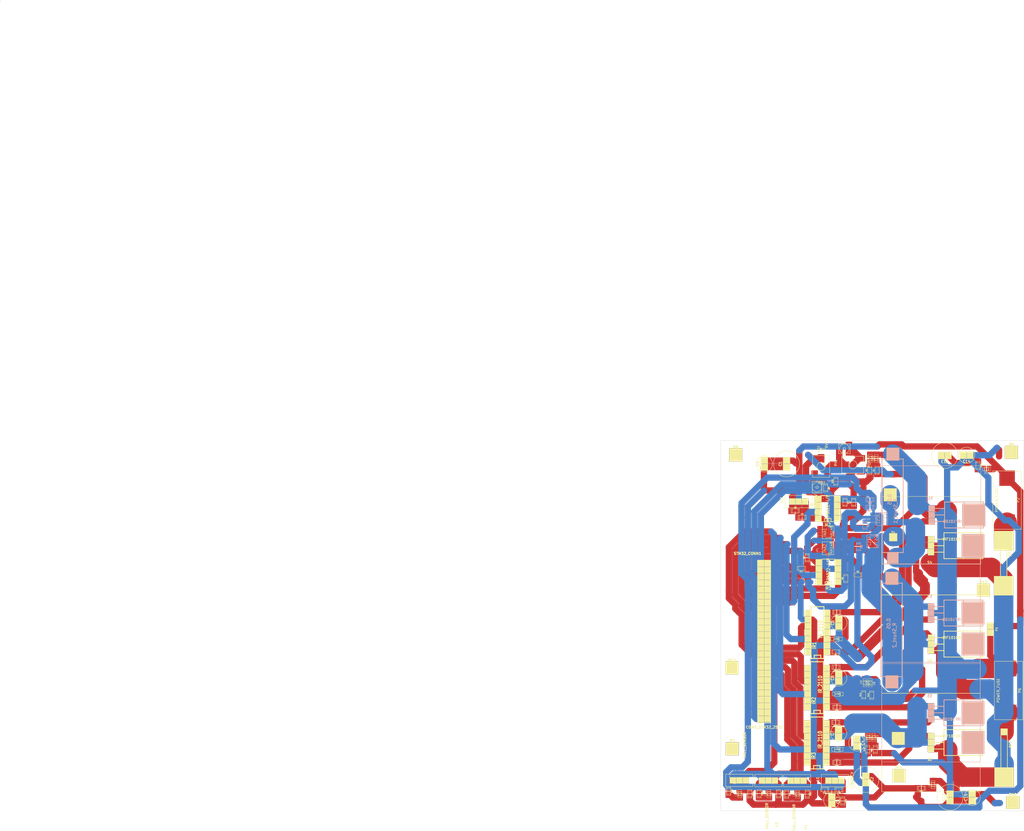
<source format=kicad_pcb>
(kicad_pcb (version 3) (host pcbnew "(2013-jul-07)-stable")
  (layers (15 F.Cu signal) (0 B.Cu signal) (18 B.Paste user) (19 F.Paste user) (20 B.SilkS user) (21 F.SilkS user) (22 B.Mask user) (23 F.Mask user) (28 Edge.Cuts user))
  (net 0 "")
  (net 1 +3.3V)
  (net 2 +48V)
  (net 3 +5V)
  (net 4 GND)
  (net 5 N-000001)
  (net 6 N-0000010)
  (net 7 N-00000100)
  (net 8 N-00000103)
  (net 9 N-00000104)
  (net 10 N-00000107)
  (net 11 N-0000011)
  (net 12 N-00000110)
  (net 13 N-00000111)
  (net 14 N-00000116)
  (net 15 N-00000117)
  (net 16 N-00000118)
  (net 17 N-0000012)
  (net 18 N-0000013)
  (net 19 N-0000014)
  (net 20 N-0000015)
  (net 21 N-0000017)
  (net 22 N-0000018)
  (net 23 N-0000019)
  (net 24 N-000002)
  (net 25 N-0000020)
  (net 26 N-0000021)
  (net 27 N-0000022)
  (net 28 N-0000026)
  (net 29 N-0000028)
  (net 30 N-0000029)
  (net 31 N-000003)
  (net 32 N-0000030)
  (net 33 N-0000031)
  (net 34 N-0000032)
  (net 35 N-0000033)
  (net 36 N-0000034)
  (net 37 N-0000035)
  (net 38 N-0000036)
  (net 39 N-0000037)
  (net 40 N-0000038)
  (net 41 N-000004)
  (net 42 N-0000040)
  (net 43 N-0000044)
  (net 44 N-000005)
  (net 45 N-000006)
  (net 46 N-0000068)
  (net 47 N-000007)
  (net 48 N-0000074)
  (net 49 N-0000076)
  (net 50 N-000008)
  (net 51 N-0000081)
  (net 52 N-0000082)
  (net 53 N-0000083)
  (net 54 N-0000084)
  (net 55 N-0000085)
  (net 56 N-0000086)
  (net 57 N-0000088)
  (net 58 N-000009)
  (net 59 N-0000097)
  (net 60 VCC)
  (net 61 VDD)
  (module fuse_holder_SMD (layer F.Cu) (at 269.8496 162.5854 270)
    (fp_text reference P6 (at 0 -4.318 270) (layer F.SilkS))
    (fp_text value POWER_FUSE (at 0 4.064 270) (layer F.SilkS))
    (pad 2 smd rect (at 8.636 0 270) (size 6.096 6.096) (layers F.Cu F.Paste F.Mask) (net 18 N-0000013))
    (pad 1 smd rect (at -8.636 0 270) (size 6.096 6.096) (layers F.Cu F.Paste F.Mask) (net 2 +48V))
  )
  (module TO220_Big_Heat_Sink_Drain_Sink (layer F.Cu) (at 239.395 144.399)
    (fp_text reference S6 (at -0.508 6.604) (layer F.SilkS) (effects (font (size 1.016 1.016) (thickness 0.2032))))
    (fp_text value IRF1010N (at 8.128 -2.54) (layer F.SilkS) (effects (font (size 1.016 1.016) (thickness 0.2032))))
    (pad 1 thru_hole rect (at 0 2.54) (size 2.4638 2.4638) (drill 0.127) (layers *.Cu *.Mask F.SilkS) (net 4 GND))
    (pad 2 thru_hole rect (at 0 -2.54) (size 2.4638 2.4638) (drill 0.127) (layers *.Cu *.Mask F.SilkS) (net 8 N-00000103))
    (pad 3 thru_hole rect (at 0 0) (size 2.4638 2.4638) (drill 0.127) (layers *.Cu *.Mask F.SilkS) (net 46 N-0000068))
    (pad 3 thru_hole rect (at 16.51 0) (size 8.89 8.89) (drill 0.127) (layers *.Cu *.SilkS *.Mask) (net 46 N-0000068))
  )
  (module DIP-14__300 (layer F.Cu) (at 194.6148 183.1594 90)
    (fp_text reference IR3 (at -5.08 -1.27 90) (layer F.SilkS) (effects (font (size 1.524 1.143) (thickness 0.3048))))
    (fp_text value IR_2110 (at 1.27 1.27 90) (layer F.SilkS) (effects (font (size 1.524 1.143) (thickness 0.3048))))
    (pad 1 thru_hole rect (at -7.62 3.81 90) (size 2.4638 2.4638) (drill 0.127) (layers *.Cu *.Mask F.SilkS) (net 35 N-0000033))
    (pad 2 thru_hole rect (at -5.08 3.81 90) (size 2.4638 2.4638) (drill 0.127) (layers *.Cu *.Mask F.SilkS) (net 4 GND))
    (pad 3 thru_hole rect (at -2.54 3.81 90) (size 2.4638 2.4638) (drill 0.127) (layers *.Cu *.Mask F.SilkS) (net 60 VCC))
    (pad 4 thru_hole rect (at 0 3.81 90) (size 2.4638 2.4638) (drill 0.127) (layers *.Cu *.Mask F.SilkS))
    (pad 5 thru_hole rect (at 2.54 3.81 90) (size 2.4638 2.4638) (drill 0.127) (layers *.Cu *.Mask F.SilkS) (net 49 N-0000076))
    (pad 6 thru_hole rect (at 5.08 3.81 90) (size 2.4638 2.4638) (drill 0.127) (layers *.Cu *.Mask F.SilkS) (net 37 N-0000035))
    (pad 7 thru_hole rect (at 7.62 3.81 90) (size 2.4638 2.4638) (drill 0.127) (layers *.Cu *.Mask F.SilkS) (net 36 N-0000034))
    (pad 8 thru_hole rect (at 7.62 -3.81 90) (size 2.4638 2.4638) (drill 0.127) (layers *.Cu *.Mask F.SilkS))
    (pad 9 thru_hole rect (at 5.08 -3.81 90) (size 2.4638 2.4638) (drill 0.127) (layers *.Cu *.Mask F.SilkS) (net 61 VDD))
    (pad 10 thru_hole rect (at 2.54 -3.81 90) (size 2.4638 2.4638) (drill 0.127) (layers *.Cu *.Mask F.SilkS) (net 6 N-0000010))
    (pad 11 thru_hole rect (at 0 -3.81 90) (size 2.4638 2.4638) (drill 0.127) (layers *.Cu *.Mask F.SilkS))
    (pad 12 thru_hole rect (at -2.54 -3.81 90) (size 2.4638 2.4638) (drill 0.127) (layers *.Cu *.Mask F.SilkS) (net 5 N-000001))
    (pad 13 thru_hole rect (at -5.08 -3.81 90) (size 2.4638 2.4638) (drill 0.127) (layers *.Cu *.Mask F.SilkS) (net 4 GND))
    (pad 14 thru_hole rect (at -7.62 -3.81 90) (size 2.4638 2.4638) (drill 0.127) (layers *.Cu *.Mask F.SilkS))
  )
  (module TO220_small_Heatsink_stand_reduced_area (layer F.Cu) (at 175.6283 197.9041 270)
    (fp_text reference H2 (at 17.3355 -3.3401 270) (layer F.SilkS) (effects (font (size 1.016 1.016) (thickness 0.2032))))
    (fp_text value HALL_SENSOR (at 13.9065 0.5969 270) (layer F.SilkS) (effects (font (size 1.016 1.016) (thickness 0.2032))))
    (pad 1 thru_hole rect (at 0 2.54 270) (size 2.4638 2.4638) (drill 0.127) (layers *.Cu *.Mask F.SilkS) (net 4 GND))
    (pad 2 thru_hole rect (at 0 -2.54 270) (size 2.4638 2.4638) (drill 0.127) (layers *.Cu *.Mask F.SilkS) (net 31 N-000003))
    (pad 3 thru_hole rect (at 0 0 270) (size 2.4638 2.4638) (drill 0.127) (layers *.Cu *.Mask F.SilkS) (net 3 +5V))
  )
  (module TO220_small_Heatsink_stand_reduced_area (layer F.Cu) (at 164.211 197.8406 270)
    (fp_text reference H3 (at -12.827 1.9304 270) (layer F.SilkS) (effects (font (size 1.016 1.016) (thickness 0.2032))))
    (fp_text value HALL_SENSOR (at -13.843 -2.1336 270) (layer F.SilkS) (effects (font (size 1.016 1.016) (thickness 0.2032))))
    (pad 1 thru_hole rect (at 0 2.54 270) (size 2.4638 2.4638) (drill 0.127) (layers *.Cu *.Mask F.SilkS) (net 4 GND))
    (pad 2 thru_hole rect (at 0 -2.54 270) (size 2.4638 2.4638) (drill 0.127) (layers *.Cu *.Mask F.SilkS) (net 42 N-0000040))
    (pad 3 thru_hole rect (at 0 0 270) (size 2.4638 2.4638) (drill 0.127) (layers *.Cu *.Mask F.SilkS) (net 3 +5V))
  )
  (module 10mm_C (layer F.Cu) (at 213.8426 197.4596 90)
    (fp_text reference C2 (at 0 2.413 90) (layer F.SilkS) (effects (font (size 1.016 1.016) (thickness 0.2032))))
    (fp_text value 1000uF hide)
    (pad 1 thru_hole rect (at -1.27 0 90) (size 2.4638 2.4638) (drill 0.127) (layers *.Cu *.Mask F.SilkS) (net 60 VCC))
    (pad 2 thru_hole rect (at 1.27 0 90) (size 2.4638 2.4638) (drill 0.127) (layers *.Cu *.Mask F.SilkS) (net 4 GND))
  )
  (module DIP-8__300 (layer F.Cu) (at 198.9074 91.2622 90)
    (fp_text reference M2 (at -6.35 0 180) (layer F.SilkS) (effects (font (size 1.27 1.143) (thickness 0.2032))))
    (fp_text value MCP6022-I/P (at 0 0 90) (layer F.SilkS) (effects (font (size 1.27 1.016) (thickness 0.2032))))
    (pad 1 thru_hole rect (at -3.81 3.81 90) (size 2.4638 2.4638) (drill 0.127) (layers *.Cu *.Mask F.SilkS) (net 7 N-00000100))
    (pad 2 thru_hole rect (at -1.27 3.81 90) (size 2.4638 2.4638) (drill 0.127) (layers *.Cu *.Mask F.SilkS) (net 7 N-00000100))
    (pad 3 thru_hole rect (at 1.27 3.81 90) (size 2.4638 2.4638) (drill 0.127) (layers *.Cu *.Mask F.SilkS) (net 29 N-0000028))
    (pad 4 thru_hole rect (at 3.81 3.81 90) (size 2.4638 2.4638) (drill 0.127) (layers *.Cu *.Mask F.SilkS) (net 4 GND))
    (pad 5 thru_hole rect (at 3.81 -3.81 90) (size 2.4638 2.4638) (drill 0.127) (layers *.Cu *.Mask F.SilkS) (net 28 N-0000026))
    (pad 6 thru_hole rect (at 1.27 -3.81 90) (size 2.4638 2.4638) (drill 0.127) (layers *.Cu *.Mask F.SilkS) (net 50 N-000008))
    (pad 7 thru_hole rect (at -1.27 -3.81 90) (size 2.4638 2.4638) (drill 0.127) (layers *.Cu *.Mask F.SilkS) (net 50 N-000008))
    (pad 8 thru_hole rect (at -3.81 -3.81 90) (size 2.4638 2.4638) (drill 0.127) (layers *.Cu *.Mask F.SilkS) (net 1 +3.3V))
  )
  (module R_Shunt (layer B.Cu) (at 224.4344 89.9414 270)
    (fp_text reference R_Shunt_1 (at 2.286 -1.016 270) (layer B.SilkS) (effects (font (size 1.397 1.27) (thickness 0.2032)) (justify mirror)))
    (fp_text value 0.05 (at -2.286 1.27 270) (layer B.SilkS) (effects (font (size 1.397 1.27) (thickness 0.2032)) (justify mirror)))
    (pad 1 thru_hole rect (at -20.066 0 270) (size 5.08 5.08) (drill 0.127) (layers *.Cu *.Mask B.SilkS) (net 48 N-0000074))
    (pad 2 thru_hole rect (at 20.574 0 270) (size 4.445 4.445) (drill 0.127) (layers *.Cu *.Mask B.SilkS) (net 34 N-0000032))
  )
  (module PIN_ARRAY_STM32_25X2 (layer F.Cu) (at 173.6598 140.9954)
    (fp_text reference STM32_CONN1 (at -6.223 -32.131) (layer F.SilkS) (effects (font (size 1.016 1.016) (thickness 0.27432))))
    (fp_text value CONN_STM32_25X2 (at 0.35 35.975) (layer F.SilkS) (effects (font (size 1.016 1.016) (thickness 0.2032))))
    (pad 1 thru_hole rect (at -0.9939 -28.2205 270) (size 2.4638 2.4638) (drill 0.127) (layers *.Cu *.Mask F.SilkS) (net 4 GND))
    (pad 2 thru_hole rect (at 1.524 -28.194 270) (size 2.4638 2.4638) (drill 0.127) (layers *.Cu *.Mask F.SilkS) (net 4 GND))
    (pad 11 thru_hole rect (at -0.9939 -15.5205 270) (size 2.4638 2.4638) (drill 0.127) (layers *.Cu *.Mask F.SilkS))
    (pad 4 thru_hole rect (at 1.5461 -25.6805 270) (size 2.4638 2.4638) (drill 0.127) (layers *.Cu *.Mask F.SilkS) (net 61 VDD))
    (pad 13 thru_hole rect (at -0.9939 -12.9805 270) (size 2.4638 2.4638) (drill 0.127) (layers *.Cu *.Mask F.SilkS) (net 27 N-0000022))
    (pad 6 thru_hole rect (at 1.5461 -23.1405 270) (size 2.4638 2.4638) (drill 0.127) (layers *.Cu *.Mask F.SilkS))
    (pad 15 thru_hole rect (at -0.9939 -10.4405 270) (size 2.4638 2.4638) (drill 0.127) (layers *.Cu *.Mask F.SilkS))
    (pad 8 thru_hole rect (at 1.5461 -20.6005 270) (size 2.4638 2.4638) (drill 0.127) (layers *.Cu *.Mask F.SilkS) (net 43 N-0000044))
    (pad 17 thru_hole rect (at -0.9939 -7.9005 270) (size 2.4638 2.4638) (drill 0.127) (layers *.Cu *.Mask F.SilkS))
    (pad 10 thru_hole rect (at 1.5461 -18.0605 270) (size 2.4638 2.4638) (drill 0.127) (layers *.Cu *.Mask F.SilkS))
    (pad 19 thru_hole rect (at -0.9939 -5.3605 270) (size 2.4638 2.4638) (drill 0.127) (layers *.Cu *.Mask F.SilkS))
    (pad 12 thru_hole rect (at 1.5461 -15.5205 270) (size 2.4638 2.4638) (drill 0.127) (layers *.Cu *.Mask F.SilkS) (net 21 N-0000017))
    (pad 21 thru_hole rect (at -0.9939 -2.8205 270) (size 2.4638 2.4638) (drill 0.127) (layers *.Cu *.Mask F.SilkS))
    (pad 14 thru_hole rect (at 1.5461 -12.9805 270) (size 2.4638 2.4638) (drill 0.127) (layers *.Cu *.Mask F.SilkS) (net 50 N-000008))
    (pad 23 thru_hole rect (at -0.9939 -0.2805 270) (size 2.4638 2.4638) (drill 0.127) (layers *.Cu *.Mask F.SilkS))
    (pad 16 thru_hole rect (at 1.5461 -10.4405 270) (size 2.4638 2.4638) (drill 0.127) (layers *.Cu *.Mask F.SilkS))
    (pad 25 thru_hole rect (at -0.9939 2.2595 270) (size 2.4638 2.4638) (drill 0.127) (layers *.Cu *.Mask F.SilkS) (net 11 N-0000011))
    (pad 18 thru_hole rect (at 1.5461 -7.9005 270) (size 2.4638 2.4638) (drill 0.127) (layers *.Cu *.Mask F.SilkS))
    (pad 27 thru_hole rect (at -0.9939 4.7995 270) (size 2.4638 2.4638) (drill 0.127) (layers *.Cu *.Mask F.SilkS) (net 17 N-0000012))
    (pad 20 thru_hole rect (at 1.5461 -5.3605 270) (size 2.4638 2.4638) (drill 0.127) (layers *.Cu *.Mask F.SilkS))
    (pad 29 thru_hole rect (at -0.9939 7.3395 270) (size 2.4638 2.4638) (drill 0.127) (layers *.Cu *.Mask F.SilkS) (net 5 N-000001))
    (pad 22 thru_hole rect (at 1.5461 -2.8205 270) (size 2.4638 2.4638) (drill 0.127) (layers *.Cu *.Mask F.SilkS))
    (pad 31 thru_hole rect (at -0.9939 9.8795 270) (size 2.4638 2.4638) (drill 0.127) (layers *.Cu *.Mask F.SilkS))
    (pad 24 thru_hole rect (at 1.5461 -0.2805 270) (size 2.4638 2.4638) (drill 0.127) (layers *.Cu *.Mask F.SilkS))
    (pad 26 thru_hole rect (at 1.5461 2.2595 270) (size 2.4638 2.4638) (drill 0.127) (layers *.Cu *.Mask F.SilkS))
    (pad 33 thru_hole rect (at -0.9939 12.4195 270) (size 2.4638 2.4638) (drill 0.127) (layers *.Cu *.Mask F.SilkS))
    (pad 28 thru_hole rect (at 1.5461 4.7995 270) (size 2.4638 2.4638) (drill 0.127) (layers *.Cu *.Mask F.SilkS) (net 41 N-000004))
    (pad 32 thru_hole rect (at 1.5461 9.8795 270) (size 2.4638 2.4638) (drill 0.127) (layers *.Cu *.Mask F.SilkS) (net 6 N-0000010))
    (pad 34 thru_hole rect (at 1.5461 12.4195 270) (size 2.4638 2.4638) (drill 0.127) (layers *.Cu *.Mask F.SilkS) (net 24 N-000002))
    (pad 36 thru_hole rect (at 1.5461 14.9595 270) (size 2.4638 2.4638) (drill 0.127) (layers *.Cu *.Mask F.SilkS) (net 31 N-000003))
    (pad 38 thru_hole rect (at 1.5461 17.4995 270) (size 2.4638 2.4638) (drill 0.127) (layers *.Cu *.Mask F.SilkS) (net 42 N-0000040))
    (pad 35 thru_hole rect (at -0.9939 14.9595 270) (size 2.4638 2.4638) (drill 0.127) (layers *.Cu *.Mask F.SilkS))
    (pad 37 thru_hole rect (at -0.9939 17.4995 270) (size 2.4638 2.4638) (drill 0.127) (layers *.Cu *.Mask F.SilkS))
    (pad 3 thru_hole rect (at -0.9939 -25.6805 270) (size 2.4638 2.4638) (drill 0.127) (layers *.Cu *.Mask F.SilkS) (net 61 VDD))
    (pad 5 thru_hole rect (at -0.9939 -23.1405 270) (size 2.4638 2.4638) (drill 0.127) (layers *.Cu *.Mask F.SilkS))
    (pad 7 thru_hole rect (at -0.9939 -20.6005 270) (size 2.4638 2.4638) (drill 0.127) (layers *.Cu *.Mask F.SilkS))
    (pad 9 thru_hole rect (at -0.9939 -18.0605 270) (size 2.4638 2.4638) (drill 0.127) (layers *.Cu *.Mask F.SilkS) (net 57 N-0000088))
    (pad 39 thru_hole rect (at -0.9939 20.0395 270) (size 2.4638 2.4638) (drill 0.127) (layers *.Cu *.Mask F.SilkS))
    (pad 40 thru_hole rect (at 1.5461 20.0395 270) (size 2.4638 2.4638) (drill 0.127) (layers *.Cu *.Mask F.SilkS))
    (pad 30 thru_hole rect (at 1.5461 7.3395 270) (size 2.4638 2.4638) (drill 0.127) (layers *.Cu *.Mask F.SilkS) (net 58 N-000009))
    (pad 41 thru_hole rect (at -0.9939 22.5795 270) (size 2.4638 2.4638) (drill 0.127) (layers *.Cu *.Mask F.SilkS))
    (pad 42 thru_hole rect (at 1.5461 22.5795 270) (size 2.4638 2.4638) (drill 0.127) (layers *.Cu *.Mask F.SilkS))
    (pad 43 thru_hole rect (at -0.9939 25.1195 270) (size 2.4638 2.4638) (drill 0.127) (layers *.Cu *.Mask F.SilkS))
    (pad 44 thru_hole rect (at 1.5461 25.1195 270) (size 2.4638 2.4638) (drill 0.127) (layers *.Cu *.Mask F.SilkS))
    (pad 45 thru_hole rect (at -0.9939 27.6595 270) (size 2.4638 2.4638) (drill 0.127) (layers *.Cu *.Mask F.SilkS))
    (pad 46 thru_hole rect (at 1.5461 27.6595 270) (size 2.4638 2.4638) (drill 0.127) (layers *.Cu *.Mask F.SilkS))
    (pad 47 thru_hole rect (at -0.9939 30.1995 270) (size 2.4638 2.4638) (drill 0.127) (layers *.Cu *.Mask F.SilkS))
    (pad 48 thru_hole rect (at 1.5461 30.1995 270) (size 2.4638 2.4638) (drill 0.127) (layers *.Cu *.Mask F.SilkS))
    (pad 49 thru_hole rect (at -0.9939 32.7395 270) (size 2.4638 2.4638) (drill 0.127) (layers *.Cu *.Mask F.SilkS) (net 4 GND))
    (pad 50 thru_hole rect (at 1.5461 32.7395 270) (size 2.4638 2.4638) (drill 0.127) (layers *.Cu *.Mask F.SilkS) (net 4 GND))
  )
  (module R_Shunt (layer B.Cu) (at 224.0534 138.6332 270)
    (fp_text reference R_Shunt_2 (at 2.286 -1.016 270) (layer B.SilkS) (effects (font (size 1.397 1.27) (thickness 0.2032)) (justify mirror)))
    (fp_text value 0.05 (at -2.286 1.27 270) (layer B.SilkS) (effects (font (size 1.397 1.27) (thickness 0.2032)) (justify mirror)))
    (pad 1 thru_hole rect (at -20.066 0 270) (size 5.08 5.08) (drill 0.127) (layers *.Cu *.Mask B.SilkS) (net 46 N-0000068))
    (pad 2 thru_hole rect (at 20.574 0 270) (size 5.08 5.08) (drill 0.127) (layers *.Cu *.Mask B.SilkS) (net 53 N-0000083))
  )
  (module PIN_ARRAY_1 (layer F.Cu) (at 223.4184 85.8266)
    (fp_text reference P1 (at 0 -1.905) (layer F.SilkS) (effects (font (size 0.762 0.762) (thickness 0.1524))))
    (fp_text value CONN_1 hide)
    (pad 1 thru_hole rect (at 0 0) (size 5.08 5.08) (drill 0.127) (layers *.Cu *.Mask F.SilkS) (net 51 N-0000081))
  )
  (module PIN_ARRAY_1 (layer F.Cu) (at 224.5614 102.4636)
    (fp_text reference P4 (at 0 -1.905) (layer F.SilkS) (effects (font (size 0.762 0.762) (thickness 0.1524))))
    (fp_text value CONN_1 hide)
    (pad 1 thru_hole rect (at 0 0) (size 3.175 3.175) (drill 0.127) (layers *.Cu *.Mask F.SilkS) (net 52 N-0000082))
  )
  (module DIP-8__300 (layer F.Cu) (at 199.1614 116.1288 90)
    (fp_text reference M1 (at -6.35 0 180) (layer F.SilkS) (effects (font (size 1.27 1.143) (thickness 0.2032))))
    (fp_text value MCP6022-I/P (at 0 0 90) (layer F.SilkS) (effects (font (size 1.27 1.016) (thickness 0.2032))))
    (pad 1 thru_hole rect (at -3.81 3.81 90) (size 2.4638 2.4638) (drill 0.127) (layers *.Cu *.Mask F.SilkS) (net 21 N-0000017))
    (pad 2 thru_hole rect (at -1.27 3.81 90) (size 2.4638 2.4638) (drill 0.127) (layers *.Cu *.Mask F.SilkS) (net 40 N-0000038))
    (pad 3 thru_hole rect (at 1.27 3.81 90) (size 2.4638 2.4638) (drill 0.127) (layers *.Cu *.Mask F.SilkS) (net 39 N-0000037))
    (pad 4 thru_hole rect (at 3.81 3.81 90) (size 2.4638 2.4638) (drill 0.127) (layers *.Cu *.Mask F.SilkS) (net 4 GND))
    (pad 5 thru_hole rect (at 3.81 -3.81 90) (size 2.4638 2.4638) (drill 0.127) (layers *.Cu *.Mask F.SilkS) (net 25 N-0000020))
    (pad 6 thru_hole rect (at 1.27 -3.81 90) (size 2.4638 2.4638) (drill 0.127) (layers *.Cu *.Mask F.SilkS) (net 38 N-0000036))
    (pad 7 thru_hole rect (at -1.27 -3.81 90) (size 2.4638 2.4638) (drill 0.127) (layers *.Cu *.Mask F.SilkS) (net 27 N-0000022))
    (pad 8 thru_hole rect (at -3.81 -3.81 90) (size 2.4638 2.4638) (drill 0.127) (layers *.Cu *.Mask F.SilkS) (net 1 +3.3V))
  )
  (module DIP-14__300 (layer F.Cu) (at 194.691 161.4678 90)
    (fp_text reference IR2 (at -5.08 -1.27 90) (layer F.SilkS) (effects (font (size 1.524 1.143) (thickness 0.3048))))
    (fp_text value IR_2110 (at 1.27 1.27 90) (layer F.SilkS) (effects (font (size 1.524 1.143) (thickness 0.3048))))
    (pad 1 thru_hole rect (at -7.62 3.81 90) (size 2.4638 2.4638) (drill 0.127) (layers *.Cu *.Mask F.SilkS) (net 30 N-0000029))
    (pad 2 thru_hole rect (at -5.08 3.81 90) (size 2.4638 2.4638) (drill 0.127) (layers *.Cu *.Mask F.SilkS) (net 4 GND))
    (pad 3 thru_hole rect (at -2.54 3.81 90) (size 2.4638 2.4638) (drill 0.127) (layers *.Cu *.Mask F.SilkS) (net 60 VCC))
    (pad 4 thru_hole rect (at 0 3.81 90) (size 2.4638 2.4638) (drill 0.127) (layers *.Cu *.Mask F.SilkS))
    (pad 5 thru_hole rect (at 2.54 3.81 90) (size 2.4638 2.4638) (drill 0.127) (layers *.Cu *.Mask F.SilkS) (net 46 N-0000068))
    (pad 6 thru_hole rect (at 5.08 3.81 90) (size 2.4638 2.4638) (drill 0.127) (layers *.Cu *.Mask F.SilkS) (net 33 N-0000031))
    (pad 7 thru_hole rect (at 7.62 3.81 90) (size 2.4638 2.4638) (drill 0.127) (layers *.Cu *.Mask F.SilkS) (net 32 N-0000030))
    (pad 8 thru_hole rect (at 7.62 -3.81 90) (size 2.4638 2.4638) (drill 0.127) (layers *.Cu *.Mask F.SilkS))
    (pad 9 thru_hole rect (at 5.08 -3.81 90) (size 2.4638 2.4638) (drill 0.127) (layers *.Cu *.Mask F.SilkS) (net 61 VDD))
    (pad 10 thru_hole rect (at 2.54 -3.81 90) (size 2.4638 2.4638) (drill 0.127) (layers *.Cu *.Mask F.SilkS) (net 58 N-000009))
    (pad 11 thru_hole rect (at 0 -3.81 90) (size 2.4638 2.4638) (drill 0.127) (layers *.Cu *.Mask F.SilkS))
    (pad 12 thru_hole rect (at -2.54 -3.81 90) (size 2.4638 2.4638) (drill 0.127) (layers *.Cu *.Mask F.SilkS) (net 17 N-0000012))
    (pad 13 thru_hole rect (at -5.08 -3.81 90) (size 2.4638 2.4638) (drill 0.127) (layers *.Cu *.Mask F.SilkS) (net 4 GND))
    (pad 14 thru_hole rect (at -7.62 -3.81 90) (size 2.4638 2.4638) (drill 0.127) (layers *.Cu *.Mask F.SilkS))
  )
  (module DIP-14__300 (layer F.Cu) (at 194.8688 139.8524 90)
    (fp_text reference IR1 (at -5.08 -1.27 90) (layer F.SilkS) (effects (font (size 1.524 1.143) (thickness 0.3048))))
    (fp_text value IR_2110 (at 1.27 1.27 90) (layer F.SilkS) (effects (font (size 1.524 1.143) (thickness 0.3048))))
    (pad 1 thru_hole rect (at -7.62 3.81 90) (size 2.4638 2.4638) (drill 0.127) (layers *.Cu *.Mask F.SilkS) (net 44 N-000005))
    (pad 2 thru_hole rect (at -5.08 3.81 90) (size 2.4638 2.4638) (drill 0.127) (layers *.Cu *.Mask F.SilkS) (net 4 GND))
    (pad 3 thru_hole rect (at -2.54 3.81 90) (size 2.4638 2.4638) (drill 0.127) (layers *.Cu *.Mask F.SilkS) (net 60 VCC))
    (pad 4 thru_hole rect (at 0 3.81 90) (size 2.4638 2.4638) (drill 0.127) (layers *.Cu *.Mask F.SilkS))
    (pad 5 thru_hole rect (at 2.54 3.81 90) (size 2.4638 2.4638) (drill 0.127) (layers *.Cu *.Mask F.SilkS) (net 48 N-0000074))
    (pad 6 thru_hole rect (at 5.08 3.81 90) (size 2.4638 2.4638) (drill 0.127) (layers *.Cu *.Mask F.SilkS) (net 47 N-000007))
    (pad 7 thru_hole rect (at 7.62 3.81 90) (size 2.4638 2.4638) (drill 0.127) (layers *.Cu *.Mask F.SilkS) (net 45 N-000006))
    (pad 8 thru_hole rect (at 7.62 -3.81 90) (size 2.4638 2.4638) (drill 0.127) (layers *.Cu *.Mask F.SilkS))
    (pad 9 thru_hole rect (at 5.08 -3.81 90) (size 2.4638 2.4638) (drill 0.127) (layers *.Cu *.Mask F.SilkS) (net 61 VDD))
    (pad 10 thru_hole rect (at 2.54 -3.81 90) (size 2.4638 2.4638) (drill 0.127) (layers *.Cu *.Mask F.SilkS) (net 41 N-000004))
    (pad 11 thru_hole rect (at 0 -3.81 90) (size 2.4638 2.4638) (drill 0.127) (layers *.Cu *.Mask F.SilkS))
    (pad 12 thru_hole rect (at -2.54 -3.81 90) (size 2.4638 2.4638) (drill 0.127) (layers *.Cu *.Mask F.SilkS) (net 11 N-0000011))
    (pad 13 thru_hole rect (at -5.08 -3.81 90) (size 2.4638 2.4638) (drill 0.127) (layers *.Cu *.Mask F.SilkS) (net 4 GND))
    (pad 14 thru_hole rect (at -7.62 -3.81 90) (size 2.4638 2.4638) (drill 0.127) (layers *.Cu *.Mask F.SilkS))
  )
  (module PIN_ARRAY_1 (layer F.Cu) (at 226.568 181.3814 90)
    (fp_text reference P5 (at 0 -1.905 90) (layer F.SilkS) (effects (font (size 0.762 0.762) (thickness 0.1524))))
    (fp_text value CONN_1 hide)
    (pad 1 thru_hole rect (at 0 0 90) (size 5.08 5.08) (drill 0.127) (layers *.Cu *.Mask F.SilkS) (net 49 N-0000076))
  )
  (module TO220_small_Heatsink_stand_reduced_area (layer F.Cu) (at 186.8805 197.9549 270)
    (fp_text reference H1 (at 18.1737 -3.3909 270) (layer F.SilkS) (effects (font (size 1.016 1.016) (thickness 0.2032))))
    (fp_text value HALL_SENSOR (at 14.3637 1.1811 270) (layer F.SilkS) (effects (font (size 1.016 1.016) (thickness 0.2032))))
    (pad 1 thru_hole rect (at 0 2.54 270) (size 2.4638 2.4638) (drill 0.127) (layers *.Cu *.Mask F.SilkS) (net 4 GND))
    (pad 2 thru_hole rect (at 0 -2.54 270) (size 2.4638 2.4638) (drill 0.127) (layers *.Cu *.Mask F.SilkS) (net 24 N-000002))
    (pad 3 thru_hole rect (at 0 0 270) (size 2.4638 2.4638) (drill 0.127) (layers *.Cu *.Mask F.SilkS) (net 3 +5V))
  )
  (module TO220_small_Heatsink_stand_reduced_area (layer F.Cu) (at 201.7014 197.9422 270)
    (fp_text reference L1 (at -0.635 6.731 270) (layer F.SilkS) (effects (font (size 1.016 1.016) (thickness 0.2032))))
    (fp_text value L7805CV (at -0.127 -6.731 270) (layer F.SilkS) (effects (font (size 1.016 1.016) (thickness 0.2032))))
    (pad 1 thru_hole rect (at 0 2.54 270) (size 2.4638 2.4638) (drill 0.127) (layers *.Cu *.Mask F.SilkS) (net 60 VCC))
    (pad 2 thru_hole rect (at 0 -2.54 270) (size 2.4638 2.4638) (drill 0.127) (layers *.Cu *.Mask F.SilkS) (net 3 +5V))
    (pad 3 thru_hole rect (at 0 0 270) (size 2.4638 2.4638) (drill 0.127) (layers *.Cu *.Mask F.SilkS) (net 4 GND))
  )
  (module TO220_small_Heatsink_stand_reduced_area (layer F.Cu) (at 187.5028 88.4682 270)
    (fp_text reference LF1 (at -0.635 6.731 270) (layer F.SilkS) (effects (font (size 1.016 1.016) (thickness 0.2032))))
    (fp_text value LF33CV (at -0.127 -6.731 270) (layer F.SilkS) (effects (font (size 1.016 1.016) (thickness 0.2032))))
    (pad 1 thru_hole rect (at 0 2.54 270) (size 2.4638 2.4638) (drill 0.127) (layers *.Cu *.Mask F.SilkS) (net 60 VCC))
    (pad 2 thru_hole rect (at 0 -2.54 270) (size 2.4638 2.4638) (drill 0.127) (layers *.Cu *.Mask F.SilkS) (net 1 +3.3V))
    (pad 3 thru_hole rect (at 0 0 270) (size 2.4638 2.4638) (drill 0.127) (layers *.Cu *.Mask F.SilkS) (net 4 GND))
  )
  (module 6mm_C (layer F.Cu) (at 253.3396 70.3072)
    (fp_text reference C14 (at 0 2.413) (layer F.SilkS) (effects (font (size 1.016 1.016) (thickness 0.2032))))
    (fp_text value 100uF hide)
    (pad 1 thru_hole rect (at -1.27 0) (size 2.4638 2.4638) (drill 0.127) (layers *.Cu *.Mask F.SilkS) (net 2 +48V))
    (pad 2 thru_hole rect (at 1.27 0) (size 2.4638 2.4638) (drill 0.127) (layers *.Cu *.Mask F.SilkS) (net 4 GND))
  )
  (module 6mm_C (layer F.Cu) (at 255.5494 204.4954 270)
    (fp_text reference C15 (at 0 2.413 270) (layer F.SilkS) (effects (font (size 1.016 1.016) (thickness 0.2032))))
    (fp_text value 100uF hide)
    (pad 1 thru_hole rect (at -1.27 0 270) (size 2.4638 2.4638) (drill 0.127) (layers *.Cu *.Mask F.SilkS) (net 2 +48V))
    (pad 2 thru_hole rect (at 1.27 0 270) (size 2.4638 2.4638) (drill 0.127) (layers *.Cu *.Mask F.SilkS) (net 4 GND))
  )
  (module 10mm_C (layer F.Cu) (at 246.8372 204.4954 270)
    (fp_text reference C12 (at 0 2.413 270) (layer F.SilkS) (effects (font (size 1.016 1.016) (thickness 0.2032))))
    (fp_text value 1000uF hide)
    (pad 1 thru_hole rect (at -1.27 0 270) (size 2.4638 2.4638) (drill 0.127) (layers *.Cu *.Mask F.SilkS) (net 2 +48V))
    (pad 2 thru_hole rect (at 1.27 0 270) (size 2.4638 2.4638) (drill 0.127) (layers *.Cu *.Mask F.SilkS) (net 4 GND))
  )
  (module 10mm_C (layer F.Cu) (at 244.7798 70.4088)
    (fp_text reference C13 (at 0 2.413) (layer F.SilkS) (effects (font (size 1.016 1.016) (thickness 0.2032))))
    (fp_text value 1000uF hide)
    (pad 1 thru_hole rect (at -1.27 0) (size 2.4638 2.4638) (drill 0.127) (layers *.Cu *.Mask F.SilkS) (net 2 +48V))
    (pad 2 thru_hole rect (at 1.27 0) (size 2.4638 2.4638) (drill 0.127) (layers *.Cu *.Mask F.SilkS) (net 4 GND))
  )
  (module 6mm_C (layer F.Cu) (at 210.2866 183.134 90)
    (fp_text reference C4 (at 0 2.413 90) (layer F.SilkS) (effects (font (size 1.016 1.016) (thickness 0.2032))))
    (fp_text value 100uF hide)
    (pad 1 thru_hole rect (at -1.27 0 90) (size 2.4638 2.4638) (drill 0.127) (layers *.Cu *.Mask F.SilkS) (net 60 VCC))
    (pad 2 thru_hole rect (at 1.27 0 90) (size 2.4638 2.4638) (drill 0.127) (layers *.Cu *.Mask F.SilkS) (net 4 GND))
  )
  (module 6mm_C (layer F.Cu) (at 203.2 157.6578 270)
    (fp_text reference C6 (at 0 2.413 270) (layer F.SilkS) (effects (font (size 1.016 1.016) (thickness 0.2032))))
    (fp_text value 100uF hide)
    (pad 1 thru_hole rect (at -1.27 0 270) (size 2.4638 2.4638) (drill 0.127) (layers *.Cu *.Mask F.SilkS) (net 33 N-0000031))
    (pad 2 thru_hole rect (at 1.27 0 270) (size 2.4638 2.4638) (drill 0.127) (layers *.Cu *.Mask F.SilkS) (net 46 N-0000068))
  )
  (module 6mm_C (layer F.Cu) (at 174.0154 73.6854 270)
    (fp_text reference C3 (at 0 2.413 270) (layer F.SilkS) (effects (font (size 1.016 1.016) (thickness 0.2032))))
    (fp_text value 100uF hide)
    (pad 1 thru_hole rect (at -1.27 0 270) (size 2.4638 2.4638) (drill 0.127) (layers *.Cu *.Mask F.SilkS) (net 60 VCC))
    (pad 2 thru_hole rect (at 1.27 0 270) (size 2.4638 2.4638) (drill 0.127) (layers *.Cu *.Mask F.SilkS) (net 4 GND))
  )
  (module 6mm_C (layer F.Cu) (at 203.2508 136.0424 270)
    (fp_text reference C5 (at 0 2.413 270) (layer F.SilkS) (effects (font (size 1.016 1.016) (thickness 0.2032))))
    (fp_text value 100uF hide)
    (pad 1 thru_hole rect (at -1.27 0 270) (size 2.4638 2.4638) (drill 0.127) (layers *.Cu *.Mask F.SilkS) (net 47 N-000007))
    (pad 2 thru_hole rect (at 1.27 0 270) (size 2.4638 2.4638) (drill 0.127) (layers *.Cu *.Mask F.SilkS) (net 48 N-0000074))
  )
  (module 10mm_C (layer F.Cu) (at 182.7276 73.6854 270)
    (fp_text reference C1 (at 0 2.413 270) (layer F.SilkS) (effects (font (size 1.016 1.016) (thickness 0.2032))))
    (fp_text value 1000uF hide)
    (pad 1 thru_hole rect (at -1.27 0 270) (size 2.4638 2.4638) (drill 0.127) (layers *.Cu *.Mask F.SilkS) (net 60 VCC))
    (pad 2 thru_hole rect (at 1.27 0 270) (size 2.4638 2.4638) (drill 0.127) (layers *.Cu *.Mask F.SilkS) (net 4 GND))
  )
  (module 6mm_C (layer F.Cu) (at 203.1238 179.3494 270)
    (fp_text reference C7 (at 0 2.413 270) (layer F.SilkS) (effects (font (size 1.016 1.016) (thickness 0.2032))))
    (fp_text value 100u hide)
    (pad 1 thru_hole rect (at -1.27 0 270) (size 2.4638 2.4638) (drill 0.127) (layers *.Cu *.Mask F.SilkS) (net 37 N-0000035))
    (pad 2 thru_hole rect (at 1.27 0 270) (size 2.4638 2.4638) (drill 0.127) (layers *.Cu *.Mask F.SilkS) (net 49 N-0000076))
  )
  (module 6mm_C (layer F.Cu) (at 200.5076 205.5876 90)
    (fp_text reference C17 (at 0 2.413 90) (layer F.SilkS) (effects (font (size 1.016 1.016) (thickness 0.2032))))
    (fp_text value 100uF hide)
    (pad 1 thru_hole rect (at -1.27 0 90) (size 2.4638 2.4638) (drill 0.127) (layers *.Cu *.Mask F.SilkS) (net 61 VDD))
    (pad 2 thru_hole rect (at 1.27 0 90) (size 2.4638 2.4638) (drill 0.127) (layers *.Cu *.Mask F.SilkS) (net 4 GND))
  )
  (module INA_148 (layer F.Cu) (at 199.0598 100.5586 90)
    (fp_text reference INA1 (at 0 -1.27 90) (layer F.SilkS) (effects (font (size 1.143 1.016) (thickness 0.127))))
    (fp_text value INA148 (at 0 1.27 90) (layer F.SilkS) (effects (font (size 1.016 1.016) (thickness 0.127))))
    (pad 8 smd rect (at -1.905 -3.175 90) (size 1.2192 2.159) (layers F.Cu F.Paste F.Mask))
    (pad 7 smd rect (at -0.635 -3.175 90) (size 1.2192 2.159) (layers F.Cu F.Paste F.Mask) (net 1 +3.3V))
    (pad 6 smd rect (at 0.635 -3.175 90) (size 1.2192 2.159) (layers F.Cu F.Paste F.Mask) (net 39 N-0000037))
    (pad 5 smd rect (at 1.905 -3.175 90) (size 1.2192 2.159) (layers F.Cu F.Paste F.Mask))
    (pad 4 smd rect (at 1.905 3.175 90) (size 1.2192 2.159) (layers F.Cu F.Paste F.Mask) (net 4 GND))
    (pad 3 smd rect (at 0.635 3.175 90) (size 1.2192 2.159) (layers F.Cu F.Paste F.Mask) (net 48 N-0000074))
    (pad 2 smd rect (at -0.635 3.175 90) (size 1.2192 2.159) (layers F.Cu F.Paste F.Mask) (net 34 N-0000032))
    (pad 1 smd rect (at -1.905 3.175 90) (size 1.2192 2.159) (layers F.Cu F.Paste F.Mask) (net 7 N-00000100))
  )
  (module INA_148 (layer F.Cu) (at 199.009 106.807 90)
    (fp_text reference INA2 (at 0 -1.27 90) (layer F.SilkS) (effects (font (size 1.143 1.016) (thickness 0.127))))
    (fp_text value INA148 (at 0 1.27 90) (layer F.SilkS) (effects (font (size 1.016 1.016) (thickness 0.127))))
    (pad 8 smd rect (at -1.905 -3.175 90) (size 1.2192 2.159) (layers F.Cu F.Paste F.Mask))
    (pad 7 smd rect (at -0.635 -3.175 90) (size 1.2192 2.159) (layers F.Cu F.Paste F.Mask) (net 1 +3.3V))
    (pad 6 smd rect (at 0.635 -3.175 90) (size 1.2192 2.159) (layers F.Cu F.Paste F.Mask) (net 25 N-0000020))
    (pad 5 smd rect (at 1.905 -3.175 90) (size 1.2192 2.159) (layers F.Cu F.Paste F.Mask))
    (pad 4 smd rect (at 1.905 3.175 90) (size 1.2192 2.159) (layers F.Cu F.Paste F.Mask) (net 4 GND))
    (pad 3 smd rect (at 0.635 3.175 90) (size 1.2192 2.159) (layers F.Cu F.Paste F.Mask) (net 46 N-0000068))
    (pad 2 smd rect (at -0.635 3.175 90) (size 1.2192 2.159) (layers F.Cu F.Paste F.Mask) (net 53 N-0000083))
    (pad 1 smd rect (at -1.905 3.175 90) (size 1.2192 2.159) (layers F.Cu F.Paste F.Mask) (net 7 N-00000100))
  )
  (module TO220_Big_Heat_Sink_Drain_Sink (layer B.Cu) (at 239.649 93.726)
    (fp_text reference S1 (at -0.508 -6.604) (layer B.SilkS) (effects (font (size 1.016 1.016) (thickness 0.2032)) (justify mirror)))
    (fp_text value IRF1010N (at 8.128 2.54) (layer B.SilkS) (effects (font (size 1.016 1.016) (thickness 0.2032)) (justify mirror)))
    (pad 1 thru_hole rect (at 0 -2.54) (size 2.4638 2.4638) (drill 0.127) (layers *.Cu *.Mask B.SilkS) (net 48 N-0000074))
    (pad 2 thru_hole rect (at 0 2.54) (size 2.4638 2.4638) (drill 0.127) (layers *.Cu *.Mask B.SilkS) (net 9 N-00000104))
    (pad 3 thru_hole rect (at 0 0) (size 2.4638 2.4638) (drill 0.127) (layers *.Cu *.Mask B.SilkS) (net 2 +48V))
    (pad 3 thru_hole rect (at 16.51 0) (size 8.89 8.89) (drill 0.127) (layers *.Cu *.SilkS *.Mask) (net 2 +48V))
  )
  (module TO220_Big_Heat_Sink_Drain_Sink (layer F.Cu) (at 239.395 105.791)
    (fp_text reference S4 (at -0.508 6.604) (layer F.SilkS) (effects (font (size 1.016 1.016) (thickness 0.2032))))
    (fp_text value IRF1010N (at 8.128 -2.54) (layer F.SilkS) (effects (font (size 1.016 1.016) (thickness 0.2032))))
    (pad 1 thru_hole rect (at 0 2.54) (size 2.4638 2.4638) (drill 0.127) (layers *.Cu *.Mask F.SilkS) (net 4 GND))
    (pad 2 thru_hole rect (at 0 -2.54) (size 2.4638 2.4638) (drill 0.127) (layers *.Cu *.Mask F.SilkS) (net 10 N-00000107))
    (pad 3 thru_hole rect (at 0 0) (size 2.4638 2.4638) (drill 0.127) (layers *.Cu *.Mask F.SilkS) (net 48 N-0000074))
    (pad 3 thru_hole rect (at 16.51 0) (size 8.89 8.89) (drill 0.127) (layers *.Cu *.SilkS *.Mask) (net 48 N-0000074))
  )
  (module TO220_Big_Heat_Sink_Drain_Sink (layer B.Cu) (at 239.395 132.207)
    (fp_text reference S3 (at -0.508 -6.604) (layer B.SilkS) (effects (font (size 1.016 1.016) (thickness 0.2032)) (justify mirror)))
    (fp_text value IRF1010N (at 8.128 2.54) (layer B.SilkS) (effects (font (size 1.016 1.016) (thickness 0.2032)) (justify mirror)))
    (pad 1 thru_hole rect (at 0 -2.54) (size 2.4638 2.4638) (drill 0.127) (layers *.Cu *.Mask B.SilkS) (net 46 N-0000068))
    (pad 2 thru_hole rect (at 0 2.54) (size 2.4638 2.4638) (drill 0.127) (layers *.Cu *.Mask B.SilkS) (net 59 N-0000097))
    (pad 3 thru_hole rect (at 0 0) (size 2.4638 2.4638) (drill 0.127) (layers *.Cu *.Mask B.SilkS) (net 2 +48V))
    (pad 3 thru_hole rect (at 16.51 0) (size 8.89 8.89) (drill 0.127) (layers *.Cu *.SilkS *.Mask) (net 2 +48V))
  )
  (module TO220_Big_Heat_Sink_Drain_Sink (layer F.Cu) (at 239.395 183.007)
    (fp_text reference S2 (at -0.508 6.604) (layer F.SilkS) (effects (font (size 1.016 1.016) (thickness 0.2032))))
    (fp_text value IRF1010N (at 8.128 -2.54) (layer F.SilkS) (effects (font (size 1.016 1.016) (thickness 0.2032))))
    (pad 1 thru_hole rect (at 0 2.54) (size 2.4638 2.4638) (drill 0.127) (layers *.Cu *.Mask F.SilkS) (net 4 GND))
    (pad 2 thru_hole rect (at 0 -2.54) (size 2.4638 2.4638) (drill 0.127) (layers *.Cu *.Mask F.SilkS) (net 12 N-00000110))
    (pad 3 thru_hole rect (at 0 0) (size 2.4638 2.4638) (drill 0.127) (layers *.Cu *.Mask F.SilkS) (net 49 N-0000076))
    (pad 3 thru_hole rect (at 16.51 0) (size 8.89 8.89) (drill 0.127) (layers *.Cu *.SilkS *.Mask) (net 49 N-0000076))
  )
  (module TO220_Big_Heat_Sink_Drain_Sink (layer B.Cu) (at 239.395 171.323)
    (fp_text reference S5 (at -0.508 -6.604) (layer B.SilkS) (effects (font (size 1.016 1.016) (thickness 0.2032)) (justify mirror)))
    (fp_text value IRF1010N (at 8.128 2.54) (layer B.SilkS) (effects (font (size 1.016 1.016) (thickness 0.2032)) (justify mirror)))
    (pad 1 thru_hole rect (at 0 -2.54) (size 2.4638 2.4638) (drill 0.127) (layers *.Cu *.Mask B.SilkS) (net 49 N-0000076))
    (pad 2 thru_hole rect (at 0 2.54) (size 2.4638 2.4638) (drill 0.127) (layers *.Cu *.Mask B.SilkS) (net 13 N-00000111))
    (pad 3 thru_hole rect (at 0 0) (size 2.4638 2.4638) (drill 0.127) (layers *.Cu *.Mask B.SilkS) (net 2 +48V))
    (pad 3 thru_hole rect (at 16.51 0) (size 8.89 8.89) (drill 0.127) (layers *.Cu *.SilkS *.Mask) (net 2 +48V))
  )
  (module ACS712 (layer B.Cu) (at 220.0402 95.3008 270)
    (fp_text reference ACS1 (at 0 1.27 270) (layer B.SilkS) (effects (font (size 1.143 1.016) (thickness 0.127)) (justify mirror)))
    (fp_text value ACS712 (at 0 -1.27 270) (layer B.SilkS) (effects (font (size 1.016 1.016) (thickness 0.127)) (justify mirror)))
    (pad 8 smd rect (at -1.905 3.175 270) (size 1.2192 2.54) (layers B.Cu B.Paste B.Mask) (net 3 +5V))
    (pad 7 smd rect (at -0.635 3.175 270) (size 1.2192 2.54) (layers B.Cu B.Paste B.Mask) (net 43 N-0000044))
    (pad 6 smd rect (at 0.635 3.175 270) (size 1.2192 2.54) (layers B.Cu B.Paste B.Mask) (net 20 N-0000015))
    (pad 5 smd rect (at 1.905 3.175 270) (size 1.2192 2.54) (layers B.Cu B.Paste B.Mask) (net 4 GND))
    (pad 4 smd rect (at 1.905 -3.175 270) (size 1.2192 2.54) (layers B.Cu B.Paste B.Mask) (net 34 N-0000032))
    (pad 3 smd rect (at 0.635 -3.175 270) (size 1.2192 2.54) (layers B.Cu B.Paste B.Mask) (net 34 N-0000032))
    (pad 2 smd rect (at -0.635 -3.175 270) (size 1.2192 2.54) (layers B.Cu B.Paste B.Mask) (net 51 N-0000081))
    (pad 1 smd rect (at -1.905 -3.175 270) (size 1.2192 2.54) (layers B.Cu B.Paste B.Mask) (net 51 N-0000081))
  )
  (module ACS712 (layer B.Cu) (at 216.535 103.9876 270)
    (fp_text reference ACS2 (at 0 1.27 270) (layer B.SilkS) (effects (font (size 1.143 1.016) (thickness 0.127)) (justify mirror)))
    (fp_text value ACS712 (at 0 -1.27 270) (layer B.SilkS) (effects (font (size 1.016 1.016) (thickness 0.127)) (justify mirror)))
    (pad 8 smd rect (at -1.905 3.175 270) (size 1.2192 2.54) (layers B.Cu B.Paste B.Mask) (net 3 +5V))
    (pad 7 smd rect (at -0.635 3.175 270) (size 1.2192 2.54) (layers B.Cu B.Paste B.Mask) (net 57 N-0000088))
    (pad 6 smd rect (at 0.635 3.175 270) (size 1.2192 2.54) (layers B.Cu B.Paste B.Mask) (net 54 N-0000084))
    (pad 5 smd rect (at 1.905 3.175 270) (size 1.2192 2.54) (layers B.Cu B.Paste B.Mask) (net 4 GND))
    (pad 4 smd rect (at 1.905 -3.175 270) (size 1.2192 2.54) (layers B.Cu B.Paste B.Mask) (net 53 N-0000083))
    (pad 3 smd rect (at 0.635 -3.175 270) (size 1.2192 2.54) (layers B.Cu B.Paste B.Mask) (net 53 N-0000083))
    (pad 2 smd rect (at -0.635 -3.175 270) (size 1.2192 2.54) (layers B.Cu B.Paste B.Mask) (net 52 N-0000082))
    (pad 1 smd rect (at -1.905 -3.175 270) (size 1.2192 2.54) (layers B.Cu B.Paste B.Mask) (net 52 N-0000082))
  )
  (module R_1206 (layer F.Cu) (at 202.0062 175.1076 180)
    (fp_text reference R19 (at 0.0254 -1.2954 180) (layer F.SilkS) (effects (font (size 0.50038 0.50038) (thickness 0.11938))))
    (fp_text value 36 hide)
    (pad 1 smd rect (at 1.397 0 180) (size 2.54 2.54) (layers F.Cu F.Paste F.Mask) (net 36 N-0000034))
    (pad 2 smd rect (at -1.397 0 180) (size 2.54 2.54) (layers F.Cu F.Paste F.Mask) (net 13 N-00000111))
  )
  (module R_1206 (layer F.Cu) (at 182.8292 203.2 270)
    (fp_text reference R24 (at 0.0254 -1.2954 270) (layer F.SilkS) (effects (font (size 0.50038 0.50038) (thickness 0.11938))))
    (fp_text value 1k hide)
    (pad 1 smd rect (at 1.397 0 270) (size 2.54 2.54) (layers F.Cu F.Paste F.Mask) (net 16 N-00000118))
    (pad 2 smd rect (at -1.397 0 270) (size 2.54 2.54) (layers F.Cu F.Paste F.Mask) (net 4 GND))
  )
  (module R_1206 (layer F.Cu) (at 190.8556 203.2 270)
    (fp_text reference R21 (at 0.0254 -1.2954 270) (layer F.SilkS) (effects (font (size 0.50038 0.50038) (thickness 0.11938))))
    (fp_text value 1k hide)
    (pad 1 smd rect (at 1.397 0 270) (size 2.54 2.54) (layers F.Cu F.Paste F.Mask) (net 61 VDD))
    (pad 2 smd rect (at -1.397 0 270) (size 2.54 2.54) (layers F.Cu F.Paste F.Mask) (net 24 N-000002))
  )
  (module R_1206 (layer F.Cu) (at 171.958 203.0476 270)
    (fp_text reference R25 (at 0.0254 -1.2954 270) (layer F.SilkS) (effects (font (size 0.50038 0.50038) (thickness 0.11938))))
    (fp_text value 1k hide)
    (pad 1 smd rect (at 1.397 0 270) (size 2.54 2.54) (layers F.Cu F.Paste F.Mask) (net 14 N-00000116))
    (pad 2 smd rect (at -1.397 0 270) (size 2.54 2.54) (layers F.Cu F.Paste F.Mask) (net 4 GND))
  )
  (module R_1206 (layer F.Cu) (at 179.6034 203.1238 270)
    (fp_text reference R22 (at 0.0254 -1.2954 270) (layer F.SilkS) (effects (font (size 0.50038 0.50038) (thickness 0.11938))))
    (fp_text value 1k hide)
    (pad 1 smd rect (at 1.397 0 270) (size 2.54 2.54) (layers F.Cu F.Paste F.Mask) (net 61 VDD))
    (pad 2 smd rect (at -1.397 0 270) (size 2.54 2.54) (layers F.Cu F.Paste F.Mask) (net 31 N-000003))
  )
  (module R_1206 (layer F.Cu) (at 168.3258 203.1238 270)
    (fp_text reference R23 (at 0.0254 -1.2954 270) (layer F.SilkS) (effects (font (size 0.50038 0.50038) (thickness 0.11938))))
    (fp_text value 1k hide)
    (pad 1 smd rect (at 1.397 0 270) (size 2.54 2.54) (layers F.Cu F.Paste F.Mask) (net 61 VDD))
    (pad 2 smd rect (at -1.397 0 270) (size 2.54 2.54) (layers F.Cu F.Paste F.Mask) (net 42 N-0000040))
  )
  (module R_1206 (layer F.Cu) (at 210.6676 117.2718)
    (fp_text reference R5 (at 0.0254 -1.2954) (layer F.SilkS) (effects (font (size 0.50038 0.50038) (thickness 0.11938))))
    (fp_text value 1k hide)
    (pad 1 smd rect (at 1.397 0) (size 2.54 2.54) (layers F.Cu F.Paste F.Mask) (net 7 N-00000100))
    (pad 2 smd rect (at -1.397 0) (size 2.54 2.54) (layers F.Cu F.Paste F.Mask) (net 40 N-0000038))
  )
  (module R_1206 (layer F.Cu) (at 190.8556 110.5408 90)
    (fp_text reference R8 (at 0.0254 -1.2954 90) (layer F.SilkS) (effects (font (size 0.50038 0.50038) (thickness 0.11938))))
    (fp_text value 1k hide)
    (pad 1 smd rect (at 1.397 0 90) (size 2.54 2.54) (layers F.Cu F.Paste F.Mask) (net 7 N-00000100))
    (pad 2 smd rect (at -1.397 0 90) (size 2.54 2.54) (layers F.Cu F.Paste F.Mask) (net 38 N-0000036))
  )
  (module R_1206 (layer F.Cu) (at 188.5696 114.681 180)
    (fp_text reference R11 (at 0.0254 -1.2954 180) (layer F.SilkS) (effects (font (size 0.50038 0.50038) (thickness 0.11938))))
    (fp_text value 1k hide)
    (pad 1 smd rect (at 1.397 0 180) (size 2.54 2.54) (layers F.Cu F.Paste F.Mask) (net 27 N-0000022))
    (pad 2 smd rect (at -1.397 0 180) (size 2.54 2.54) (layers F.Cu F.Paste F.Mask) (net 38 N-0000036))
  )
  (module R_1206 (layer F.Cu) (at 205.994 118.6688 90)
    (fp_text reference R9 (at 0.0254 -1.2954 90) (layer F.SilkS) (effects (font (size 0.50038 0.50038) (thickness 0.11938))))
    (fp_text value 1k hide)
    (pad 1 smd rect (at 1.397 0 90) (size 2.54 2.54) (layers F.Cu F.Paste F.Mask) (net 40 N-0000038))
    (pad 2 smd rect (at -1.397 0 90) (size 2.54 2.54) (layers F.Cu F.Paste F.Mask) (net 21 N-0000017))
  )
  (module R_1206 (layer F.Cu) (at 160.0708 202.057 270)
    (fp_text reference R26 (at 0.0254 -1.2954 270) (layer F.SilkS) (effects (font (size 0.50038 0.50038) (thickness 0.11938))))
    (fp_text value 1k hide)
    (pad 1 smd rect (at 1.397 0 270) (size 2.54 2.54) (layers F.Cu F.Paste F.Mask) (net 15 N-00000117))
    (pad 2 smd rect (at -1.397 0 270) (size 2.54 2.54) (layers F.Cu F.Paste F.Mask) (net 4 GND))
  )
  (module R_1206 (layer F.Cu) (at 218.2368 76.2254 90)
    (fp_text reference R1 (at 0.0254 -1.2954 90) (layer F.SilkS) (effects (font (size 0.50038 0.50038) (thickness 0.11938))))
    (fp_text value 1k hide)
    (pad 1 smd rect (at 1.397 0 90) (size 2.54 2.54) (layers F.Cu F.Paste F.Mask) (net 26 N-0000021))
    (pad 2 smd rect (at -1.397 0 90) (size 2.54 2.54) (layers F.Cu F.Paste F.Mask) (net 2 +48V))
  )
  (module R_1206 (layer F.Cu) (at 215.3666 76.2762 90)
    (fp_text reference R3 (at 0.0254 -1.2954 90) (layer F.SilkS) (effects (font (size 0.50038 0.50038) (thickness 0.11938))))
    (fp_text value 1k hide)
    (pad 1 smd rect (at 1.397 0 90) (size 2.54 2.54) (layers F.Cu F.Paste F.Mask) (net 26 N-0000021))
    (pad 2 smd rect (at -1.397 0 90) (size 2.54 2.54) (layers F.Cu F.Paste F.Mask) (net 4 GND))
  )
  (module R_1206 (layer F.Cu) (at 216.1032 164.3888 90)
    (fp_text reference R13 (at 0.0254 -1.2954 90) (layer F.SilkS) (effects (font (size 0.50038 0.50038) (thickness 0.11938))))
    (fp_text value 1k hide)
    (pad 1 smd rect (at 1.397 0 90) (size 2.54 2.54) (layers F.Cu F.Paste F.Mask) (net 23 N-0000019))
    (pad 2 smd rect (at -1.397 0 90) (size 2.54 2.54) (layers F.Cu F.Paste F.Mask) (net 2 +48V))
  )
  (module R_1206 (layer F.Cu) (at 212.979 164.2872 90)
    (fp_text reference R15 (at 0.0254 -1.2954 90) (layer F.SilkS) (effects (font (size 0.50038 0.50038) (thickness 0.11938))))
    (fp_text value 1k hide)
    (pad 1 smd rect (at 1.397 0 90) (size 2.54 2.54) (layers F.Cu F.Paste F.Mask) (net 23 N-0000019))
    (pad 2 smd rect (at -1.397 0 90) (size 2.54 2.54) (layers F.Cu F.Paste F.Mask) (net 4 GND))
  )
  (module R_1206 (layer F.Cu) (at 217.5256 185.7248 90)
    (fp_text reference R17 (at 0.0254 -1.2954 90) (layer F.SilkS) (effects (font (size 0.50038 0.50038) (thickness 0.11938))))
    (fp_text value 1k hide)
    (pad 1 smd rect (at 1.397 0 90) (size 2.54 2.54) (layers F.Cu F.Paste F.Mask) (net 22 N-0000018))
    (pad 2 smd rect (at -1.397 0 90) (size 2.54 2.54) (layers F.Cu F.Paste F.Mask) (net 2 +48V))
  )
  (module R_1206 (layer F.Cu) (at 214.5538 185.7248 90)
    (fp_text reference R18 (at 0.0254 -1.2954 90) (layer F.SilkS) (effects (font (size 0.50038 0.50038) (thickness 0.11938))))
    (fp_text value 1k hide)
    (pad 1 smd rect (at 1.397 0 90) (size 2.54 2.54) (layers F.Cu F.Paste F.Mask) (net 22 N-0000018))
    (pad 2 smd rect (at -1.397 0 90) (size 2.54 2.54) (layers F.Cu F.Paste F.Mask) (net 4 GND))
  )
  (module R_1206 (layer F.Cu) (at 202.438 190.8302 180)
    (fp_text reference R20 (at 0.0254 -1.2954 180) (layer F.SilkS) (effects (font (size 0.50038 0.50038) (thickness 0.11938))))
    (fp_text value 36 hide)
    (pad 1 smd rect (at 1.397 0 180) (size 2.54 2.54) (layers F.Cu F.Paste F.Mask) (net 35 N-0000033))
    (pad 2 smd rect (at -1.397 0 180) (size 2.54 2.54) (layers F.Cu F.Paste F.Mask) (net 12 N-00000110))
  )
  (module R_1206 (layer F.Cu) (at 202.1586 153.416 180)
    (fp_text reference R14 (at 0.0254 -1.2954 180) (layer F.SilkS) (effects (font (size 0.50038 0.50038) (thickness 0.11938))))
    (fp_text value 36 hide)
    (pad 1 smd rect (at 1.397 0 180) (size 2.54 2.54) (layers F.Cu F.Paste F.Mask) (net 32 N-0000030))
    (pad 2 smd rect (at -1.397 0 180) (size 2.54 2.54) (layers F.Cu F.Paste F.Mask) (net 59 N-0000097))
  )
  (module R_1206 (layer F.Cu) (at 202.4888 169.164 180)
    (fp_text reference R16 (at 0.0254 -1.2954 180) (layer F.SilkS) (effects (font (size 0.50038 0.50038) (thickness 0.11938))))
    (fp_text value 36 hide)
    (pad 1 smd rect (at 1.397 0 180) (size 2.54 2.54) (layers F.Cu F.Paste F.Mask) (net 30 N-0000029))
    (pad 2 smd rect (at -1.397 0 180) (size 2.54 2.54) (layers F.Cu F.Paste F.Mask) (net 8 N-00000103))
  )
  (module R_1206 (layer F.Cu) (at 198.0438 83.1342 270)
    (fp_text reference R6 (at 0.0254 -1.2954 270) (layer F.SilkS) (effects (font (size 0.50038 0.50038) (thickness 0.11938))))
    (fp_text value 3.9k hide)
    (pad 1 smd rect (at 1.397 0 270) (size 2.54 2.54) (layers F.Cu F.Paste F.Mask) (net 2 +48V))
    (pad 2 smd rect (at -1.397 0 270) (size 2.54 2.54) (layers F.Cu F.Paste F.Mask) (net 28 N-0000026))
  )
  (module R_1206 (layer F.Cu) (at 202.0824 80.5434 90)
    (fp_text reference R10 (at 0.0254 -1.2954 90) (layer F.SilkS) (effects (font (size 0.50038 0.50038) (thickness 0.11938))))
    (fp_text value 1k hide)
    (pad 1 smd rect (at 1.397 0 90) (size 2.54 2.54) (layers F.Cu F.Paste F.Mask) (net 4 GND))
    (pad 2 smd rect (at -1.397 0 90) (size 2.54 2.54) (layers F.Cu F.Paste F.Mask) (net 28 N-0000026))
  )
  (module R_1206 (layer F.Cu) (at 202.057 147.4724 180)
    (fp_text reference R4 (at 0.0254 -1.2954 180) (layer F.SilkS) (effects (font (size 0.50038 0.50038) (thickness 0.11938))))
    (fp_text value 36 hide)
    (pad 1 smd rect (at 1.397 0 180) (size 2.54 2.54) (layers F.Cu F.Paste F.Mask) (net 44 N-000005))
    (pad 2 smd rect (at -1.397 0 180) (size 2.54 2.54) (layers F.Cu F.Paste F.Mask) (net 10 N-00000107))
  )
  (module R_1206 (layer F.Cu) (at 202.4126 131.8514 180)
    (fp_text reference R2 (at 0.0254 -1.2954 180) (layer F.SilkS) (effects (font (size 0.50038 0.50038) (thickness 0.11938))))
    (fp_text value 36 hide)
    (pad 1 smd rect (at 1.397 0 180) (size 2.54 2.54) (layers F.Cu F.Paste F.Mask) (net 45 N-000006))
    (pad 2 smd rect (at -1.397 0 180) (size 2.54 2.54) (layers F.Cu F.Paste F.Mask) (net 9 N-00000104))
  )
  (module R_1206 (layer F.Cu) (at 205.6638 88.7476 270)
    (fp_text reference R12 (at 0.0254 -1.2954 270) (layer F.SilkS) (effects (font (size 0.50038 0.50038) (thickness 0.11938))))
    (fp_text value 1k hide)
    (pad 1 smd rect (at 1.397 0 270) (size 2.54 2.54) (layers F.Cu F.Paste F.Mask) (net 29 N-0000028))
    (pad 2 smd rect (at -1.397 0 270) (size 2.54 2.54) (layers F.Cu F.Paste F.Mask) (net 4 GND))
  )
  (module R_1206 (layer F.Cu) (at 209.0674 88.7476 90)
    (fp_text reference R7 (at 0.0254 -1.2954 90) (layer F.SilkS) (effects (font (size 0.50038 0.50038) (thickness 0.11938))))
    (fp_text value 1k hide)
    (pad 1 smd rect (at 1.397 0 90) (size 2.54 2.54) (layers F.Cu F.Paste F.Mask) (net 61 VDD))
    (pad 2 smd rect (at -1.397 0 90) (size 2.54 2.54) (layers F.Cu F.Paste F.Mask) (net 29 N-0000028))
  )
  (module c_1206 (layer F.Cu) (at 186.1058 92.1512)
    (fp_text reference C8 (at 0.0254 -1.2954) (layer F.SilkS) (effects (font (size 0.50038 0.50038) (thickness 0.11938))))
    (fp_text value 0.1uF hide)
    (pad 1 smd rect (at 1.397 0) (size 2.54 2.54) (layers F.Cu F.Paste F.Mask) (net 4 GND))
    (pad 2 smd rect (at -1.397 0) (size 2.54 2.54) (layers F.Cu F.Paste F.Mask) (net 60 VCC))
  )
  (module c_1206 (layer F.Cu) (at 188.8236 94.6912)
    (fp_text reference C9 (at 0.0254 -1.2954) (layer F.SilkS) (effects (font (size 0.50038 0.50038) (thickness 0.11938))))
    (fp_text value 2.2uF hide)
    (pad 1 smd rect (at 1.397 0) (size 2.54 2.54) (layers F.Cu F.Paste F.Mask) (net 1 +3.3V))
    (pad 2 smd rect (at -1.397 0) (size 2.54 2.54) (layers F.Cu F.Paste F.Mask) (net 4 GND))
  )
  (module c_1206 (layer F.Cu) (at 197.7136 201.4982 180)
    (fp_text reference C11 (at 0.0254 -1.2954 180) (layer F.SilkS) (effects (font (size 0.50038 0.50038) (thickness 0.11938))))
    (fp_text value 0.33uF hide)
    (pad 1 smd rect (at 1.397 0 180) (size 2.54 2.54) (layers F.Cu F.Paste F.Mask) (net 4 GND))
    (pad 2 smd rect (at -1.397 0 180) (size 2.54 2.54) (layers F.Cu F.Paste F.Mask) (net 60 VCC))
  )
  (module c_1206 (layer F.Cu) (at 203.2889 201.5109 180)
    (fp_text reference C10 (at 0.0254 -1.2954 180) (layer F.SilkS) (effects (font (size 0.50038 0.50038) (thickness 0.11938))))
    (fp_text value 0.1uF hide)
    (pad 1 smd rect (at 1.397 0 180) (size 2.54 2.54) (layers F.Cu F.Paste F.Mask) (net 4 GND))
    (pad 2 smd rect (at -1.397 0 180) (size 2.54 2.54) (layers F.Cu F.Paste F.Mask) (net 3 +5V))
  )
  (module c_1206 (layer B.Cu) (at 213.4616 97.7138 90)
    (fp_text reference C19 (at 0.0254 1.2954 90) (layer B.SilkS) (effects (font (size 0.50038 0.50038) (thickness 0.11938)) (justify mirror)))
    (fp_text value 1nF hide)
    (pad 1 smd rect (at 1.397 0 90) (size 1.6002 1.8034) (layers B.Cu B.Paste B.Mask) (net 20 N-0000015))
    (pad 2 smd rect (at -1.397 0 90) (size 1.6002 1.8034) (layers B.Cu B.Paste B.Mask) (net 4 GND))
  )
  (module c_1206 (layer B.Cu) (at 215.4428 90.7288)
    (fp_text reference C18 (at 0.0254 1.2954) (layer B.SilkS) (effects (font (size 0.50038 0.50038) (thickness 0.11938)) (justify mirror)))
    (fp_text value 0.1uF hide)
    (pad 1 smd rect (at 1.397 0) (size 1.6002 1.8034) (layers B.Cu B.Paste B.Mask) (net 3 +5V))
    (pad 2 smd rect (at -1.397 0) (size 1.6002 1.8034) (layers B.Cu B.Paste B.Mask) (net 4 GND))
  )
  (module c_1206 (layer B.Cu) (at 210.9216 106.1974 90)
    (fp_text reference C21 (at 0.0254 1.2954 90) (layer B.SilkS) (effects (font (size 0.50038 0.50038) (thickness 0.11938)) (justify mirror)))
    (fp_text value 1nF hide)
    (pad 1 smd rect (at 1.397 0 90) (size 1.6002 1.8034) (layers B.Cu B.Paste B.Mask) (net 54 N-0000084))
    (pad 2 smd rect (at -1.397 0 90) (size 1.6002 1.8034) (layers B.Cu B.Paste B.Mask) (net 4 GND))
  )
  (module c_1206 (layer B.Cu) (at 215.4428 87.7316)
    (fp_text reference C20 (at 0.0254 1.2954) (layer B.SilkS) (effects (font (size 0.50038 0.50038) (thickness 0.11938)) (justify mirror)))
    (fp_text value 0.1uF hide)
    (pad 1 smd rect (at 1.397 0) (size 1.6002 1.8034) (layers B.Cu B.Paste B.Mask) (net 3 +5V))
    (pad 2 smd rect (at -1.397 0) (size 1.6002 1.8034) (layers B.Cu B.Paste B.Mask) (net 4 GND))
  )
  (module LED-1206 (layer F.Cu) (at 164.3888 203.0984 270)
    (fp_text reference D4 (at 0.254 -1.524 270) (layer F.SilkS) (effects (font (size 0.762 0.762) (thickness 0.0889))))
    (fp_text value LED (at 0 1.524 270) (layer F.SilkS) (effects (font (size 0.762 0.762) (thickness 0.0889))))
    (pad 1 smd rect (at -1.41986 0 270) (size 2.54 2.54) (layers F.Cu F.Paste F.Mask) (net 42 N-0000040))
    (pad 2 smd rect (at 1.41986 0 270) (size 2.54 2.54) (layers F.Cu F.Paste F.Mask) (net 15 N-00000117))
  )
  (module LED-1206 (layer F.Cu) (at 175.7934 203.073 270)
    (fp_text reference D3 (at 0.254 -1.524 270) (layer F.SilkS) (effects (font (size 0.762 0.762) (thickness 0.0889))))
    (fp_text value LED (at 0 1.524 270) (layer F.SilkS) (effects (font (size 0.762 0.762) (thickness 0.0889))))
    (pad 1 smd rect (at -1.41986 0 270) (size 2.54 2.54) (layers F.Cu F.Paste F.Mask) (net 31 N-000003))
    (pad 2 smd rect (at 1.41986 0 270) (size 2.54 2.54) (layers F.Cu F.Paste F.Mask) (net 14 N-00000116))
  )
  (module LED-1206 (layer F.Cu) (at 187.071 203.2254 270)
    (fp_text reference D2 (at 0.254 -1.524 270) (layer F.SilkS) (effects (font (size 0.762 0.762) (thickness 0.0889))))
    (fp_text value LED (at 0 1.524 270) (layer F.SilkS) (effects (font (size 0.762 0.762) (thickness 0.0889))))
    (pad 1 smd rect (at -1.41986 0 270) (size 2.54 2.54) (layers F.Cu F.Paste F.Mask) (net 24 N-000002))
    (pad 2 smd rect (at 1.41986 0 270) (size 2.54 2.54) (layers F.Cu F.Paste F.Mask) (net 16 N-00000118))
  )
  (module R_1206 (layer F.Cu) (at 235.6104 200.9394 180)
    (fp_text reference R27 (at 0.0254 -1.2954 180) (layer F.SilkS) (effects (font (size 0.50038 0.50038) (thickness 0.11938))))
    (fp_text value R hide)
    (pad 1 smd rect (at 1.397 0 180) (size 2.54 2.54) (layers F.Cu F.Paste F.Mask) (net 4 GND))
    (pad 2 smd rect (at -1.397 0 180) (size 2.54 2.54) (layers F.Cu F.Paste F.Mask) (net 55 N-0000085))
  )
  (module R_1206 (layer F.Cu) (at 257.81 74.3204 270)
    (fp_text reference R28 (at 0.0254 -1.2954 270) (layer F.SilkS) (effects (font (size 0.50038 0.50038) (thickness 0.11938))))
    (fp_text value R hide)
    (pad 1 smd rect (at 1.397 0 270) (size 2.54 2.54) (layers F.Cu F.Paste F.Mask) (net 56 N-0000086))
    (pad 2 smd rect (at -1.397 0 270) (size 2.54 2.54) (layers F.Cu F.Paste F.Mask) (net 4 GND))
  )
  (module LED-1206 (layer F.Cu) (at 240.1824 199.517 270)
    (fp_text reference D5 (at 0.254 -1.524 270) (layer F.SilkS) (effects (font (size 0.762 0.762) (thickness 0.0889))))
    (fp_text value LED (at 0 1.524 270) (layer F.SilkS) (effects (font (size 0.762 0.762) (thickness 0.0889))))
    (pad 1 smd rect (at -1.41986 0 270) (size 2.54 2.54) (layers F.Cu F.Paste F.Mask) (net 2 +48V))
    (pad 2 smd rect (at 1.41986 0 270) (size 2.54 2.54) (layers F.Cu F.Paste F.Mask) (net 55 N-0000085))
  )
  (module LED-1206 (layer F.Cu) (at 261.1882 75.7174 180)
    (fp_text reference D1 (at 0.254 -1.524 180) (layer F.SilkS) (effects (font (size 0.762 0.762) (thickness 0.0889))))
    (fp_text value LED (at 0 1.524 180) (layer F.SilkS) (effects (font (size 0.762 0.762) (thickness 0.0889))))
    (pad 1 smd rect (at -1.41986 0 180) (size 2.54 2.54) (layers F.Cu F.Paste F.Mask) (net 60 VCC))
    (pad 2 smd rect (at 1.41986 0 180) (size 2.54 2.54) (layers F.Cu F.Paste F.Mask) (net 56 N-0000086))
  )
  (module fuse_holder_SMD (layer F.Cu) (at 269.24 87.9094 270)
    (fp_text reference P2 (at 0 -4.318 270) (layer F.SilkS))
    (fp_text value POWER_FUSE (at 0 4.064 270) (layer F.SilkS))
    (pad 2 smd rect (at 8.636 0 270) (size 6.096 6.096) (layers F.Cu F.Paste F.Mask) (net 19 N-0000014))
    (pad 1 smd rect (at -8.636 0 270) (size 6.096 6.096) (layers F.Cu F.Paste F.Mask) (net 60 VCC))
  )
  (module pin_2 (layer F.Cu) (at 262.6614 138.5824 90)
    (fp_text reference P3 (at 0 2.54 90) (layer F.SilkS) (effects (font (size 0.762 0.762) (thickness 0.1524))))
    (fp_text value CONN_2 hide)
    (pad 1 thru_hole rect (at -1.27 0 90) (size 2.4638 2.4638) (drill 0.127) (layers *.Cu *.Mask F.SilkS) (net 2 +48V))
    (pad 2 thru_hole rect (at 1.27 0 90) (size 2.4638 2.4638) (drill 0.127) (layers *.Cu *.Mask F.SilkS) (net 60 VCC))
  )
  (module Trimmer_20K_1.5mmW_4.5mmL_3.8mmH (layer F.Cu) (at 194.691 82.8294 180)
    (fp_text reference RV3 (at 1.5875 -6.9342 180) (layer F.SilkS))
    (fp_text value POT (at -0.254 -9.9568 180) (layer F.SilkS))
    (pad 1 smd rect (at 0 -2.0066 180) (size 2.54 2.54) (layers F.Cu F.Paste F.Mask) (net 2 +48V))
    (pad 2 smd rect (at -1.4478 1.8034 180) (size 2.54 2.54) (layers F.Cu F.Paste F.Mask) (net 28 N-0000026))
    (pad 3 smd rect (at 1.4478 1.8034 180) (size 2.54 2.54) (layers F.Cu F.Paste F.Mask))
  )
  (module Trimmer_20K_1.5mmW_4.5mmL_3.8mmH (layer F.Cu) (at 205.4098 67.7164 90)
    (fp_text reference RV1 (at 1.5875 -6.9342 90) (layer F.SilkS))
    (fp_text value POT (at -0.254 -9.9568 90) (layer F.SilkS))
    (pad 1 smd rect (at 0 -2.0066 90) (size 2.54 2.54) (layers F.Cu F.Paste F.Mask) (net 28 N-0000026))
    (pad 2 smd rect (at -1.4478 1.8034 90) (size 2.54 2.54) (layers F.Cu F.Paste F.Mask) (net 4 GND))
    (pad 3 smd rect (at 1.4478 1.8034 90) (size 2.54 2.54) (layers F.Cu F.Paste F.Mask))
  )
  (module Trimmer_100K_5.21mmW_6.71mmL (layer F.Cu) (at 196.2912 74.7014)
    (fp_text reference RV4 (at 0.762 -6.6802) (layer F.SilkS))
    (fp_text value POT (at 0.2286 6.477) (layer F.SilkS))
    (pad 1 smd rect (at 0 -3.1877) (size 2.54 3.3274) (layers F.Cu F.Paste F.Mask) (net 2 +48V))
    (pad 2 smd rect (at 2.54 3.1877) (size 2.54 3.3274) (layers F.Cu F.Paste F.Mask) (net 28 N-0000026))
    (pad 3 smd rect (at -2.54 3.1877) (size 2.54 3.3274) (layers F.Cu F.Paste F.Mask))
  )
  (module Trimmer_100K_5.21mmW_6.71mmL (layer F.Cu) (at 208.6864 74.041 90)
    (fp_text reference RV2 (at 0.762 -6.6802 90) (layer F.SilkS))
    (fp_text value POT (at 0.2286 6.477 90) (layer F.SilkS))
    (pad 1 smd rect (at 0 -3.1877 90) (size 2.54 3.81) (layers F.Cu F.Paste F.Mask) (net 28 N-0000026))
    (pad 2 smd rect (at 2.54 3.1877 90) (size 2.54 3.3274) (layers F.Cu F.Paste F.Mask) (net 4 GND))
    (pad 3 smd rect (at -2.54 3.1877 90) (size 2.54 3.3274) (layers F.Cu F.Paste F.Mask))
  )
  (module LED-1206 (layer F.Cu) (at 217.8812 71.5772 270)
    (fp_text reference D10 (at 0.254 -1.524 270) (layer F.SilkS) (effects (font (size 0.762 0.762) (thickness 0.0889))))
    (fp_text value LED (at 0 1.524 270) (layer F.SilkS) (effects (font (size 0.762 0.762) (thickness 0.0889))))
    (pad 1 smd rect (at -1.41986 0 270) (size 2.54 2.54) (layers F.Cu F.Paste F.Mask) (net 48 N-0000074))
    (pad 2 smd rect (at 1.41986 0 270) (size 2.54 2.54) (layers F.Cu F.Paste F.Mask) (net 26 N-0000021))
  )
  (module LED-1206 (layer F.Cu) (at 215.5952 71.5772 90)
    (fp_text reference D11 (at 0.254 -1.524 90) (layer F.SilkS) (effects (font (size 0.762 0.762) (thickness 0.0889))))
    (fp_text value LED (at 0 1.524 90) (layer F.SilkS) (effects (font (size 0.762 0.762) (thickness 0.0889))))
    (pad 1 smd rect (at -1.41986 0 90) (size 2.54 2.54) (layers F.Cu F.Paste F.Mask) (net 26 N-0000021))
    (pad 2 smd rect (at 1.41986 0 90) (size 2.54 2.54) (layers F.Cu F.Paste F.Mask) (net 48 N-0000074))
  )
  (module LED-1206 (layer F.Cu) (at 215.5825 159.6009 270)
    (fp_text reference D8 (at 0.254 -1.524 270) (layer F.SilkS) (effects (font (size 0.762 0.762) (thickness 0.0889))))
    (fp_text value LED (at 0 1.524 270) (layer F.SilkS) (effects (font (size 0.762 0.762) (thickness 0.0889))))
    (pad 1 smd rect (at -1.41986 0 270) (size 2.54 2.54) (layers F.Cu F.Paste F.Mask) (net 46 N-0000068))
    (pad 2 smd rect (at 1.41986 0 270) (size 2.54 2.54) (layers F.Cu F.Paste F.Mask) (net 23 N-0000019))
  )
  (module LED-1206 (layer F.Cu) (at 213.5505 159.6009 90)
    (fp_text reference D9 (at 0.254 -1.524 90) (layer F.SilkS) (effects (font (size 0.762 0.762) (thickness 0.0889))))
    (fp_text value LED (at 0 1.524 90) (layer F.SilkS) (effects (font (size 0.762 0.762) (thickness 0.0889))))
    (pad 1 smd rect (at -1.41986 0 90) (size 2.54 2.54) (layers F.Cu F.Paste F.Mask) (net 23 N-0000019))
    (pad 2 smd rect (at 1.41986 0 90) (size 2.54 2.54) (layers F.Cu F.Paste F.Mask) (net 46 N-0000068))
  )
  (module LED-1206 (layer F.Cu) (at 214.8205 181.0385 270)
    (fp_text reference D6 (at 0.254 -1.524 270) (layer F.SilkS) (effects (font (size 0.762 0.762) (thickness 0.0889))))
    (fp_text value LED (at 0 1.524 270) (layer F.SilkS) (effects (font (size 0.762 0.762) (thickness 0.0889))))
    (pad 1 smd rect (at -1.41986 0 270) (size 2.54 2.54) (layers F.Cu F.Paste F.Mask) (net 49 N-0000076))
    (pad 2 smd rect (at 1.41986 0 270) (size 2.54 2.54) (layers F.Cu F.Paste F.Mask) (net 22 N-0000018))
  )
  (module LED-1206 (layer F.Cu) (at 216.8525 181.0385 90)
    (fp_text reference D7 (at 0.254 -1.524 90) (layer F.SilkS) (effects (font (size 0.762 0.762) (thickness 0.0889))))
    (fp_text value LED (at 0 1.524 90) (layer F.SilkS) (effects (font (size 0.762 0.762) (thickness 0.0889))))
    (pad 1 smd rect (at -1.41986 0 90) (size 2.54 2.54) (layers F.Cu F.Paste F.Mask) (net 22 N-0000018))
    (pad 2 smd rect (at 1.41986 0 90) (size 2.54 2.54) (layers F.Cu F.Paste F.Mask) (net 49 N-0000076))
  )
  (module SOD-123 (layer F.Cu) (at 202.6666 185.6994)
    (fp_text reference 1N3 (at -0.0508 -0.4064) (layer F.SilkS) (effects (font (size 0.254 0.254) (thickness 0.0508))))
    (fp_text value 1N4003 (at 0 0) (layer F.SilkS) (effects (font (size 0.4318 0.4318) (thickness 0.0889))))
    (pad 1 smd rect (at -1.6256 -0.0254) (size 2.54 2.54) (layers F.Cu F.Paste F.Mask) (net 60 VCC))
    (pad 2 smd rect (at 1.651 -0.0254) (size 2.54 2.54) (layers F.Cu F.Paste F.Mask) (net 37 N-0000035))
  )
  (module SOD-123 (layer F.Cu) (at 202.7682 163.9824)
    (fp_text reference 1N2 (at -0.0508 -0.4064) (layer F.SilkS) (effects (font (size 0.254 0.254) (thickness 0.0508))))
    (fp_text value 1N4003 (at 0 0) (layer F.SilkS) (effects (font (size 0.4318 0.4318) (thickness 0.0889))))
    (pad 1 smd rect (at -1.6256 -0.0254) (size 2.54 2.54) (layers F.Cu F.Paste F.Mask) (net 60 VCC))
    (pad 2 smd rect (at 1.651 -0.0254) (size 2.54 2.54) (layers F.Cu F.Paste F.Mask) (net 33 N-0000031))
  )
  (module SOD-123 (layer F.Cu) (at 202.2856 142.4178)
    (fp_text reference 1N1 (at -0.0508 -0.4064) (layer F.SilkS) (effects (font (size 0.254 0.254) (thickness 0.0508))))
    (fp_text value 1N4003 (at 0 0) (layer F.SilkS) (effects (font (size 0.4318 0.4318) (thickness 0.0889))))
    (pad 1 smd rect (at -1.6256 -0.0254) (size 2.54 2.54) (layers F.Cu F.Paste F.Mask) (net 60 VCC))
    (pad 2 smd rect (at 1.651 -0.0254) (size 2.54 2.54) (layers F.Cu F.Paste F.Mask) (net 47 N-000007))
  )
  (module c_1206 (layer F.Cu) (at 204.7494 205.9178 270)
    (fp_text reference C16 (at 0.0254 -1.2954 270) (layer F.SilkS) (effects (font (size 0.50038 0.50038) (thickness 0.11938))))
    (fp_text value 10uF hide)
    (pad 1 smd rect (at 1.397 0 270) (size 2.54 2.54) (layers F.Cu F.Paste F.Mask) (net 61 VDD))
    (pad 2 smd rect (at -1.397 0 270) (size 2.54 2.54) (layers F.Cu F.Paste F.Mask) (net 4 GND))
  )
  (module 1pin (layer F.Cu) (at 161.3154 153.6954)
    (fp_text reference P12 (at 0 -3.048) (layer F.SilkS) (effects (font (size 1.016 1.016) (thickness 0.254))))
    (fp_text value CONN_1 hide)
    (pad 1 thru_hole rect (at 0 0) (size 5.08 5.08) (drill 0.127) (layers *.Cu *.Mask F.SilkS))
  )
  (module 1pin (layer F.Cu) (at 161.4424 185.4454)
    (fp_text reference P7 (at 0 -3.048) (layer F.SilkS) (effects (font (size 1.016 1.016) (thickness 0.254))))
    (fp_text value CONN_1 hide)
    (pad 1 thru_hole rect (at 0 0) (size 5.08 5.08) (drill 0.127) (layers *.Cu *.Mask F.SilkS))
  )
  (module 1pin (layer F.Cu) (at 270.9164 69.1896)
    (fp_text reference P8 (at 0 -3.048) (layer F.SilkS) (effects (font (size 1.016 1.016) (thickness 0.254))))
    (fp_text value CONN_1 hide)
    (pad 1 thru_hole rect (at 0 0) (size 5.08 5.08) (drill 0.127) (layers *.Cu *.Mask F.SilkS))
  )
  (module 1pin (layer F.Cu) (at 162.7632 70.1548)
    (fp_text reference P9 (at 0 -3.048) (layer F.SilkS) (effects (font (size 1.016 1.016) (thickness 0.254))))
    (fp_text value CONN_1 hide)
    (pad 1 thru_hole rect (at 0 0) (size 5.08 5.08) (drill 0.127) (layers *.Cu *.Mask F.SilkS))
  )
  (module 1pin (layer F.Cu) (at 271.4498 206.502)
    (fp_text reference P10 (at 0 -3.048) (layer F.SilkS) (effects (font (size 1.016 1.016) (thickness 0.254))))
    (fp_text value CONN_1 hide)
    (pad 1 thru_hole rect (at 0 0) (size 5.08 5.08) (drill 0.127) (layers *.Cu *.Mask F.SilkS))
  )
  (module 1pin (layer F.Cu) (at 226.822 195.961)
    (fp_text reference P11 (at 0 -3.048) (layer F.SilkS) (effects (font (size 1.016 1.016) (thickness 0.254))))
    (fp_text value CONN_1 hide)
    (pad 1 thru_hole rect (at 0 0) (size 5.08 5.08) (drill 0.127) (layers *.Cu *.Mask F.SilkS))
  )
  (module 1pin (layer F.Cu) (at 259.969 123.19)
    (fp_text reference P13 (at 0 -3.048) (layer F.SilkS) (effects (font (size 1.016 1.016) (thickness 0.254))))
    (fp_text value CONN_1 hide)
    (pad 1 thru_hole rect (at 0 0) (size 5.08 5.08) (drill 0.127) (layers *.Cu *.Mask F.SilkS))
  )
  (module Battery_2x1 (layer F.Cu) (at 267.8938 113.3602 270)
    (fp_text reference BT1 (at -4.699 -2.54 270) (layer F.SilkS) (effects (font (size 1.016 1.016) (thickness 0.2032))))
    (fp_text value BATTERY_12V hide)
    (pad 1 thru_hole rect (at -9.525 0 270) (size 7.62 7.62) (drill 0.127) (layers *.Cu *.Mask F.SilkS) (net 19 N-0000014))
    (pad 2 thru_hole rect (at 8.128 0 270) (size 7.62 7.62) (drill 0.127) (layers *.Cu *.Mask F.SilkS) (net 4 GND))
  )
  (module Battery_2x1 (layer F.Cu) (at 268.0716 188.4172 270)
    (fp_text reference BT2 (at -4.699 -2.54 270) (layer F.SilkS) (effects (font (size 1.016 1.016) (thickness 0.2032))))
    (fp_text value BATTERY_48 hide)
    (pad 1 thru_hole rect (at -9.525 0 270) (size 2.4638 2.4638) (drill 0.127) (layers *.Cu *.Mask F.SilkS) (net 18 N-0000013))
    (pad 2 thru_hole rect (at 8.128 0 270) (size 7.62 7.62) (drill 0.127) (layers *.Cu *.Mask F.SilkS) (net 4 GND))
  )
  (gr_line (start 171.45 209.804) (end 156.972 209.804) (angle 90) (layer Edge.Cuts) (width 0.1))
  (gr_line (start 275.844 64.516) (end 275.844 209.804) (angle 90) (layer Edge.Cuts) (width 0.1))
  (gr_line (start 260.858 64.516) (end 275.844 64.516) (angle 90) (layer Edge.Cuts) (width 0.1))
  (gr_line (start 171.45 209.804) (end 275.844 209.804) (angle 90) (layer Edge.Cuts) (width 0.1))
  (gr_line (start 156.972 64.516) (end 156.972 209.804) (angle 90) (layer Edge.Cuts) (width 0.1))
  (gr_line (start 260.858 64.516) (end 156.972 64.516) (angle 90) (layer Edge.Cuts) (width 0.1))
  (gr_line (start -125.73 -108.204) (end -125.73 -107.442) (angle 90) (layer Edge.Cuts) (width 0.1))
  (segment (start 197.9168 117.0178) (end 197.9168 119.202198) (width 2.4638) (layer F.Cu) (net 1))
  (segment (start 197.180198 119.9388) (end 195.3514 119.9388) (width 2.4638) (layer F.Cu) (net 1))
  (segment (start 197.9168 119.202198) (end 197.180198 119.9388) (width 2.4638) (layer F.Cu) (net 1))
  (segment (start 198.031098 103.847902) (end 198.031098 104.965502) (width 2.032) (layer F.Cu) (net 1))
  (segment (start 198.0438 104.978204) (end 198.0438 107.124498) (width 2.032) (layer F.Cu) (net 1))
  (segment (start 198.031098 104.965502) (end 198.0438 104.978204) (width 2.032) (layer F.Cu) (net 1))
  (segment (start 198.031098 100.2538) (end 198.031098 103.847902) (width 2.032) (layer F.Cu) (net 1))
  (segment (start 198.031098 103.847902) (end 198.0184 103.8606) (width 2.032) (layer F.Cu) (net 1))
  (segment (start 198.0438 107.124498) (end 198.0438 107.442) (width 2.032) (layer F.Cu) (net 1))
  (segment (start 195.834 107.442) (end 198.0438 107.442) (width 1.2192) (layer F.Cu) (net 1))
  (segment (start 198.0438 109.7534) (end 198.0438 107.124498) (width 2.032) (layer F.Cu) (net 1))
  (segment (start 197.9168 119.0244) (end 197.9168 117.0178) (width 2.4638) (layer F.Cu) (net 1))
  (segment (start 197.9168 117.0178) (end 197.9168 111.8108) (width 2.4638) (layer F.Cu) (net 1))
  (segment (start 195.3514 119.9388) (end 197.0024 119.9388) (width 2.4638) (layer F.Cu) (net 1))
  (segment (start 197.9168 111.8108) (end 197.9168 109.8804) (width 2.032) (layer F.Cu) (net 1))
  (segment (start 197.9168 109.8804) (end 198.0438 109.7534) (width 2.032) (layer F.Cu) (net 1))
  (segment (start 195.8848 101.1936) (end 198.031098 101.1936) (width 1.2192) (layer F.Cu) (net 1))
  (segment (start 198.031098 101.1936) (end 198.031098 100.2538) (width 2.032) (layer F.Cu) (net 1))
  (segment (start 198.031098 100.2538) (end 198.031098 98.1202) (width 2.032) (layer F.Cu) (net 1))
  (segment (start 196.6976 95.0722) (end 195.0974 95.0722) (width 2.032) (layer F.Cu) (net 1))
  (segment (start 198.031098 96.405698) (end 198.031098 98.1202) (width 2.032) (layer F.Cu) (net 1))
  (segment (start 196.6976 95.0722) (end 198.031098 96.405698) (width 2.032) (layer F.Cu) (net 1))
  (segment (start 190.2206 94.6912) (end 190.2206 88.646) (width 2.4638) (layer F.Cu) (net 1))
  (segment (start 190.2206 88.646) (end 190.0428 88.4682) (width 2.4638) (layer F.Cu) (net 1))
  (segment (start 190.0428 88.4682) (end 190.0428 93.7768) (width 2.4638) (layer F.Cu) (net 1))
  (segment (start 190.0428 93.7768) (end 191.3382 95.0722) (width 2.4638) (layer F.Cu) (net 1))
  (segment (start 191.3382 95.0722) (end 195.0974 95.0722) (width 2.4638) (layer F.Cu) (net 1))
  (segment (start 197.866 107.2134) (end 197.866 106.9848) (width 1.016) (layer F.Cu) (net 1))
  (segment (start 197.4088 107.442) (end 195.834 107.442) (width 1.016) (layer F.Cu) (net 1))
  (segment (start 197.866 106.9848) (end 197.4088 107.442) (width 1.016) (layer F.Cu) (net 1))
  (segment (start 197.866 107.2134) (end 197.739 107.3404) (width 1.905) (layer F.Cu) (net 1))
  (segment (start 198.031098 101.1936) (end 197.866 101.1936) (width 1.016) (layer F.Cu) (net 1))
  (segment (start 198.0438 101.1936) (end 198.2724 101.4222) (width 1.016) (layer F.Cu) (net 1))
  (segment (start 197.866 101.1936) (end 198.0438 101.1936) (width 1.016) (layer F.Cu) (net 1))
  (via (at 264.3886 206.8068) (size 0.127) (layers F.Cu B.Cu) (net 2))
  (segment (start 260.8072 203.2254) (end 264.3886 206.8068) (width 2.4638) (layer F.Cu) (net 2))
  (segment (start 255.5494 203.2254) (end 260.8072 203.2254) (width 2.4638) (layer F.Cu) (net 2))
  (segment (start 264.4648 206.7306) (end 266.446 206.7306) (width 2.4638) (layer B.Cu) (net 2))
  (segment (start 264.3886 206.8068) (end 264.4648 206.7306) (width 2.4638) (layer B.Cu) (net 2))
  (segment (start 240.1824 198.09714) (end 242.95354 198.09714) (width 2.4638) (layer F.Cu) (net 2))
  (segment (start 245.7196 202.1078) (end 246.8372 203.2254) (width 2.4638) (layer F.Cu) (net 2))
  (segment (start 245.7196 200.8632) (end 245.7196 202.1078) (width 2.4638) (layer F.Cu) (net 2))
  (segment (start 242.95354 198.09714) (end 245.7196 200.8632) (width 2.4638) (layer F.Cu) (net 2))
  (segment (start 196.2912 71.5137) (end 193.3321 71.5137) (width 2.54) (layer F.Cu) (net 2))
  (segment (start 191.4398 84.836) (end 194.691 84.836) (width 2.54) (layer F.Cu) (net 2))
  (segment (start 190.3476 83.7438) (end 191.4398 84.836) (width 2.54) (layer F.Cu) (net 2))
  (segment (start 190.3476 74.4982) (end 190.3476 83.7438) (width 2.54) (layer F.Cu) (net 2))
  (segment (start 193.3321 71.5137) (end 190.3476 74.4982) (width 2.54) (layer F.Cu) (net 2))
  (segment (start 262.6614 139.8524) (end 262.6614 148.9202) (width 2.4638) (layer F.Cu) (net 2))
  (segment (start 262.6614 148.9202) (end 267.6906 153.9494) (width 2.4638) (layer F.Cu) (net 2))
  (segment (start 267.6906 153.9494) (end 269.8496 153.9494) (width 2.4638) (layer F.Cu) (net 2))
  (segment (start 269.8496 153.9494) (end 257.683 153.9494) (width 7.62) (layer F.Cu) (net 2))
  (segment (start 250.825 154.2542) (end 245.7196 149.1488) (width 7.62) (layer B.Cu) (net 2))
  (segment (start 257.3782 154.2542) (end 250.825 154.2542) (width 7.62) (layer B.Cu) (net 2))
  (segment (start 257.4798 154.1526) (end 257.3782 154.2542) (width 7.62) (layer B.Cu) (net 2))
  (via (at 257.4798 154.1526) (size 0.127) (layers F.Cu B.Cu) (net 2))
  (segment (start 257.683 153.9494) (end 257.4798 154.1526) (width 7.62) (layer F.Cu) (net 2))
  (segment (start 196.2912 71.5137) (end 192.5193 71.5137) (width 2.4638) (layer F.Cu) (net 2))
  (segment (start 224.7646 77.8002) (end 224.7646 77.6986) (width 2.4638) (layer F.Cu) (net 2))
  (segment (start 224.663 77.6986) (end 224.7646 77.8002) (width 2.4638) (layer F.Cu) (net 2))
  (segment (start 223.6724 77.6986) (end 224.663 77.6986) (width 2.4638) (layer F.Cu) (net 2))
  (segment (start 223.647 77.724) (end 223.6724 77.6986) (width 2.4638) (layer F.Cu) (net 2))
  (via (at 223.647 77.724) (size 0.127) (layers F.Cu B.Cu) (net 2))
  (segment (start 221.8436 77.724) (end 223.647 77.724) (width 2.4638) (layer B.Cu) (net 2))
  (segment (start 220.3196 76.2) (end 221.8436 77.724) (width 2.4638) (layer B.Cu) (net 2))
  (segment (start 197.2056 76.2) (end 220.3196 76.2) (width 2.4638) (layer B.Cu) (net 2))
  (segment (start 191.1858 70.1802) (end 197.2056 76.2) (width 2.4638) (layer B.Cu) (net 2))
  (via (at 191.1858 70.1802) (size 0.127) (layers F.Cu B.Cu) (net 2))
  (segment (start 192.5193 71.5137) (end 191.1858 70.1802) (width 2.4638) (layer F.Cu) (net 2))
  (segment (start 245.7196 75.0824) (end 249.555 75.0824) (width 2.4638) (layer B.Cu) (net 2))
  (segment (start 252.0696 72.5678) (end 252.0696 70.3072) (width 2.4638) (layer B.Cu) (net 2))
  (segment (start 249.555 75.0824) (end 252.0696 72.5678) (width 2.4638) (layer B.Cu) (net 2))
  (segment (start 245.7196 94.8182) (end 245.7196 75.0824) (width 2.4638) (layer B.Cu) (net 2))
  (segment (start 245.7196 75.0824) (end 245.7196 75.0316) (width 2.4638) (layer B.Cu) (net 2))
  (segment (start 243.5098 72.8218) (end 243.5098 70.4088) (width 2.4638) (layer B.Cu) (net 2))
  (segment (start 245.7196 75.0316) (end 243.5098 72.8218) (width 2.4638) (layer B.Cu) (net 2))
  (segment (start 219.1131 187.1345) (end 224.8789 187.1345) (width 2.4638) (layer F.Cu) (net 2))
  (segment (start 243.7892 190.7794) (end 246.8372 193.8274) (width 2.4638) (layer B.Cu) (net 2))
  (segment (start 228.5238 190.7794) (end 243.7892 190.7794) (width 2.4638) (layer B.Cu) (net 2))
  (segment (start 224.8916 187.1472) (end 228.5238 190.7794) (width 2.4638) (layer B.Cu) (net 2))
  (via (at 224.8916 187.1472) (size 0.127) (layers F.Cu B.Cu) (net 2))
  (segment (start 224.8789 187.1345) (end 224.8916 187.1472) (width 2.4638) (layer F.Cu) (net 2))
  (segment (start 216.8525 187.1345) (end 219.1131 187.1345) (width 1.905) (layer F.Cu) (net 2))
  (segment (start 219.1131 187.1345) (end 219.1258 187.1472) (width 1.905) (layer F.Cu) (net 2))
  (segment (start 217.8812 77.6732) (end 220.1926 77.6732) (width 1.905) (layer F.Cu) (net 2))
  (segment (start 220.1926 77.6732) (end 220.218 77.6986) (width 1.905) (layer F.Cu) (net 2))
  (segment (start 220.218 77.6986) (end 224.7646 77.6986) (width 2.4638) (layer F.Cu) (net 2))
  (segment (start 237.5408 93.726) (end 239.649 93.726) (width 2.4638) (layer F.Cu) (net 2))
  (segment (start 224.7646 77.6986) (end 235.5342 77.6986) (width 2.4638) (layer F.Cu) (net 2))
  (segment (start 235.5342 77.6986) (end 236.8296 78.994) (width 2.4638) (layer F.Cu) (net 2))
  (segment (start 236.8296 78.994) (end 236.8296 93.0148) (width 2.4638) (layer F.Cu) (net 2))
  (segment (start 236.8296 93.0148) (end 237.5408 93.726) (width 2.4638) (layer F.Cu) (net 2))
  (via (at 233.1466 162.6362) (size 0.127) (layers F.Cu B.Cu) (net 2))
  (segment (start 217.6653 165.6969) (end 217.805 165.8366) (width 2.4638) (layer F.Cu) (net 2))
  (segment (start 217.805 165.8366) (end 229.9462 165.8366) (width 2.4638) (layer F.Cu) (net 2))
  (segment (start 229.9462 165.8366) (end 233.1466 162.6362) (width 2.4638) (layer F.Cu) (net 2))
  (segment (start 215.5825 165.6969) (end 217.6653 165.6969) (width 1.524) (layer F.Cu) (net 2))
  (segment (start 233.1466 162.6362) (end 245.7196 162.6362) (width 2.4638) (layer B.Cu) (net 2))
  (segment (start 245.7196 162.6362) (end 245.5164 162.6362) (width 2.4638) (layer B.Cu) (net 2))
  (segment (start 245.5164 162.6362) (end 245.7196 162.6362) (width 2.4638) (layer B.Cu) (net 2))
  (segment (start 246.8372 203.2254) (end 255.5494 203.2254) (width 2.4638) (layer B.Cu) (net 2))
  (segment (start 246.8372 203.2254) (end 246.8372 193.8274) (width 2.4638) (layer B.Cu) (net 2))
  (segment (start 246.8372 193.8274) (end 246.8372 171.7802) (width 2.4638) (layer B.Cu) (net 2))
  (segment (start 246.8372 171.7802) (end 245.7196 170.6626) (width 2.4638) (layer B.Cu) (net 2))
  (segment (start 245.7196 94.8182) (end 243.2812 94.8182) (width 2.4638) (layer B.Cu) (net 2))
  (segment (start 242.189 93.726) (end 239.649 93.726) (width 2.4638) (layer B.Cu) (net 2))
  (segment (start 243.2812 94.8182) (end 242.189 93.726) (width 2.4638) (layer B.Cu) (net 2))
  (segment (start 245.7196 134.0104) (end 245.7196 121.4882) (width 7.62) (layer B.Cu) (net 2))
  (segment (start 245.7196 121.4882) (end 245.7196 94.8182) (width 7.62) (layer B.Cu) (net 2))
  (segment (start 245.7196 94.8182) (end 245.4402 94.5388) (width 7.62) (layer B.Cu) (net 2))
  (segment (start 245.7196 170.6626) (end 242.7732 170.6626) (width 2.4638) (layer B.Cu) (net 2))
  (segment (start 242.1128 171.323) (end 239.395 171.323) (width 2.4638) (layer B.Cu) (net 2))
  (segment (start 242.7732 170.6626) (end 242.1128 171.323) (width 2.4638) (layer B.Cu) (net 2))
  (segment (start 245.7196 134.0104) (end 245.7196 149.1488) (width 7.62) (layer B.Cu) (net 2))
  (segment (start 245.7196 149.1488) (end 245.7196 162.6362) (width 7.62) (layer B.Cu) (net 2))
  (segment (start 245.7196 162.6362) (end 245.7196 170.6626) (width 7.62) (layer B.Cu) (net 2))
  (segment (start 243.9162 132.207) (end 245.7196 134.0104) (width 2.4638) (layer B.Cu) (net 2))
  (segment (start 239.395 132.207) (end 243.9162 132.207) (width 2.4638) (layer B.Cu) (net 2))
  (segment (start 245.7196 170.6626) (end 245.6688 170.7134) (width 7.62) (layer B.Cu) (net 2))
  (segment (start 197.9676 84.7344) (end 194.7926 84.7344) (width 2.4638) (layer F.Cu) (net 2))
  (segment (start 194.7926 84.7344) (end 194.691 84.836) (width 2.4638) (layer F.Cu) (net 2))
  (segment (start 167.5638 187.2742) (end 167.5638 190.499998) (width 2.4638) (layer B.Cu) (net 3))
  (segment (start 165.0492 92.1004) (end 165.0492 116.6622) (width 2.4638) (layer B.Cu) (net 3))
  (segment (start 159.0802 199.6694) (end 159.7914 200.3806) (width 2.4638) (layer B.Cu) (net 3))
  (segment (start 164.2364 200.3806) (end 159.7914 200.3806) (width 2.4638) (layer B.Cu) (net 3))
  (segment (start 165.1 89.9922) (end 165.0492 90.043) (width 2.4638) (layer B.Cu) (net 3))
  (segment (start 165.0492 90.043) (end 165.0492 92.1004) (width 2.4638) (layer B.Cu) (net 3))
  (segment (start 216.8398 86.7156) (end 216.8398 87.7316) (width 2.4638) (layer B.Cu) (net 3))
  (segment (start 175.133 79.0702) (end 165.1 89.1032) (width 2.4638) (layer B.Cu) (net 3))
  (segment (start 208.6102 79.0702) (end 175.133 79.0702) (width 2.4638) (layer B.Cu) (net 3))
  (segment (start 210.1596 80.6196) (end 208.6102 79.0702) (width 2.4638) (layer B.Cu) (net 3))
  (segment (start 210.1596 83.1596) (end 210.1596 80.6196) (width 2.4638) (layer B.Cu) (net 3))
  (segment (start 212.09 85.09) (end 210.1596 83.1596) (width 2.4638) (layer B.Cu) (net 3))
  (segment (start 215.2142 85.09) (end 212.09 85.09) (width 2.4638) (layer B.Cu) (net 3))
  (segment (start 216.8398 86.7156) (end 215.2142 85.09) (width 2.4638) (layer B.Cu) (net 3))
  (segment (start 165.1 89.1032) (end 165.1 89.9922) (width 2.4638) (layer B.Cu) (net 3))
  (segment (start 167.5638 119.1768) (end 167.5638 174.0154) (width 2.4638) (layer B.Cu) (net 3))
  (segment (start 165.0492 116.6622) (end 167.5638 119.1768) (width 2.4638) (layer B.Cu) (net 3))
  (segment (start 167.5638 174.0154) (end 167.5638 187.2742) (width 2.4638) (layer B.Cu) (net 3))
  (segment (start 159.0802 194.564) (end 159.0802 199.6694) (width 2.4638) (layer B.Cu) (net 3))
  (segment (start 160.909 192.7352) (end 159.0802 194.564) (width 2.4638) (layer B.Cu) (net 3))
  (segment (start 165.328598 192.7352) (end 160.909 192.7352) (width 2.4638) (layer B.Cu) (net 3))
  (segment (start 167.5638 190.499998) (end 165.328598 192.7352) (width 2.4638) (layer B.Cu) (net 3))
  (segment (start 164.2364 200.3806) (end 164.2364 197.866) (width 2.4638) (layer B.Cu) (net 3))
  (segment (start 164.2364 197.866) (end 164.211 197.8406) (width 2.4638) (layer B.Cu) (net 3))
  (segment (start 178.7652 200.4822) (end 176.3776 200.4822) (width 2.4638) (layer B.Cu) (net 3))
  (segment (start 176.3776 200.4822) (end 175.6283 199.7329) (width 2.4638) (layer B.Cu) (net 3))
  (segment (start 175.6283 197.9041) (end 175.577502 197.9041) (width 2.4638) (layer B.Cu) (net 3))
  (segment (start 175.577502 197.9041) (end 175.6283 197.9041) (width 2.4638) (layer B.Cu) (net 3))
  (segment (start 190.119 200.4822) (end 184.3532 200.4822) (width 2.4638) (layer B.Cu) (net 3))
  (segment (start 186.8805 197.9549) (end 186.8805 199.7837) (width 2.4638) (layer B.Cu) (net 3))
  (segment (start 186.8805 199.7837) (end 186.182 200.4822) (width 2.4638) (layer B.Cu) (net 3))
  (segment (start 164.2364 200.3806) (end 165.5572 200.3806) (width 2.4638) (layer B.Cu) (net 3))
  (segment (start 186.8805 197.9549) (end 186.8805 199.0217) (width 2.4638) (layer B.Cu) (net 3))
  (segment (start 204.2414 199.898) (end 204.2414 197.9422) (width 2.4638) (layer B.Cu) (net 3))
  (segment (start 203.6572 200.4822) (end 204.2414 199.898) (width 2.4638) (layer B.Cu) (net 3))
  (segment (start 188.341 200.4822) (end 190.119 200.4822) (width 2.4638) (layer B.Cu) (net 3))
  (segment (start 190.119 200.4822) (end 203.6572 200.4822) (width 2.4638) (layer B.Cu) (net 3))
  (segment (start 182.2196 200.4822) (end 178.7652 200.4822) (width 2.4638) (layer B.Cu) (net 3))
  (segment (start 178.7652 200.4822) (end 176.7586 200.4822) (width 2.4638) (layer B.Cu) (net 3))
  (segment (start 184.3532 200.4822) (end 182.2196 200.4822) (width 2.4638) (layer B.Cu) (net 3))
  (segment (start 186.8805 199.7837) (end 186.182 200.4822) (width 2.4638) (layer B.Cu) (net 3))
  (segment (start 186.182 200.4822) (end 184.3532 200.4822) (width 2.4638) (layer B.Cu) (net 3))
  (segment (start 175.6283 199.7329) (end 175.6283 199.3519) (width 2.4638) (layer B.Cu) (net 3))
  (segment (start 175.6283 199.3519) (end 175.6283 197.9041) (width 2.4638) (layer B.Cu) (net 3))
  (segment (start 174.8536 200.5076) (end 175.6283 199.7329) (width 2.4638) (layer B.Cu) (net 3))
  (segment (start 165.5572 200.3806) (end 171.2976 200.3806) (width 2.4638) (layer B.Cu) (net 3))
  (segment (start 171.2976 200.3806) (end 171.4246 200.5076) (width 2.4638) (layer B.Cu) (net 3))
  (segment (start 171.4246 200.5076) (end 174.8536 200.5076) (width 2.4638) (layer B.Cu) (net 3))
  (segment (start 204.2414 197.9422) (end 204.3938 197.9422) (width 2.4638) (layer F.Cu) (net 3))
  (segment (start 204.6859 198.2343) (end 204.6859 201.5109) (width 2.4638) (layer F.Cu) (net 3))
  (segment (start 204.3938 197.9422) (end 204.6859 198.2343) (width 2.4638) (layer F.Cu) (net 3))
  (segment (start 216.0016 101.9048) (end 213.5378 101.9048) (width 1.016) (layer B.Cu) (net 3))
  (segment (start 219.4052 98.6536) (end 216.154 101.9048) (width 2.4638) (layer B.Cu) (net 3))
  (segment (start 216.154 101.9048) (end 216.0016 101.9048) (width 2.4638) (layer B.Cu) (net 3))
  (segment (start 216.8652 93.3958) (end 218.7702 93.3958) (width 1.016) (layer B.Cu) (net 3))
  (segment (start 218.7702 93.3958) (end 219.4052 94.0308) (width 1.016) (layer B.Cu) (net 3))
  (segment (start 219.4052 94.0308) (end 219.4052 98.6536) (width 2.4638) (layer B.Cu) (net 3))
  (segment (start 213.5378 101.9048) (end 213.36 102.0826) (width 1.016) (layer B.Cu) (net 3))
  (segment (start 216.8398 90.7288) (end 216.8398 87.7316) (width 2.4638) (layer B.Cu) (net 3))
  (segment (start 216.8398 90.7288) (end 216.8398 93.3704) (width 1.016) (layer B.Cu) (net 3))
  (segment (start 216.8398 93.3704) (end 216.8652 93.3958) (width 1.016) (layer B.Cu) (net 3))
  (segment (start 210.5406 128.5494) (end 210.5406 143.87576) (width 2.4638) (layer B.Cu) (net 4))
  (segment (start 213.36 106.7562) (end 212.3186 107.7976) (width 1.016) (layer B.Cu) (net 4))
  (segment (start 211.2772 107.7976) (end 212.3186 107.7976) (width 1.016) (layer B.Cu) (net 4))
  (segment (start 211.2772 113.0808) (end 210.5406 113.8174) (width 2.4638) (layer B.Cu) (net 4))
  (segment (start 210.5406 113.8174) (end 210.5406 128.5494) (width 2.4638) (layer B.Cu) (net 4))
  (segment (start 211.2772 107.7976) (end 211.2772 113.0808) (width 2.4638) (layer B.Cu) (net 4))
  (segment (start 201.25182 144.9324) (end 198.6788 144.9324) (width 2.4638) (layer B.Cu) (net 4))
  (segment (start 209.82178 153.50236) (end 201.25182 144.9324) (width 2.4638) (layer B.Cu) (net 4))
  (segment (start 213.96452 153.50236) (end 209.82178 153.50236) (width 2.4638) (layer B.Cu) (net 4))
  (segment (start 216.03208 151.4348) (end 213.96452 153.50236) (width 2.4638) (layer B.Cu) (net 4))
  (segment (start 216.03208 149.36724) (end 216.03208 151.4348) (width 2.4638) (layer B.Cu) (net 4))
  (segment (start 210.5406 143.87576) (end 216.03208 149.36724) (width 2.4638) (layer B.Cu) (net 4))
  (via (at 265.2395 67.4243) (size 0.127) (layers F.Cu B.Cu) (net 4))
  (segment (start 266.0904 70.7644) (end 266.0904 68.2752) (width 2.4638) (layer F.Cu) (net 4))
  (segment (start 266.0904 68.2752) (end 265.2395 67.4243) (width 2.4638) (layer F.Cu) (net 4))
  (segment (start 254.6096 70.3072) (end 262.3566 70.3072) (width 2.4638) (layer B.Cu) (net 4))
  (segment (start 262.3566 70.3072) (end 265.2395 67.4243) (width 2.4638) (layer B.Cu) (net 4))
  (segment (start 265.2395 67.4243) (end 265.2776 67.3862) (width 2.4638) (layer B.Cu) (net 4))
  (segment (start 267.8938 121.4882) (end 267.8938 114.2238) (width 2.4638) (layer B.Cu) (net 4))
  (segment (start 254.6096 71.8312) (end 254.6096 70.3072) (width 2.4638) (layer B.Cu) (net 4))
  (segment (start 261.8994 79.121) (end 254.6096 71.8312) (width 2.4638) (layer B.Cu) (net 4))
  (segment (start 261.8994 89.3318) (end 261.8994 79.121) (width 2.4638) (layer B.Cu) (net 4))
  (segment (start 268.4018 95.8342) (end 261.8994 89.3318) (width 2.4638) (layer B.Cu) (net 4))
  (segment (start 270.0782 95.8342) (end 268.4018 95.8342) (width 2.4638) (layer B.Cu) (net 4))
  (segment (start 273.7866 99.5426) (end 270.0782 95.8342) (width 2.4638) (layer B.Cu) (net 4))
  (segment (start 273.7866 108.331) (end 273.7866 99.5426) (width 2.4638) (layer B.Cu) (net 4))
  (segment (start 267.8938 114.2238) (end 273.7866 108.331) (width 2.4638) (layer B.Cu) (net 4))
  (segment (start 202.9714 99.1108) (end 201.5998 99.1108) (width 2.4638) (layer B.Cu) (net 4))
  (segment (start 201.1934 87.4522) (end 200.6092 87.4522) (width 2.4638) (layer B.Cu) (net 4))
  (segment (start 200.152 87.9094) (end 200.6092 87.4522) (width 2.4638) (layer B.Cu) (net 4))
  (segment (start 200.152 96.2914) (end 200.152 87.9094) (width 2.4638) (layer B.Cu) (net 4))
  (segment (start 202.9714 99.1108) (end 202.9714 104.14) (width 2.4638) (layer B.Cu) (net 4))
  (segment (start 200.152 97.663) (end 200.152 96.2914) (width 2.4638) (layer B.Cu) (net 4))
  (segment (start 201.5998 99.1108) (end 200.152 97.663) (width 2.4638) (layer B.Cu) (net 4))
  (segment (start 214.0458 90.7288) (end 214.0458 90.3478) (width 2.4638) (layer B.Cu) (net 4))
  (segment (start 214.0458 90.3478) (end 211.1502 87.4522) (width 2.4638) (layer B.Cu) (net 4))
  (segment (start 202.7174 87.4522) (end 211.1502 87.4522) (width 2.4638) (layer B.Cu) (net 4))
  (segment (start 211.4296 87.7316) (end 214.0458 87.7316) (width 2.4638) (layer B.Cu) (net 4))
  (segment (start 211.1502 87.4522) (end 211.4296 87.7316) (width 2.4638) (layer B.Cu) (net 4))
  (segment (start 204.6224 97.3328) (end 204.6224 97.6122) (width 1.2192) (layer F.Cu) (net 4))
  (segment (start 205.2574 96.6216) (end 205.2574 96.6978) (width 2.032) (layer F.Cu) (net 4))
  (segment (start 206.9084 94.6404) (end 205.2574 96.2914) (width 2.4638) (layer F.Cu) (net 4))
  (segment (start 205.2574 96.2914) (end 205.2574 96.6216) (width 2.4638) (layer F.Cu) (net 4))
  (segment (start 209.9564 94.615) (end 210.3628 95.0214) (width 2.4638) (layer F.Cu) (net 4))
  (segment (start 206.9084 94.615) (end 209.9564 94.615) (width 2.4638) (layer F.Cu) (net 4))
  (segment (start 206.9084 94.615) (end 206.9084 94.6404) (width 2.4638) (layer F.Cu) (net 4))
  (segment (start 205.2574 96.6978) (end 204.6224 97.3328) (width 2.032) (layer F.Cu) (net 4))
  (segment (start 204.6224 97.6122) (end 203.555602 98.678998) (width 1.2192) (layer F.Cu) (net 4))
  (segment (start 203.555602 98.678998) (end 202.2348 98.678998) (width 1.2192) (layer F.Cu) (net 4))
  (segment (start 202.2348 98.678998) (end 202.2348 98.6536) (width 1.2192) (layer F.Cu) (net 4))
  (segment (start 163.4744 195.326) (end 162.1536 195.326) (width 2.4638) (layer B.Cu) (net 4))
  (segment (start 161.671 195.8086) (end 161.671 197.8406) (width 2.4638) (layer B.Cu) (net 4))
  (segment (start 162.1536 195.326) (end 161.671 195.8086) (width 2.4638) (layer B.Cu) (net 4))
  (segment (start 175.9204 195.3768) (end 171.6278 195.3768) (width 2.4638) (layer B.Cu) (net 4))
  (segment (start 171.6278 195.3768) (end 171.577 195.326) (width 2.4638) (layer B.Cu) (net 4))
  (segment (start 171.069 195.326) (end 171.577 195.326) (width 2.4638) (layer B.Cu) (net 4))
  (segment (start 171.577 195.326) (end 173.0883 196.8373) (width 2.4638) (layer B.Cu) (net 4))
  (segment (start 173.0883 196.8373) (end 173.0883 197.9041) (width 2.4638) (layer B.Cu) (net 4))
  (segment (start 187.5536 195.4022) (end 184.8866 195.4022) (width 2.4638) (layer B.Cu) (net 4))
  (segment (start 184.8866 195.4022) (end 184.3405 195.9483) (width 2.4638) (layer B.Cu) (net 4))
  (segment (start 184.3405 197.9549) (end 184.3405 195.9483) (width 2.4638) (layer B.Cu) (net 4))
  (segment (start 184.3405 195.9483) (end 183.769 195.3768) (width 2.4638) (layer B.Cu) (net 4))
  (segment (start 198.6788 144.9324) (end 192.8622 144.9324) (width 2.4638) (layer B.Cu) (net 4))
  (segment (start 193.4464 166.9034) (end 193.4464 149.4282) (width 2.4638) (layer B.Cu) (net 4))
  (segment (start 193.4464 149.4282) (end 193.5988 149.2758) (width 2.4638) (layer B.Cu) (net 4))
  (segment (start 193.5988 149.2758) (end 193.5988 145.669) (width 2.4638) (layer B.Cu) (net 4))
  (segment (start 193.5988 145.669) (end 192.8622 144.9324) (width 2.4638) (layer B.Cu) (net 4))
  (segment (start 192.8622 144.9324) (end 191.0588 144.9324) (width 2.4638) (layer B.Cu) (net 4))
  (segment (start 195.8086 188.2394) (end 195.8086 193.5988) (width 2.4638) (layer B.Cu) (net 4))
  (segment (start 196.088 193.8782) (end 197.612 195.4022) (width 2.4638) (layer B.Cu) (net 4))
  (segment (start 195.8086 193.5988) (end 196.088 193.8782) (width 2.4638) (layer B.Cu) (net 4))
  (segment (start 190.8048 188.2394) (end 192.7606 188.2394) (width 2.4638) (layer B.Cu) (net 4))
  (segment (start 193.4464 170.688) (end 193.4464 166.9034) (width 2.4638) (layer B.Cu) (net 4))
  (segment (start 193.4464 166.9034) (end 193.4464 166.5478) (width 2.4638) (layer B.Cu) (net 4))
  (segment (start 193.3702 170.7642) (end 193.4464 170.688) (width 2.4638) (layer B.Cu) (net 4))
  (segment (start 193.3702 187.6298) (end 193.3702 170.7642) (width 2.4638) (layer B.Cu) (net 4))
  (segment (start 192.7606 188.2394) (end 193.3702 187.6298) (width 2.4638) (layer B.Cu) (net 4))
  (segment (start 198.501 166.5478) (end 210.2104 166.5478) (width 2.4638) (layer F.Cu) (net 4))
  (segment (start 211.074 165.6842) (end 212.979 165.6842) (width 2.4638) (layer F.Cu) (net 4))
  (segment (start 210.2104 166.5478) (end 211.074 165.6842) (width 2.4638) (layer F.Cu) (net 4))
  (segment (start 198.4248 188.2394) (end 213.4362 188.2394) (width 2.4638) (layer F.Cu) (net 4))
  (segment (start 213.4362 188.2394) (end 214.5538 187.1218) (width 2.4638) (layer F.Cu) (net 4))
  (segment (start 172.6659 173.7349) (end 170.8647 173.7349) (width 2.4638) (layer B.Cu) (net 4))
  (segment (start 167.5638 115.5954) (end 170.053 118.0846) (width 2.4638) (layer B.Cu) (net 4))
  (segment (start 170.053 118.0846) (end 170.0784 118.11) (width 2.4638) (layer B.Cu) (net 4))
  (segment (start 170.0784 118.11) (end 170.0784 169.7228) (width 2.4638) (layer B.Cu) (net 4))
  (segment (start 167.64 90.3478) (end 167.64 90.4494) (width 2.4638) (layer B.Cu) (net 4))
  (via (at 173.863 84.1248) (size 0.127) (layers F.Cu B.Cu) (net 4))
  (segment (start 167.64 90.3478) (end 173.863 84.1248) (width 2.4638) (layer B.Cu) (net 4))
  (segment (start 167.5638 90.5256) (end 167.5638 94.5896) (width 2.4638) (layer B.Cu) (net 4))
  (segment (start 167.64 90.4494) (end 167.5638 90.5256) (width 2.4638) (layer B.Cu) (net 4))
  (segment (start 167.5638 94.5896) (end 167.5638 115.5954) (width 2.4638) (layer B.Cu) (net 4))
  (segment (start 170.0784 172.9486) (end 170.0784 169.7228) (width 2.4638) (layer B.Cu) (net 4))
  (segment (start 170.8647 173.7349) (end 170.0784 172.9486) (width 2.4638) (layer B.Cu) (net 4))
  (segment (start 213.4616 99.1108) (end 214.8078 99.1108) (width 2.4638) (layer B.Cu) (net 4))
  (segment (start 214.8078 99.1108) (end 215.8746 98.044) (width 2.4638) (layer B.Cu) (net 4))
  (segment (start 213.36 105.8926) (end 213.36 106.7562) (width 1.2192) (layer B.Cu) (net 4))
  (segment (start 213.36 106.7562) (end 212.5218 107.5944) (width 2.4638) (layer B.Cu) (net 4))
  (segment (start 212.5218 107.5944) (end 210.9216 107.5944) (width 2.4638) (layer B.Cu) (net 4))
  (segment (start 202.2348 98.6536) (end 202.8698 98.6536) (width 1.2192) (layer F.Cu) (net 4))
  (segment (start 203.835002 104.902) (end 203.580998 104.902) (width 1.2192) (layer F.Cu) (net 4))
  (segment (start 203.580998 104.902) (end 203.047598 104.3686) (width 1.2192) (layer F.Cu) (net 4))
  (segment (start 203.047598 104.3686) (end 202.184 104.902) (width 1.2192) (layer F.Cu) (net 4))
  (segment (start 202.184 104.902) (end 203.835002 104.902) (width 1.2192) (layer F.Cu) (net 4))
  (segment (start 203.835002 104.902) (end 203.8604 104.927398) (width 1.2192) (layer F.Cu) (net 4))
  (segment (start 202.9714 104.14) (end 203.276198 104.14) (width 1.905) (layer B.Cu) (net 4))
  (segment (start 203.276198 104.14) (end 203.047598 104.3686) (width 1.905) (layer F.Cu) (net 4))
  (via (at 203.276198 104.14) (size 0.127) (layers F.Cu B.Cu) (net 4))
  (segment (start 203.047598 104.3686) (end 202.9714 104.3686) (width 1.905) (layer F.Cu) (net 4))
  (segment (start 204.7494 204.5208) (end 217.2462 204.5208) (width 2.4638) (layer F.Cu) (net 4))
  (segment (start 217.2462 204.5208) (end 220.8276 200.9394) (width 2.4638) (layer F.Cu) (net 4))
  (segment (start 234.2134 200.9394) (end 220.8276 200.9394) (width 2.4638) (layer F.Cu) (net 4))
  (segment (start 216.0778 196.1896) (end 213.8426 196.1896) (width 2.4638) (layer F.Cu) (net 4))
  (segment (start 220.8276 200.9394) (end 216.0778 196.1896) (width 2.4638) (layer F.Cu) (net 4))
  (segment (start 200.5076 204.3176) (end 204.5462 204.3176) (width 2.4638) (layer F.Cu) (net 4))
  (segment (start 204.5462 204.3176) (end 204.7494 204.5208) (width 2.4638) (layer F.Cu) (net 4))
  (segment (start 201.7014 197.9422) (end 201.7014 201.3204) (width 2.4638) (layer F.Cu) (net 4))
  (segment (start 201.7014 201.3204) (end 201.8919 201.5109) (width 2.4638) (layer F.Cu) (net 4))
  (segment (start 200.5076 204.3176) (end 201.1426 204.3176) (width 2.4638) (layer F.Cu) (net 4))
  (segment (start 201.1426 204.3176) (end 201.8919 203.5683) (width 2.4638) (layer F.Cu) (net 4))
  (segment (start 201.8919 203.5683) (end 201.8919 201.5109) (width 2.4638) (layer F.Cu) (net 4))
  (segment (start 196.3166 201.4982) (end 196.3166 203.2508) (width 2.4638) (layer F.Cu) (net 4))
  (segment (start 200.5076 204.330298) (end 200.5076 204.3176) (width 2.4638) (layer F.Cu) (net 4))
  (segment (start 197.396098 204.330298) (end 200.5076 204.330298) (width 2.4638) (layer F.Cu) (net 4))
  (segment (start 196.3166 203.2508) (end 197.396098 204.330298) (width 2.4638) (layer F.Cu) (net 4))
  (segment (start 234.2134 200.9394) (end 234.2134 203.7334) (width 2.4638) (layer F.Cu) (net 4))
  (segment (start 234.2134 203.7334) (end 233.5784 204.3684) (width 2.4638) (layer F.Cu) (net 4))
  (segment (start 210.3628 95.0214) (end 210.3628 94.5388) (width 2.4638) (layer F.Cu) (net 4))
  (segment (start 210.3628 94.5388) (end 212.852 92.0496) (width 2.4638) (layer F.Cu) (net 4))
  (segment (start 212.852 92.0496) (end 212.852 80.645) (width 2.4638) (layer F.Cu) (net 4))
  (segment (start 213.4616 99.1108) (end 209.9056 99.1108) (width 2.4638) (layer B.Cu) (net 4))
  (segment (start 210.3628 95.0214) (end 209.2198 96.1644) (width 2.4638) (layer F.Cu) (net 4))
  (via (at 209.2198 96.1644) (size 0.127) (layers F.Cu B.Cu) (net 4))
  (segment (start 209.2198 96.1644) (end 208.8388 96.5454) (width 2.4638) (layer B.Cu) (net 4))
  (segment (start 208.8388 96.5454) (end 208.8388 98.044) (width 2.4638) (layer B.Cu) (net 4))
  (segment (start 208.8388 98.044) (end 209.9056 99.1108) (width 2.4638) (layer B.Cu) (net 4))
  (segment (start 202.7174 87.4522) (end 205.5622 87.4522) (width 2.4638) (layer F.Cu) (net 4))
  (segment (start 205.5622 87.4522) (end 205.6638 87.3506) (width 2.4638) (layer F.Cu) (net 4))
  (segment (start 182.8292 201.803) (end 182.8292 199.4662) (width 2.54) (layer F.Cu) (net 4))
  (segment (start 182.8292 199.4662) (end 184.3405 197.9549) (width 2.54) (layer F.Cu) (net 4))
  (segment (start 171.958 201.6506) (end 171.958 199.0344) (width 2.54) (layer F.Cu) (net 4))
  (segment (start 171.958 199.0344) (end 173.0883 197.9041) (width 2.54) (layer F.Cu) (net 4))
  (segment (start 161.671 197.8406) (end 161.29 197.8406) (width 2.54) (layer F.Cu) (net 4))
  (segment (start 161.29 197.8406) (end 160.0708 199.0598) (width 2.54) (layer F.Cu) (net 4))
  (segment (start 160.0708 199.0598) (end 160.0708 200.66) (width 2.54) (layer F.Cu) (net 4))
  (segment (start 211.8741 71.501) (end 211.2772 71.501) (width 2.54) (layer F.Cu) (net 4))
  (segment (start 208.8388 76.7334) (end 206.4258 79.1464) (width 2.54) (layer F.Cu) (net 4))
  (segment (start 208.8388 73.9394) (end 208.8388 76.7334) (width 2.54) (layer F.Cu) (net 4))
  (segment (start 211.2772 71.501) (end 208.8388 73.9394) (width 2.54) (layer F.Cu) (net 4))
  (segment (start 207.2132 69.1642) (end 209.5373 69.1642) (width 2.54) (layer F.Cu) (net 4))
  (segment (start 209.5373 69.1642) (end 211.8741 71.501) (width 2.54) (layer F.Cu) (net 4))
  (segment (start 215.5952 77.6732) (end 215.5952 79.0702) (width 2.54) (layer F.Cu) (net 4))
  (segment (start 215.5952 79.0702) (end 214.0204 80.645) (width 2.54) (layer F.Cu) (net 4))
  (segment (start 214.0204 80.645) (end 212.852 80.645) (width 2.54) (layer F.Cu) (net 4))
  (segment (start 212.852 80.645) (end 210.3628 80.645) (width 2.54) (layer F.Cu) (net 4))
  (segment (start 210.3628 80.645) (end 208.8642 79.1464) (width 2.4638) (layer F.Cu) (net 4))
  (segment (start 208.8642 79.1464) (end 206.4258 79.1464) (width 2.4638) (layer F.Cu) (net 4))
  (segment (start 268.0716 184.404) (end 266.954 184.404) (width 5.08) (layer B.Cu) (net 4))
  (segment (start 266.954 184.404) (end 263.8552 181.3052) (width 5.08) (layer B.Cu) (net 4))
  (segment (start 263.8552 181.3052) (end 263.8552 175.4378) (width 5.08) (layer B.Cu) (net 4))
  (segment (start 263.8552 175.4378) (end 267.8938 171.3992) (width 5.08) (layer B.Cu) (net 4))
  (segment (start 254.6096 70.3072) (end 255.1938 70.3072) (width 2.4638) (layer F.Cu) (net 4))
  (segment (start 255.1938 70.3072) (end 257.81 72.9234) (width 2.4638) (layer F.Cu) (net 4))
  (segment (start 245.1608 146.4056) (end 245.1608 155.448) (width 7.62) (layer F.Cu) (net 4))
  (segment (start 262.509 162.0012) (end 267.8938 167.386) (width 7.62) (layer B.Cu) (net 4))
  (segment (start 258.3434 162.0012) (end 262.509 162.0012) (width 7.62) (layer B.Cu) (net 4))
  (segment (start 258.191 162.1536) (end 258.3434 162.0012) (width 7.62) (layer B.Cu) (net 4))
  (via (at 258.191 162.1536) (size 0.127) (layers F.Cu B.Cu) (net 4))
  (segment (start 251.8664 162.1536) (end 258.191 162.1536) (width 7.62) (layer F.Cu) (net 4))
  (segment (start 245.1608 155.448) (end 251.8664 162.1536) (width 7.62) (layer F.Cu) (net 4))
  (segment (start 268.0716 184.404) (end 267.7922 184.404) (width 5.08) (layer B.Cu) (net 4))
  (segment (start 268.0716 191.1604) (end 268.0716 184.404) (width 5.08) (layer B.Cu) (net 4))
  (segment (start 268.0716 196.5452) (end 268.0716 191.1604) (width 7.62) (layer B.Cu) (net 4))
  (segment (start 268.0716 196.5452) (end 251.8156 196.5452) (width 7.62) (layer F.Cu) (net 4))
  (segment (start 245.9736 190.7032) (end 245.9736 185.801) (width 7.62) (layer F.Cu) (net 4))
  (segment (start 251.8156 196.5452) (end 245.9736 190.7032) (width 7.62) (layer F.Cu) (net 4))
  (segment (start 267.8938 121.4882) (end 267.8938 123.444) (width 7.62) (layer B.Cu) (net 4))
  (segment (start 267.8938 123.444) (end 267.8938 167.386) (width 7.62) (layer B.Cu) (net 4))
  (segment (start 267.8938 167.386) (end 267.8938 171.3992) (width 7.62) (layer B.Cu) (net 4))
  (segment (start 267.9192 171.4246) (end 267.9192 171.5008) (width 7.62) (layer B.Cu) (net 4))
  (segment (start 267.8938 171.3992) (end 267.9192 171.4246) (width 7.62) (layer B.Cu) (net 4))
  (segment (start 267.8938 121.4882) (end 267.8938 119.1514) (width 7.62) (layer F.Cu) (net 4))
  (segment (start 263.0678 114.3254) (end 249.6312 114.3254) (width 7.62) (layer F.Cu) (net 4))
  (segment (start 267.8938 119.1514) (end 263.0678 114.3254) (width 7.62) (layer F.Cu) (net 4))
  (segment (start 239.395 108.331) (end 241.0206 108.331) (width 2.4638) (layer F.Cu) (net 4))
  (segment (start 241.0206 108.331) (end 247.015 114.3254) (width 2.4638) (layer F.Cu) (net 4))
  (segment (start 240.9698 114.3254) (end 240.9698 109.9058) (width 2.4638) (layer F.Cu) (net 4))
  (segment (start 240.9698 109.9058) (end 239.395 108.331) (width 2.4638) (layer F.Cu) (net 4))
  (segment (start 249.6312 114.3254) (end 247.015 114.3254) (width 7.62) (layer F.Cu) (net 4))
  (segment (start 247.015 114.3254) (end 240.9698 114.3254) (width 7.62) (layer F.Cu) (net 4))
  (segment (start 239.1918 112.5474) (end 239.1156 112.5474) (width 7.62) (layer F.Cu) (net 4))
  (segment (start 240.9698 114.3254) (end 239.1918 112.5474) (width 7.62) (layer F.Cu) (net 4))
  (segment (start 243.0526 108.4072) (end 243.713 108.4072) (width 2.4638) (layer F.Cu) (net 4))
  (segment (start 243.713 108.4072) (end 249.6312 114.3254) (width 2.4638) (layer F.Cu) (net 4))
  (segment (start 243.0526 108.4072) (end 243.0526 108.331) (width 2.4638) (layer F.Cu) (net 4))
  (segment (start 244.348 208.2546) (end 246.8372 205.7654) (width 2.4638) (layer F.Cu) (net 4))
  (segment (start 236.5756 208.2546) (end 244.348 208.2546) (width 2.4638) (layer F.Cu) (net 4))
  (segment (start 235.585 207.264) (end 236.5756 208.2546) (width 2.4638) (layer F.Cu) (net 4))
  (segment (start 235.585 205.9178) (end 235.585 207.264) (width 2.4638) (layer F.Cu) (net 4))
  (segment (start 235.1278 205.9178) (end 233.5784 204.3684) (width 2.4638) (layer F.Cu) (net 4))
  (segment (start 235.585 205.9178) (end 235.1278 205.9178) (width 2.4638) (layer F.Cu) (net 4))
  (segment (start 173.863 84.1248) (end 173.863 75.1078) (width 2.4638) (layer F.Cu) (net 4))
  (segment (start 173.863 75.1078) (end 174.0154 74.9554) (width 2.4638) (layer F.Cu) (net 4))
  (segment (start 174.0154 74.9554) (end 182.7276 74.9554) (width 2.4638) (layer F.Cu) (net 4))
  (segment (start 246.0498 70.4088) (end 246.0498 70.4342) (width 2.4638) (layer F.Cu) (net 4))
  (segment (start 246.0498 70.4342) (end 248.9708 73.3552) (width 2.4638) (layer F.Cu) (net 4))
  (segment (start 248.9708 73.3552) (end 254.1016 73.3552) (width 2.4638) (layer F.Cu) (net 4))
  (segment (start 254.1016 73.3552) (end 254.6096 72.8472) (width 2.4638) (layer F.Cu) (net 4))
  (segment (start 254.6096 72.8472) (end 254.6096 70.3072) (width 2.4638) (layer F.Cu) (net 4))
  (segment (start 173.863 84.1248) (end 183.134 84.1248) (width 2.4638) (layer F.Cu) (net 4))
  (segment (start 183.134 84.1248) (end 183.2864 84.2772) (width 2.4638) (layer F.Cu) (net 4))
  (via (at 183.2864 84.2772) (size 0.127) (layers F.Cu B.Cu) (net 4))
  (segment (start 183.2864 84.2772) (end 183.362598 84.201002) (width 2.4638) (layer B.Cu) (net 4))
  (segment (start 183.362598 84.201002) (end 185.064398 84.201002) (width 2.4638) (layer B.Cu) (net 4))
  (segment (start 185.064398 84.201002) (end 186.6646 84.201002) (width 2.4638) (layer B.Cu) (net 4))
  (segment (start 187.5028 88.4682) (end 187.5028 85.039202) (width 2.4638) (layer B.Cu) (net 4))
  (segment (start 187.5028 85.039202) (end 186.6646 84.201002) (width 2.4638) (layer B.Cu) (net 4))
  (segment (start 187.5028 92.1512) (end 187.5028 94.615) (width 2.4638) (layer F.Cu) (net 4))
  (segment (start 187.5028 94.615) (end 187.4266 94.6912) (width 2.4638) (layer F.Cu) (net 4))
  (segment (start 187.5028 88.4682) (end 187.5028 92.1512) (width 2.4638) (layer F.Cu) (net 4))
  (segment (start 210.2866 181.864) (end 212.8012 181.864) (width 2.4638) (layer B.Cu) (net 4))
  (segment (start 212.8012 181.864) (end 213.2584 182.3212) (width 2.4638) (layer B.Cu) (net 4))
  (segment (start 213.2584 182.3212) (end 213.2584 195.656198) (width 2.4638) (layer B.Cu) (net 4))
  (segment (start 213.2584 195.656198) (end 213.8426 196.240398) (width 2.4638) (layer B.Cu) (net 4))
  (segment (start 213.8426 196.240398) (end 213.8426 196.1896) (width 2.4638) (layer B.Cu) (net 4))
  (segment (start 233.5784 204.3684) (end 235.4834 206.2734) (width 2.4638) (layer F.Cu) (net 4))
  (segment (start 213.5505 165.6969) (end 211.7217 165.6969) (width 1.524) (layer F.Cu) (net 4))
  (segment (start 211.7217 165.6969) (end 211.709 165.6842) (width 1.524) (layer F.Cu) (net 4))
  (segment (start 246.8372 205.7654) (end 255.5494 205.7654) (width 2.4638) (layer F.Cu) (net 4))
  (segment (start 246.8372 205.7654) (end 248.3612 205.7654) (width 2.4638) (layer F.Cu) (net 4))
  (segment (start 249.4026 204.724) (end 249.4026 189.23) (width 2.4638) (layer F.Cu) (net 4))
  (segment (start 249.4026 189.23) (end 245.9736 185.801) (width 2.4638) (layer F.Cu) (net 4))
  (segment (start 245.9736 185.801) (end 245.6688 185.4962) (width 2.4638) (layer F.Cu) (net 4))
  (segment (start 245.6688 185.4962) (end 245.1608 184.9882) (width 2.4638) (layer F.Cu) (net 4))
  (segment (start 239.395 108.331) (end 243.0526 108.331) (width 2.4638) (layer F.Cu) (net 4))
  (segment (start 243.0526 108.331) (end 243.3828 108.331) (width 2.4638) (layer F.Cu) (net 4))
  (segment (start 243.3828 108.331) (end 243.3828 108.331) (width 2.4638) (layer F.Cu) (net 4))
  (segment (start 202.9714 104.3686) (end 202.7428 104.3686) (width 1.905) (layer F.Cu) (net 4))
  (segment (start 202.7428 104.3686) (end 202.4634 104.0892) (width 1.905) (layer F.Cu) (net 4))
  (segment (start 202.7428 104.3686) (end 202.9714 104.14) (width 1.905) (layer B.Cu) (net 4))
  (segment (start 202.9714 104.14) (end 202.7682 104.14) (width 1.905) (layer B.Cu) (net 4))
  (segment (start 202.7682 104.14) (end 202.9714 104.14) (width 1.905) (layer B.Cu) (net 4))
  (segment (start 202.438 104.902) (end 202.9714 104.3686) (width 1.016) (layer F.Cu) (net 4))
  (segment (start 202.184 104.902) (end 202.438 104.902) (width 1.016) (layer F.Cu) (net 4))
  (segment (start 206.4258 79.1464) (end 202.946 79.1464) (width 2.4638) (layer F.Cu) (net 4))
  (segment (start 202.946 79.1464) (end 202.0824 79.1464) (width 2.4638) (layer F.Cu) (net 4))
  (segment (start 172.6659 112.7749) (end 172.6659 93.4499) (width 2.4638) (layer B.Cu) (net 4))
  (segment (start 172.6659 93.4499) (end 181.914798 84.201002) (width 2.4638) (layer B.Cu) (net 4))
  (segment (start 181.914798 84.201002) (end 186.6646 84.201002) (width 2.4638) (layer B.Cu) (net 4))
  (segment (start 197.942202 84.201002) (end 201.1934 87.4522) (width 2.4638) (layer B.Cu) (net 4))
  (segment (start 186.6646 84.201002) (end 197.942202 84.201002) (width 2.4638) (layer B.Cu) (net 4))
  (segment (start 245.1608 184.9882) (end 241.9858 184.9882) (width 2.4638) (layer F.Cu) (net 4))
  (segment (start 241.427 185.547) (end 239.395 185.547) (width 2.4638) (layer F.Cu) (net 4))
  (segment (start 241.9858 184.9882) (end 241.427 185.547) (width 2.4638) (layer F.Cu) (net 4))
  (segment (start 245.1608 146.4056) (end 245.0084 146.4056) (width 2.4638) (layer F.Cu) (net 4))
  (segment (start 245.0084 146.4056) (end 241.9096 146.4056) (width 2.4638) (layer F.Cu) (net 4))
  (segment (start 241.3762 146.939) (end 239.395 146.939) (width 2.4638) (layer F.Cu) (net 4))
  (segment (start 241.9096 146.4056) (end 241.3762 146.939) (width 2.4638) (layer F.Cu) (net 4))
  (segment (start 245.1608 146.4056) (end 245.1354 146.431) (width 7.62) (layer F.Cu) (net 4))
  (segment (start 172.6659 173.7349) (end 175.234598 173.7349) (width 2.4638) (layer F.Cu) (net 4))
  (segment (start 175.234598 173.7349) (end 175.2059 173.7349) (width 2.4638) (layer F.Cu) (net 4))
  (segment (start 175.2059 173.7349) (end 175.2059 193.1383) (width 2.4638) (layer B.Cu) (net 4))
  (segment (start 175.2059 193.1383) (end 177.4444 195.3768) (width 2.4638) (layer B.Cu) (net 4))
  (segment (start 198.4248 188.2394) (end 197.104 188.2394) (width 2.4638) (layer B.Cu) (net 4))
  (segment (start 189.8904 195.4022) (end 197.612 195.4022) (width 2.4638) (layer B.Cu) (net 4))
  (segment (start 185.8264 195.4022) (end 187.5536 195.4022) (width 2.4638) (layer B.Cu) (net 4))
  (segment (start 187.5536 195.4022) (end 189.8904 195.4022) (width 2.4638) (layer B.Cu) (net 4))
  (segment (start 184.3405 197.9549) (end 184.3405 196.8881) (width 2.4638) (layer B.Cu) (net 4))
  (segment (start 197.612 195.4022) (end 201.295 195.4022) (width 2.4638) (layer B.Cu) (net 4))
  (segment (start 201.7014 195.8086) (end 201.7014 197.9422) (width 2.4638) (layer B.Cu) (net 4))
  (segment (start 201.295 195.4022) (end 201.7014 195.8086) (width 2.4638) (layer B.Cu) (net 4))
  (segment (start 175.9204 195.3768) (end 177.4444 195.3768) (width 2.4638) (layer B.Cu) (net 4))
  (segment (start 173.0883 197.9041) (end 173.0883 196.8373) (width 2.4638) (layer B.Cu) (net 4))
  (segment (start 174.5488 195.3768) (end 175.9204 195.3768) (width 2.4638) (layer B.Cu) (net 4))
  (segment (start 177.4444 195.3768) (end 183.769 195.3768) (width 2.4638) (layer B.Cu) (net 4))
  (segment (start 183.769 195.3768) (end 184.3405 195.9483) (width 2.4638) (layer B.Cu) (net 4))
  (segment (start 164.9476 195.326) (end 171.069 195.326) (width 2.4638) (layer B.Cu) (net 4))
  (segment (start 171.069 195.326) (end 172.2882 195.326) (width 2.4638) (layer B.Cu) (net 4))
  (segment (start 163.1696 195.326) (end 163.4744 195.326) (width 2.4638) (layer B.Cu) (net 4))
  (segment (start 163.4744 195.326) (end 164.9476 195.326) (width 2.4638) (layer B.Cu) (net 4))
  (segment (start 161.671 197.8406) (end 161.671 196.8246) (width 2.4638) (layer B.Cu) (net 4))
  (segment (start 173.0883 196.1261) (end 173.0883 197.9041) (width 2.4638) (layer B.Cu) (net 4))
  (segment (start 172.2882 195.326) (end 173.0883 196.1261) (width 2.4638) (layer B.Cu) (net 4))
  (segment (start 202.0824 79.1464) (end 202.946 79.1464) (width 2.4638) (layer F.Cu) (net 4))
  (segment (start 202.9714 112.3188) (end 202.9714 104.14) (width 2.4638) (layer B.Cu) (net 4))
  (segment (start 201.1934 87.4522) (end 202.7174 87.4522) (width 2.4638) (layer B.Cu) (net 4))
  (segment (start 216.8652 97.2058) (end 216.8652 98.425) (width 1.016) (layer B.Cu) (net 4))
  (segment (start 216.8652 98.425) (end 216.1794 99.1108) (width 1.016) (layer B.Cu) (net 4))
  (segment (start 216.1794 99.1108) (end 213.4616 99.1108) (width 1.016) (layer B.Cu) (net 4))
  (segment (start 214.0458 87.7316) (end 214.0458 90.7288) (width 2.4638) (layer B.Cu) (net 4))
  (segment (start 190.8048 188.2394) (end 191.9224 188.2394) (width 2.4638) (layer B.Cu) (net 4))
  (segment (start 192.024 166.5478) (end 190.881 166.5478) (width 2.4638) (layer B.Cu) (net 4))
  (segment (start 192.0494 166.5478) (end 190.881 166.5478) (width 2.4638) (layer B.Cu) (net 4))
  (segment (start 190.8048 188.2394) (end 195.8086 188.2394) (width 2.4638) (layer B.Cu) (net 4))
  (segment (start 195.8086 188.2394) (end 198.4248 188.2394) (width 2.4638) (layer B.Cu) (net 4))
  (segment (start 190.881 166.5478) (end 193.4464 166.5478) (width 2.4638) (layer B.Cu) (net 4))
  (segment (start 193.4464 166.5478) (end 198.501 166.5478) (width 2.4638) (layer B.Cu) (net 4))
  (segment (start 172.6659 112.7749) (end 175.1573 112.7749) (width 2.4638) (layer F.Cu) (net 4))
  (segment (start 175.1573 112.7749) (end 175.1838 112.8014) (width 2.4638) (layer F.Cu) (net 4))
  (segment (start 160.121598 123.5456) (end 160.121598 106.334738) (width 2.4638) (layer F.Cu) (net 5))
  (segment (start 176.6824 100.228394) (end 177.7238 101.269794) (width 2.4638) (layer B.Cu) (net 5))
  (segment (start 177.7238 118.3894) (end 177.7238 101.269794) (width 2.4638) (layer B.Cu) (net 5))
  (segment (start 167.436806 100.228394) (end 176.6824 100.228394) (width 2.4638) (layer F.Cu) (net 5))
  (via (at 176.6824 100.228394) (size 0.127) (layers F.Cu B.Cu) (net 5))
  (segment (start 165.125398 132.994398) (end 162.641368 130.510368) (width 2.4638) (layer F.Cu) (net 5))
  (segment (start 162.641368 130.510368) (end 162.641368 128.935568) (width 2.4638) (layer F.Cu) (net 5))
  (segment (start 162.641368 128.935568) (end 160.121598 126.415798) (width 2.4638) (layer F.Cu) (net 5))
  (segment (start 160.121598 126.415798) (end 160.121598 123.5456) (width 2.4638) (layer F.Cu) (net 5))
  (segment (start 169.4677 148.3349) (end 168.8327 148.3349) (width 2.4638) (layer F.Cu) (net 5))
  (segment (start 169.4677 148.3349) (end 172.6659 148.3349) (width 2.4638) (layer F.Cu) (net 5))
  (segment (start 165.125398 144.627598) (end 165.125398 142.8242) (width 2.4638) (layer F.Cu) (net 5))
  (segment (start 168.8327 148.3349) (end 165.125398 144.627598) (width 2.4638) (layer F.Cu) (net 5))
  (segment (start 165.125398 142.8242) (end 165.125398 132.994398) (width 2.4638) (layer F.Cu) (net 5))
  (segment (start 166.227942 100.228394) (end 167.436806 100.228394) (width 2.4638) (layer F.Cu) (net 5))
  (segment (start 160.121598 106.334738) (end 166.227942 100.228394) (width 2.4638) (layer F.Cu) (net 5))
  (segment (start 177.7238 118.3894) (end 177.7238 183.388) (width 2.4638) (layer B.Cu) (net 5))
  (segment (start 180.0352 185.6994) (end 190.8048 185.6994) (width 2.4638) (layer B.Cu) (net 5))
  (segment (start 177.7238 183.388) (end 180.0352 185.6994) (width 2.4638) (layer B.Cu) (net 5))
  (segment (start 177.7238 118.3894) (end 177.7238 118.7958) (width 2.4638) (layer B.Cu) (net 5))
  (segment (start 177.6476 150.8749) (end 184.9871 150.8749) (width 2.4638) (layer F.Cu) (net 6))
  (segment (start 189.0014 180.6194) (end 190.8048 180.6194) (width 2.4638) (layer F.Cu) (net 6))
  (segment (start 188.1124 179.7304) (end 189.0014 180.6194) (width 2.4638) (layer F.Cu) (net 6))
  (segment (start 188.1124 161.5186) (end 188.1124 179.7304) (width 2.4638) (layer F.Cu) (net 6))
  (segment (start 185.801 159.2072) (end 188.1124 161.5186) (width 2.4638) (layer F.Cu) (net 6))
  (segment (start 185.801 151.6888) (end 185.801 159.2072) (width 2.4638) (layer F.Cu) (net 6))
  (segment (start 184.9871 150.8749) (end 185.801 151.6888) (width 2.4638) (layer F.Cu) (net 6))
  (segment (start 175.2059 150.8749) (end 177.6476 150.8749) (width 2.4638) (layer F.Cu) (net 6))
  (segment (start 177.6476 150.8749) (end 178.1037 150.8749) (width 2.4638) (layer F.Cu) (net 6))
  (segment (start 178.1037 150.8749) (end 178.1048 150.876) (width 2.4638) (layer F.Cu) (net 6))
  (segment (start 202.2348 102.4636) (end 200.7362 102.4636) (width 1.2192) (layer F.Cu) (net 7))
  (segment (start 200.7362 102.4636) (end 200.025 103.1748) (width 1.2192) (layer F.Cu) (net 7))
  (segment (start 200.025 108.6104) (end 200.025 109.1946) (width 1.778) (layer F.Cu) (net 7))
  (segment (start 200.025 101.6762) (end 200.025 103.1748) (width 1.778) (layer F.Cu) (net 7))
  (segment (start 200.025 103.1748) (end 200.025 108.6104) (width 1.778) (layer F.Cu) (net 7))
  (segment (start 200.025 109.1946) (end 200.5584 109.728) (width 1.778) (layer F.Cu) (net 7))
  (segment (start 200.3044 102.8954) (end 200.3044 103.6066) (width 1.905) (layer F.Cu) (net 7))
  (segment (start 200.3044 103.6066) (end 200.025 103.886) (width 1.905) (layer F.Cu) (net 7))
  (segment (start 202.184 108.712) (end 204.0382 108.712) (width 1.2192) (layer F.Cu) (net 7))
  (segment (start 204.0382 108.712) (end 206.3242 110.998) (width 1.2192) (layer F.Cu) (net 7))
  (segment (start 200.444098 110.5535) (end 200.482198 110.5535) (width 2.4638) (layer B.Cu) (net 7))
  (via (at 200.482198 110.5535) (size 0.127) (layers F.Cu B.Cu) (net 7))
  (segment (start 200.482198 110.5535) (end 200.5584 110.477298) (width 2.4638) (layer F.Cu) (net 7))
  (segment (start 200.5584 110.477298) (end 200.5584 109.728) (width 2.4638) (layer F.Cu) (net 7))
  (segment (start 200.444098 109.3216) (end 200.444098 110.5535) (width 2.4638) (layer B.Cu) (net 7))
  (segment (start 200.444098 109.3216) (end 200.444098 107.7214) (width 2.54) (layer B.Cu) (net 7))
  (segment (start 199.4408 106.7308) (end 200.4314 107.7214) (width 2.54) (layer B.Cu) (net 7))
  (segment (start 200.4314 107.7214) (end 200.444098 107.7214) (width 2.54) (layer B.Cu) (net 7))
  (segment (start 199.4408 103.7844) (end 199.4408 106.7308) (width 2.54) (layer B.Cu) (net 7))
  (segment (start 200.444098 110.5535) (end 200.482198 110.5916) (width 2.4638) (layer B.Cu) (net 7))
  (segment (start 199.4916 103.7844) (end 199.4408 103.7844) (width 2.286) (layer B.Cu) (net 7))
  (segment (start 199.4408 103.7844) (end 193.4972 103.7844) (width 2.286) (layer B.Cu) (net 7))
  (segment (start 193.4972 103.7844) (end 192.278 105.0036) (width 2.286) (layer F.Cu) (net 7))
  (segment (start 192.278 105.0036) (end 192.1764 105.0036) (width 2.286) (layer F.Cu) (net 7))
  (segment (start 192.1764 105.0036) (end 191.0842 106.0958) (width 2.286) (layer F.Cu) (net 7))
  (via (at 193.4972 103.7844) (size 0.127) (layers F.Cu B.Cu) (net 7))
  (segment (start 200.5584 109.728) (end 200.3044 109.982) (width 2.286) (layer F.Cu) (net 7))
  (segment (start 204.8764 109.728) (end 200.5584 109.728) (width 2.286) (layer F.Cu) (net 7))
  (segment (start 190.8556 109.1438) (end 190.8556 106.3244) (width 2.4638) (layer F.Cu) (net 7))
  (segment (start 190.8556 106.3244) (end 191.0842 106.0958) (width 2.4638) (layer F.Cu) (net 7))
  (segment (start 190.881 106.299) (end 191.0842 106.0958) (width 2.4638) (layer F.Cu) (net 7))
  (segment (start 206.3242 110.998) (end 208.28 110.998) (width 2.4638) (layer F.Cu) (net 7))
  (segment (start 208.28 110.998) (end 212.0646 114.7826) (width 2.4638) (layer F.Cu) (net 7))
  (segment (start 212.0646 114.7826) (end 212.0646 117.2718) (width 2.4638) (layer F.Cu) (net 7))
  (segment (start 205.0542 109.728) (end 206.3242 110.998) (width 2.4638) (layer F.Cu) (net 7))
  (segment (start 204.8764 109.728) (end 205.0542 109.728) (width 2.4638) (layer F.Cu) (net 7))
  (segment (start 204.8764 109.728) (end 204.6986 109.728) (width 1.016) (layer F.Cu) (net 7))
  (segment (start 203.6826 108.712) (end 202.184 108.712) (width 1.016) (layer F.Cu) (net 7))
  (segment (start 204.6986 109.728) (end 203.6826 108.712) (width 1.016) (layer F.Cu) (net 7))
  (segment (start 200.025 100.076) (end 200.025 101.6762) (width 1.905) (layer F.Cu) (net 7))
  (segment (start 200.025 101.6762) (end 200.025 102.616) (width 1.905) (layer F.Cu) (net 7))
  (segment (start 200.025 102.616) (end 200.3044 102.8954) (width 1.905) (layer F.Cu) (net 7))
  (segment (start 202.7174 95.0722) (end 200.8124 95.0722) (width 1.905) (layer F.Cu) (net 7))
  (segment (start 200.8124 95.0722) (end 200.025 95.8596) (width 1.905) (layer F.Cu) (net 7))
  (segment (start 200.025 95.8596) (end 200.025 100.076) (width 1.905) (layer F.Cu) (net 7))
  (segment (start 200.025 100.076) (end 200.025 100.1014) (width 1.905) (layer F.Cu) (net 7))
  (segment (start 200.3044 102.8954) (end 200.7362 102.4636) (width 1.016) (layer F.Cu) (net 7))
  (segment (start 202.7174 92.5322) (end 202.7174 95.0722) (width 2.4638) (layer F.Cu) (net 7))
  (segment (start 203.8858 169.164) (end 230.4288 169.164) (width 2.4638) (layer F.Cu) (net 8))
  (segment (start 230.5304 169.0624) (end 235.9152 163.6776) (width 2.4638) (layer F.Cu) (net 8))
  (segment (start 235.9152 163.6776) (end 235.9152 154.2796) (width 2.4638) (layer F.Cu) (net 8))
  (segment (start 235.9152 154.2796) (end 231.4448 149.8092) (width 2.4638) (layer F.Cu) (net 8))
  (segment (start 231.4448 149.8092) (end 231.4448 142.6718) (width 2.4638) (layer F.Cu) (net 8))
  (segment (start 231.4448 142.6718) (end 233.9086 140.208) (width 2.4638) (layer F.Cu) (net 8))
  (segment (start 233.9086 140.208) (end 237.744 140.208) (width 2.4638) (layer F.Cu) (net 8))
  (segment (start 237.744 140.208) (end 239.395 141.859) (width 2.4638) (layer F.Cu) (net 8))
  (segment (start 230.4288 169.164) (end 230.5304 169.0624) (width 2.4638) (layer F.Cu) (net 8))
  (segment (start 203.8096 131.8514) (end 219.5322 131.8514) (width 2.4638) (layer F.Cu) (net 9))
  (segment (start 239.649 96.215202) (end 239.649 96.266) (width 2.4638) (layer F.Cu) (net 9))
  (segment (start 236.473998 96.215202) (end 239.649 96.215202) (width 2.4638) (layer F.Cu) (net 9))
  (segment (start 228.0412 104.648) (end 236.473998 96.215202) (width 2.4638) (layer F.Cu) (net 9))
  (segment (start 228.0412 123.3424) (end 228.0412 104.648) (width 2.4638) (layer F.Cu) (net 9))
  (segment (start 219.5322 131.8514) (end 228.0412 123.3424) (width 2.4638) (layer F.Cu) (net 9))
  (segment (start 203.454 147.4724) (end 207.4926 147.4724) (width 2.4638) (layer F.Cu) (net 10))
  (segment (start 233.045 103.251) (end 230.5812 105.7148) (width 2.4638) (layer F.Cu) (net 10))
  (segment (start 230.5812 105.7148) (end 230.5812 124.3838) (width 2.4638) (layer F.Cu) (net 10))
  (segment (start 230.5812 124.3838) (end 219.3036 135.6614) (width 2.4638) (layer F.Cu) (net 10))
  (segment (start 233.045 103.251) (end 239.395 103.251) (width 2.4638) (layer F.Cu) (net 10))
  (segment (start 207.4926 147.4724) (end 219.3036 135.6614) (width 2.4638) (layer F.Cu) (net 10))
  (segment (start 176.0728 105.206798) (end 168.336138 105.206798) (width 2.4638) (layer F.Cu) (net 11))
  (segment (start 167.607068 105.935868) (end 167.607068 105.925532) (width 2.4638) (layer F.Cu) (net 11))
  (segment (start 168.336138 105.206798) (end 167.607068 105.935868) (width 2.4638) (layer F.Cu) (net 11))
  (segment (start 168.021 105.5116) (end 167.607068 105.925532) (width 2.4638) (layer F.Cu) (net 11))
  (segment (start 167.607068 105.925532) (end 166.5478 106.9848) (width 2.4638) (layer F.Cu) (net 11))
  (segment (start 165.125398 123.19) (end 165.125398 108.407202) (width 2.4638) (layer F.Cu) (net 11))
  (segment (start 166.1668 125.2982) (end 165.125398 124.256798) (width 2.4638) (layer F.Cu) (net 11))
  (segment (start 165.125398 124.256798) (end 165.125398 123.19) (width 2.4638) (layer F.Cu) (net 11))
  (segment (start 170.8647 143.2549) (end 172.6659 143.2549) (width 2.4638) (layer F.Cu) (net 11))
  (segment (start 167.665398 126.822198) (end 166.1668 125.3236) (width 2.4638) (layer F.Cu) (net 11))
  (segment (start 167.665398 128.422398) (end 167.665398 126.822198) (width 2.4638) (layer F.Cu) (net 11))
  (segment (start 170.1292 130.8862) (end 167.665398 128.422398) (width 2.4638) (layer F.Cu) (net 11))
  (segment (start 170.1292 142.5194) (end 170.1292 130.8862) (width 2.4638) (layer F.Cu) (net 11))
  (segment (start 170.8647 143.2549) (end 170.1292 142.5194) (width 2.4638) (layer F.Cu) (net 11))
  (segment (start 166.1668 125.3236) (end 166.1668 125.2982) (width 2.4638) (layer F.Cu) (net 11))
  (segment (start 165.125398 108.407202) (end 166.5478 106.9848) (width 2.4638) (layer F.Cu) (net 11))
  (via (at 183.0832 105.206798) (size 0.127) (layers F.Cu B.Cu) (net 11))
  (segment (start 191.0588 142.3924) (end 184.4294 142.3924) (width 2.4638) (layer B.Cu) (net 11))
  (segment (start 182.702204 140.665204) (end 184.4294 142.3924) (width 2.4638) (layer B.Cu) (net 11))
  (segment (start 182.702204 105.587794) (end 182.702204 140.665204) (width 2.4638) (layer B.Cu) (net 11))
  (segment (start 182.702204 105.587794) (end 183.0832 105.206798) (width 2.4638) (layer B.Cu) (net 11))
  (segment (start 180.213 105.206798) (end 183.0832 105.206798) (width 2.4638) (layer F.Cu) (net 11))
  (segment (start 178.9684 105.206798) (end 180.213 105.206798) (width 2.4638) (layer F.Cu) (net 11))
  (segment (start 180.213 105.206798) (end 180.441598 105.206798) (width 2.4638) (layer F.Cu) (net 11))
  (segment (start 176.0474 105.206798) (end 176.0728 105.206798) (width 2.4638) (layer F.Cu) (net 11))
  (segment (start 176.0728 105.206798) (end 178.9684 105.206798) (width 2.4638) (layer F.Cu) (net 11))
  (segment (start 180.441598 105.206798) (end 180.4416 105.2068) (width 2.4638) (layer F.Cu) (net 11))
  (segment (start 172.6659 143.2549) (end 171.4997 143.2549) (width 2.4638) (layer F.Cu) (net 11))
  (segment (start 176.0474 105.206798) (end 176.911 105.206798) (width 2.4638) (layer F.Cu) (net 11))
  (segment (start 203.835 190.8302) (end 225.3742 190.8302) (width 2.4638) (layer F.Cu) (net 12))
  (segment (start 231.8766 180.467) (end 239.395 180.467) (width 2.4638) (layer F.Cu) (net 12))
  (segment (start 230.8352 181.5084) (end 231.8766 180.467) (width 2.4638) (layer F.Cu) (net 12))
  (segment (start 230.8352 185.3692) (end 230.8352 181.5084) (width 2.4638) (layer F.Cu) (net 12))
  (segment (start 225.3742 190.8302) (end 230.8352 185.3692) (width 2.4638) (layer F.Cu) (net 12))
  (segment (start 203.4032 175.1076) (end 238.1504 175.1076) (width 2.4638) (layer F.Cu) (net 13))
  (segment (start 238.1504 175.1076) (end 239.395 173.863) (width 2.4638) (layer F.Cu) (net 13))
  (segment (start 175.7934 204.49286) (end 172.00626 204.49286) (width 2.54) (layer F.Cu) (net 14))
  (segment (start 172.00626 204.49286) (end 171.958 204.4446) (width 2.54) (layer F.Cu) (net 14))
  (segment (start 160.0708 203.454) (end 160.5788 203.454) (width 2.54) (layer F.Cu) (net 15))
  (segment (start 161.64306 204.51826) (end 164.3888 204.51826) (width 2.54) (layer F.Cu) (net 15))
  (segment (start 160.5788 203.454) (end 161.64306 204.51826) (width 2.54) (layer F.Cu) (net 15))
  (segment (start 182.8292 204.597) (end 187.02274 204.597) (width 2.54) (layer F.Cu) (net 16))
  (segment (start 187.02274 204.597) (end 187.071 204.64526) (width 2.54) (layer F.Cu) (net 16))
  (segment (start 170.4837 145.7949) (end 169.8487 145.7949) (width 2.4638) (layer F.Cu) (net 17))
  (segment (start 172.6659 145.7949) (end 170.4837 145.7949) (width 2.4638) (layer F.Cu) (net 17))
  (segment (start 167.259004 102.717596) (end 170.2308 102.717596) (width 2.4638) (layer F.Cu) (net 17))
  (segment (start 162.6108 107.3658) (end 167.259004 102.717596) (width 2.4638) (layer F.Cu) (net 17))
  (segment (start 162.6108 125.349) (end 162.6108 107.3658) (width 2.4638) (layer F.Cu) (net 17))
  (segment (start 165.1508 127.889) (end 162.6108 125.349) (width 2.4638) (layer F.Cu) (net 17))
  (segment (start 165.1508 129.4638) (end 165.1508 127.889) (width 2.4638) (layer F.Cu) (net 17))
  (segment (start 167.6146 131.9276) (end 165.1508 129.4638) (width 2.4638) (layer F.Cu) (net 17))
  (segment (start 167.6146 143.5608) (end 167.6146 131.9276) (width 2.4638) (layer F.Cu) (net 17))
  (segment (start 169.8487 145.7949) (end 167.6146 143.5608) (width 2.4638) (layer F.Cu) (net 17))
  (segment (start 180.3654 102.717596) (end 170.2308 102.717596) (width 2.4638) (layer F.Cu) (net 17))
  (segment (start 170.2308 102.717596) (end 168.478204 102.717596) (width 2.4638) (layer F.Cu) (net 17))
  (via (at 180.3654 102.717596) (size 0.127) (layers F.Cu B.Cu) (net 17))
  (segment (start 181.3306 164.0078) (end 190.881 164.0078) (width 2.4638) (layer B.Cu) (net 17))
  (segment (start 180.213002 162.890202) (end 181.3306 164.0078) (width 2.4638) (layer B.Cu) (net 17))
  (segment (start 180.213002 102.869994) (end 180.213002 162.890202) (width 2.4638) (layer B.Cu) (net 17))
  (segment (start 180.3654 102.717596) (end 180.213002 102.869994) (width 2.4638) (layer B.Cu) (net 17))
  (segment (start 268.0716 178.8922) (end 268.0716 172.9994) (width 7.62) (layer F.Cu) (net 18))
  (segment (start 268.0716 172.9994) (end 269.8496 171.2214) (width 7.62) (layer F.Cu) (net 18))
  (segment (start 267.8938 103.8352) (end 267.8938 97.8916) (width 7.62) (layer F.Cu) (net 19))
  (segment (start 267.8938 97.8916) (end 269.24 96.5454) (width 7.62) (layer F.Cu) (net 19))
  (segment (start 216.8652 95.9358) (end 213.8426 95.9358) (width 1.016) (layer B.Cu) (net 20))
  (segment (start 213.8426 95.9358) (end 213.4616 96.3168) (width 1.016) (layer B.Cu) (net 20))
  (segment (start 205.994 120.0658) (end 203.0984 120.0658) (width 2.54) (layer F.Cu) (net 21))
  (segment (start 203.0984 120.0658) (end 202.9714 119.9388) (width 2.54) (layer F.Cu) (net 21))
  (segment (start 202.9714 123.6218) (end 202.9714 119.9388) (width 2.4638) (layer F.Cu) (net 21))
  (segment (start 201.1183 125.4749) (end 202.9714 123.6218) (width 2.4638) (layer F.Cu) (net 21))
  (segment (start 185.2168 125.4749) (end 201.1183 125.4749) (width 2.4638) (layer F.Cu) (net 21))
  (segment (start 185.2168 125.4749) (end 185.2919 125.4749) (width 2.4638) (layer F.Cu) (net 21))
  (segment (start 177.9005 125.4749) (end 183.9468 125.4749) (width 2.4638) (layer F.Cu) (net 21))
  (segment (start 183.9468 125.4749) (end 185.2168 125.4749) (width 2.4638) (layer F.Cu) (net 21))
  (segment (start 185.2919 125.4749) (end 185.293 125.476) (width 2.4638) (layer F.Cu) (net 21))
  (segment (start 175.2059 125.4749) (end 177.9005 125.4749) (width 2.4638) (layer F.Cu) (net 21))
  (segment (start 177.9005 125.4749) (end 177.9016 125.476) (width 2.4638) (layer F.Cu) (net 21))
  (segment (start 214.8205 182.45836) (end 216.8525 182.45836) (width 2.4638) (layer F.Cu) (net 22))
  (segment (start 216.8525 182.45836) (end 216.8525 184.3405) (width 2.4638) (layer F.Cu) (net 22))
  (segment (start 216.8525 184.3405) (end 214.8205 184.3405) (width 2.4638) (layer F.Cu) (net 22))
  (segment (start 214.8205 184.3405) (end 214.8205 182.45836) (width 2.4638) (layer F.Cu) (net 22))
  (segment (start 213.5505 161.02076) (end 215.5825 161.02076) (width 2.4638) (layer F.Cu) (net 23))
  (segment (start 215.5825 161.02076) (end 215.5825 162.9029) (width 2.4638) (layer F.Cu) (net 23))
  (segment (start 215.5825 162.9029) (end 213.5505 162.9029) (width 2.4638) (layer F.Cu) (net 23))
  (segment (start 213.5505 162.9029) (end 213.5505 161.02076) (width 2.4638) (layer F.Cu) (net 23))
  (segment (start 177.8762 153.4149) (end 182.167698 153.4149) (width 2.4638) (layer F.Cu) (net 24))
  (segment (start 189.4205 195.8721) (end 189.4205 197.9549) (width 2.4638) (layer F.Cu) (net 24))
  (segment (start 188.2394 194.691) (end 189.4205 195.8721) (width 2.4638) (layer F.Cu) (net 24))
  (segment (start 188.2394 183.4134) (end 188.2394 194.691) (width 2.4638) (layer F.Cu) (net 24))
  (segment (start 185.5216 180.6956) (end 188.2394 183.4134) (width 2.4638) (layer F.Cu) (net 24))
  (segment (start 185.5216 162.4584) (end 185.5216 180.6956) (width 2.4638) (layer F.Cu) (net 24))
  (segment (start 183.2864 160.2232) (end 185.5216 162.4584) (width 2.4638) (layer F.Cu) (net 24))
  (segment (start 183.2864 154.533602) (end 183.2864 160.2232) (width 2.4638) (layer F.Cu) (net 24))
  (segment (start 182.167698 153.4149) (end 183.2864 154.533602) (width 2.4638) (layer F.Cu) (net 24))
  (segment (start 190.8556 201.803) (end 190.8556 199.39) (width 2.54) (layer F.Cu) (net 24))
  (segment (start 190.8556 199.39) (end 189.4205 197.9549) (width 2.54) (layer F.Cu) (net 24))
  (segment (start 187.071 201.80554) (end 190.85306 201.80554) (width 2.54) (layer F.Cu) (net 24))
  (segment (start 190.85306 201.80554) (end 190.8556 201.803) (width 2.54) (layer F.Cu) (net 24))
  (segment (start 175.2059 153.4149) (end 177.8762 153.4149) (width 2.4638) (layer F.Cu) (net 24))
  (segment (start 177.8762 153.4149) (end 177.9513 153.4149) (width 2.4638) (layer F.Cu) (net 24))
  (segment (start 177.9513 153.4149) (end 177.9524 153.416) (width 2.4638) (layer F.Cu) (net 24))
  (segment (start 193.8147 106.8451) (end 193.8147 108.2929) (width 1.524) (layer F.Cu) (net 25))
  (segment (start 194.4624 112.3188) (end 193.4464 111.3028) (width 2.4638) (layer F.Cu) (net 25))
  (segment (start 193.4464 111.3028) (end 193.4464 108.6612) (width 2.4638) (layer F.Cu) (net 25))
  (segment (start 194.4624 112.3188) (end 195.3514 112.3188) (width 2.4638) (layer F.Cu) (net 25))
  (segment (start 193.8147 108.2929) (end 193.4464 108.6612) (width 1.524) (layer F.Cu) (net 25))
  (segment (start 193.8147 106.8451) (end 194.4878 106.172) (width 1.2192) (layer F.Cu) (net 25))
  (segment (start 193.8147 106.8451) (end 193.4972 107.1626) (width 1.2192) (layer F.Cu) (net 25))
  (segment (start 195.834 106.172) (end 194.4878 106.172) (width 1.2192) (layer F.Cu) (net 25))
  (segment (start 194.4878 106.172) (end 193.8782 106.7816) (width 1.016) (layer F.Cu) (net 25))
  (segment (start 193.4972 107.1626) (end 193.8782 106.7816) (width 1.016) (layer F.Cu) (net 25))
  (segment (start 215.5952 72.99706) (end 217.8812 72.99706) (width 2.4638) (layer F.Cu) (net 26))
  (segment (start 217.8812 72.99706) (end 217.8812 74.8792) (width 2.4638) (layer F.Cu) (net 26))
  (segment (start 217.8812 74.8792) (end 215.5952 74.8792) (width 2.4638) (layer F.Cu) (net 26))
  (segment (start 215.5952 74.8792) (end 215.5952 72.99706) (width 2.4638) (layer F.Cu) (net 26))
  (segment (start 167.6146 121.9708) (end 167.6146 109.4486) (width 2.4638) (layer F.Cu) (net 27))
  (segment (start 174.6504 107.696) (end 179.6034 107.696) (width 2.4638) (layer F.Cu) (net 27))
  (segment (start 183.7944 107.7722) (end 183.8452 107.823) (width 2.4638) (layer F.Cu) (net 27))
  (segment (start 179.6796 107.7722) (end 183.7944 107.7722) (width 2.4638) (layer F.Cu) (net 27))
  (segment (start 179.6034 107.696) (end 179.6796 107.7722) (width 2.4638) (layer F.Cu) (net 27))
  (segment (start 183.5658 107.823) (end 183.8452 107.823) (width 2.4638) (layer F.Cu) (net 27))
  (segment (start 168.701632 124.302432) (end 167.6146 123.2154) (width 2.4638) (layer F.Cu) (net 27))
  (segment (start 167.6146 123.2154) (end 167.6146 121.9708) (width 2.4638) (layer F.Cu) (net 27))
  (segment (start 170.8139 128.0149) (end 172.6659 128.0149) (width 2.4638) (layer F.Cu) (net 27))
  (segment (start 170.1546 125.745064) (end 168.711968 124.302432) (width 2.4638) (layer F.Cu) (net 27))
  (segment (start 170.1546 127.3556) (end 170.1546 125.745064) (width 2.4638) (layer F.Cu) (net 27))
  (segment (start 170.8139 128.0149) (end 170.1546 127.3556) (width 2.4638) (layer F.Cu) (net 27))
  (segment (start 168.711968 124.302432) (end 168.701632 124.302432) (width 2.4638) (layer F.Cu) (net 27))
  (segment (start 169.3672 107.696) (end 174.6504 107.696) (width 2.4638) (layer F.Cu) (net 27))
  (segment (start 167.6146 109.4486) (end 169.3672 107.696) (width 2.4638) (layer F.Cu) (net 27))
  (segment (start 187.1726 114.681) (end 184.5564 114.681) (width 2.4638) (layer F.Cu) (net 27))
  (segment (start 184.531 114.7064) (end 181.737 111.9124) (width 2.4638) (layer F.Cu) (net 27))
  (segment (start 181.737 111.9124) (end 181.737 109.601) (width 2.4638) (layer F.Cu) (net 27))
  (segment (start 181.737 109.601) (end 183.5658 107.7722) (width 2.4638) (layer F.Cu) (net 27))
  (segment (start 183.5658 107.7722) (end 183.5658 107.823) (width 2.4638) (layer F.Cu) (net 27))
  (segment (start 184.5564 114.681) (end 184.531 114.7064) (width 2.4638) (layer F.Cu) (net 27))
  (segment (start 183.5658 107.823) (end 188.2902 107.823) (width 2.4638) (layer F.Cu) (net 27))
  (segment (start 189.5348 117.3988) (end 195.3514 117.3988) (width 2.4638) (layer B.Cu) (net 27))
  (segment (start 188.214 116.078) (end 189.5348 117.3988) (width 2.286) (layer B.Cu) (net 27))
  (segment (start 188.214 107.8992) (end 188.214 116.078) (width 2.4638) (layer B.Cu) (net 27))
  (segment (start 188.2902 107.823) (end 188.214 107.8992) (width 2.286) (layer B.Cu) (net 27))
  (via (at 188.2902 107.823) (size 0.127) (layers F.Cu B.Cu) (net 27))
  (segment (start 202.0824 81.9404) (end 202.0824 82.7532) (width 2.032) (layer F.Cu) (net 28))
  (segment (start 199.5932 87.4522) (end 199.9488 87.0966) (width 2.4638) (layer F.Cu) (net 28))
  (segment (start 199.5932 87.4522) (end 195.0974 87.4522) (width 2.4638) (layer F.Cu) (net 28))
  (segment (start 200.406 86.6394) (end 199.9488 87.0966) (width 2.032) (layer F.Cu) (net 28))
  (segment (start 200.406 84.4296) (end 200.406 86.6394) (width 2.032) (layer F.Cu) (net 28))
  (segment (start 202.0824 82.7532) (end 200.406 84.4296) (width 2.032) (layer F.Cu) (net 28))
  (segment (start 200.914 83.1088) (end 202.0824 81.9404) (width 2.4638) (layer F.Cu) (net 28))
  (segment (start 205.4987 74.041) (end 205.4987 74.0283) (width 2.54) (layer F.Cu) (net 28))
  (segment (start 203.4032 71.9328) (end 203.4032 67.7164) (width 2.54) (layer F.Cu) (net 28))
  (segment (start 205.4987 74.0283) (end 203.4032 71.9328) (width 2.54) (layer F.Cu) (net 28))
  (segment (start 198.8312 77.8891) (end 198.8312 75.5396) (width 2.54) (layer F.Cu) (net 28))
  (segment (start 200.3298 74.041) (end 205.4987 74.041) (width 2.54) (layer F.Cu) (net 28))
  (segment (start 198.8312 75.5396) (end 200.3298 74.041) (width 2.54) (layer F.Cu) (net 28))
  (segment (start 198.8312 77.8891) (end 198.8312 78.3336) (width 2.4638) (layer F.Cu) (net 28))
  (segment (start 198.8312 78.3336) (end 196.1388 81.026) (width 2.4638) (layer F.Cu) (net 28))
  (segment (start 202.0824 81.9404) (end 199.7964 81.9404) (width 2.4638) (layer F.Cu) (net 28))
  (segment (start 197.0532 81.9404) (end 196.1388 81.026) (width 2.4638) (layer F.Cu) (net 28))
  (segment (start 197.9676 81.9404) (end 197.0532 81.9404) (width 2.4638) (layer F.Cu) (net 28))
  (segment (start 199.7964 81.9404) (end 197.9676 81.9404) (width 2.4638) (layer F.Cu) (net 28))
  (segment (start 209.0674 90.1446) (end 205.6638 90.1446) (width 2.4638) (layer F.Cu) (net 29))
  (segment (start 205.6638 90.1446) (end 204.4446 90.1446) (width 2.4638) (layer F.Cu) (net 29))
  (segment (start 204.2922 89.9922) (end 202.7174 89.9922) (width 2.4638) (layer F.Cu) (net 29))
  (segment (start 204.4446 90.1446) (end 204.2922 89.9922) (width 2.4638) (layer F.Cu) (net 29))
  (segment (start 198.501 169.0878) (end 200.3552 169.0878) (width 2.4638) (layer F.Cu) (net 30))
  (segment (start 200.3552 169.0878) (end 200.3806 169.0624) (width 2.4638) (layer F.Cu) (net 30))
  (segment (start 183.032398 180.0352) (end 183.032398 163.525198) (width 2.4638) (layer F.Cu) (net 31))
  (segment (start 180.2881 155.9549) (end 180.7718 156.4386) (width 2.4638) (layer F.Cu) (net 31))
  (segment (start 180.7718 156.4386) (end 180.7718 161.2646) (width 2.4638) (layer F.Cu) (net 31))
  (segment (start 180.7718 161.2646) (end 182.1688 162.6616) (width 2.4638) (layer F.Cu) (net 31))
  (segment (start 175.2059 155.9549) (end 180.2881 155.9549) (width 2.4638) (layer F.Cu) (net 31))
  (segment (start 185.6994 184.4294) (end 183.032398 181.762398) (width 2.4638) (layer F.Cu) (net 31))
  (segment (start 183.032398 181.762398) (end 183.032398 180.0352) (width 2.4638) (layer F.Cu) (net 31))
  (segment (start 185.6994 190.373) (end 185.6994 184.5056) (width 2.4638) (layer F.Cu) (net 31))
  (segment (start 178.1683 196.7865) (end 179.705 195.2498) (width 2.4638) (layer F.Cu) (net 31))
  (segment (start 179.705 195.2498) (end 184.2516 195.2498) (width 2.4638) (layer F.Cu) (net 31))
  (segment (start 184.2516 195.2498) (end 185.6994 193.802) (width 2.4638) (layer F.Cu) (net 31))
  (segment (start 185.6994 193.802) (end 185.6994 190.373) (width 2.4638) (layer F.Cu) (net 31))
  (segment (start 178.1683 196.7865) (end 178.1683 197.9041) (width 2.4638) (layer F.Cu) (net 31))
  (segment (start 185.6994 184.5056) (end 185.6994 184.4294) (width 2.4638) (layer F.Cu) (net 31))
  (segment (start 183.032398 163.525198) (end 182.1688 162.6616) (width 2.4638) (layer F.Cu) (net 31))
  (segment (start 175.7934 201.65314) (end 179.52974 201.65314) (width 2.54) (layer F.Cu) (net 31))
  (segment (start 179.52974 201.65314) (end 179.6034 201.7268) (width 2.54) (layer F.Cu) (net 31))
  (segment (start 179.6034 201.7268) (end 179.6034 199.3392) (width 2.54) (layer F.Cu) (net 31))
  (segment (start 179.6034 199.3392) (end 178.1683 197.9041) (width 2.54) (layer F.Cu) (net 31))
  (segment (start 198.501 153.8478) (end 200.3298 153.8478) (width 2.4638) (layer F.Cu) (net 32))
  (segment (start 200.3298 153.8478) (end 200.7616 153.416) (width 2.4638) (layer F.Cu) (net 32))
  (segment (start 204.4192 163.957) (end 206.5274 163.957) (width 2.4638) (layer F.Cu) (net 33))
  (segment (start 204.6986 156.3878) (end 203.2 156.3878) (width 2.4638) (layer F.Cu) (net 33))
  (segment (start 206.1464 156.3878) (end 204.6986 156.3878) (width 2.4638) (layer F.Cu) (net 33))
  (segment (start 207.5688 157.8102) (end 206.1464 156.3878) (width 2.4638) (layer F.Cu) (net 33))
  (segment (start 207.5688 162.9156) (end 207.5688 157.8102) (width 2.4638) (layer F.Cu) (net 33))
  (segment (start 206.5274 163.957) (end 207.5688 162.9156) (width 2.4638) (layer F.Cu) (net 33))
  (segment (start 198.501 156.3878) (end 203.2 156.3878) (width 2.4638) (layer F.Cu) (net 33))
  (segment (start 202.2348 101.1936) (end 204.3938 101.1936) (width 1.2192) (layer F.Cu) (net 34))
  (segment (start 204.3938 101.1936) (end 205.232 102.0318) (width 1.2192) (layer F.Cu) (net 34))
  (segment (start 224.4344 110.5154) (end 225.7552 110.5154) (width 2.286) (layer B.Cu) (net 34))
  (segment (start 225.7552 110.5154) (end 225.8314 110.4392) (width 2.286) (layer B.Cu) (net 34))
  (segment (start 205.232 102.0318) (end 216.2556 102.0318) (width 2.4638) (layer F.Cu) (net 34))
  (segment (start 216.2556 102.0318) (end 221.805502 107.581702) (width 2.4638) (layer F.Cu) (net 34))
  (segment (start 221.805502 107.581702) (end 221.805502 109.537502) (width 2.4638) (layer F.Cu) (net 34))
  (segment (start 221.805502 109.537502) (end 222.7834 110.5154) (width 2.4638) (layer F.Cu) (net 34))
  (segment (start 222.7834 110.5154) (end 224.4344 110.5154) (width 2.4638) (layer F.Cu) (net 34))
  (segment (start 225.8314 110.4392) (end 229.8446 110.4392) (width 7.62) (layer B.Cu) (net 34))
  (segment (start 229.8446 110.4392) (end 225.8314 110.4392) (width 7.62) (layer B.Cu) (net 34))
  (segment (start 229.8446 110.4392) (end 233.2736 107.0102) (width 7.62) (layer B.Cu) (net 34))
  (segment (start 233.2736 98.552) (end 233.2736 107.0102) (width 7.62) (layer B.Cu) (net 34))
  (segment (start 231.2924 96.5708) (end 233.2736 98.552) (width 2.4638) (layer B.Cu) (net 34))
  (segment (start 223.2152 96.5708) (end 231.2924 96.5708) (width 2.4638) (layer B.Cu) (net 34))
  (segment (start 233.2736 107.0102) (end 229.8446 110.4392) (width 7.62) (layer B.Cu) (net 34))
  (segment (start 223.2152 95.9358) (end 223.2152 96.5708) (width 1.016) (layer B.Cu) (net 34))
  (segment (start 223.2152 96.5708) (end 223.2152 97.2058) (width 1.016) (layer B.Cu) (net 34))
  (segment (start 198.4248 190.7794) (end 200.9902 190.7794) (width 2.4638) (layer F.Cu) (net 35))
  (segment (start 200.9902 190.7794) (end 201.041 190.8302) (width 2.4638) (layer F.Cu) (net 35))
  (segment (start 198.4248 190.7794) (end 200.406 190.7794) (width 2.4638) (layer F.Cu) (net 35))
  (segment (start 198.4248 175.5394) (end 200.1774 175.5394) (width 2.4638) (layer F.Cu) (net 36))
  (segment (start 200.1774 175.5394) (end 200.6092 175.1076) (width 2.4638) (layer F.Cu) (net 36))
  (segment (start 204.3176 185.674) (end 206.0702 185.674) (width 2.4638) (layer F.Cu) (net 37))
  (segment (start 205.8924 178.0794) (end 203.1238 178.0794) (width 2.4638) (layer F.Cu) (net 37))
  (segment (start 206.8068 178.9938) (end 205.8924 178.0794) (width 2.4638) (layer F.Cu) (net 37))
  (segment (start 206.8068 184.9374) (end 206.8068 178.9938) (width 2.4638) (layer F.Cu) (net 37))
  (segment (start 206.0702 185.674) (end 206.8068 184.9374) (width 2.4638) (layer F.Cu) (net 37))
  (segment (start 198.4248 178.0794) (end 203.1238 178.0794) (width 2.4638) (layer F.Cu) (net 37))
  (segment (start 190.8556 111.9378) (end 190.8556 113.792) (width 2.4638) (layer F.Cu) (net 38))
  (segment (start 190.8556 113.792) (end 189.9666 114.681) (width 2.4638) (layer F.Cu) (net 38))
  (segment (start 189.9666 114.681) (end 191.9732 114.681) (width 2.4638) (layer F.Cu) (net 38))
  (segment (start 191.9732 114.681) (end 192.151 114.8588) (width 2.4638) (layer F.Cu) (net 38))
  (segment (start 195.3514 114.8588) (end 192.151 114.8588) (width 2.4638) (layer F.Cu) (net 38))
  (segment (start 192.151 114.8588) (end 191.9986 114.7064) (width 2.4638) (layer F.Cu) (net 38))
  (segment (start 192.7098 100.6094) (end 192.7098 100.6602) (width 2.4638) (layer B.Cu) (net 39))
  (segment (start 192.7098 100.6602) (end 191.0588 102.3112) (width 2.4638) (layer B.Cu) (net 39))
  (segment (start 191.0588 108.3564) (end 191.0588 102.3112) (width 2.4638) (layer B.Cu) (net 39))
  (segment (start 197.8914 111.252) (end 197.8914 110.5154) (width 2.4638) (layer B.Cu) (net 39))
  (segment (start 197.8914 111.252) (end 197.8914 113.8174) (width 2.4638) (layer B.Cu) (net 39))
  (segment (start 197.8914 113.8174) (end 198.9328 114.8588) (width 2.4638) (layer B.Cu) (net 39))
  (segment (start 198.9328 114.8588) (end 202.9714 114.8588) (width 2.4638) (layer B.Cu) (net 39))
  (segment (start 192.4812 109.7788) (end 191.0588 108.3564) (width 2.4638) (layer B.Cu) (net 39))
  (segment (start 197.1548 109.7788) (end 192.4812 109.7788) (width 2.4638) (layer B.Cu) (net 39))
  (segment (start 197.8914 110.5154) (end 197.1548 109.7788) (width 2.4638) (layer B.Cu) (net 39))
  (segment (start 192.3542 101.0158) (end 191.0588 102.3112) (width 2.286) (layer B.Cu) (net 39))
  (segment (start 193.3956 99.9236) (end 192.7098 100.6094) (width 2.54) (layer F.Cu) (net 39))
  (segment (start 192.3542 100.965) (end 192.3542 101.0158) (width 2.54) (layer B.Cu) (net 39))
  (segment (start 192.7098 100.6094) (end 192.3542 100.965) (width 2.54) (layer B.Cu) (net 39))
  (via (at 192.7098 100.6094) (size 0.127) (layers F.Cu B.Cu) (net 39))
  (segment (start 195.8848 99.9236) (end 193.3956 99.9236) (width 1.2192) (layer F.Cu) (net 39))
  (segment (start 193.3956 99.9236) (end 193.3702 99.8982) (width 1.2192) (layer F.Cu) (net 39))
  (segment (start 193.4464 99.9236) (end 192.3542 101.0158) (width 2.54) (layer B.Cu) (net 39))
  (segment (start 205.994 117.2718) (end 209.2706 117.2718) (width 2.4638) (layer F.Cu) (net 40))
  (segment (start 202.9714 117.3988) (end 205.867 117.3988) (width 2.4638) (layer F.Cu) (net 40))
  (segment (start 205.867 117.3988) (end 205.994 117.2718) (width 2.4638) (layer F.Cu) (net 40))
  (segment (start 177.7481 145.7949) (end 187.7071 145.7949) (width 2.4638) (layer F.Cu) (net 41))
  (segment (start 189.0014 137.3124) (end 191.0588 137.3124) (width 2.4638) (layer F.Cu) (net 41))
  (segment (start 188.4172 137.8966) (end 189.0014 137.3124) (width 2.4638) (layer F.Cu) (net 41))
  (segment (start 188.4172 145.0848) (end 188.4172 137.8966) (width 2.4638) (layer F.Cu) (net 41))
  (segment (start 187.7071 145.7949) (end 188.4172 145.0848) (width 2.4638) (layer F.Cu) (net 41))
  (segment (start 175.2059 145.7949) (end 177.7481 145.7949) (width 2.4638) (layer F.Cu) (net 41))
  (segment (start 177.7481 145.7949) (end 177.7492 145.796) (width 2.4638) (layer F.Cu) (net 41))
  (segment (start 175.2059 158.4949) (end 177.3671 158.4949) (width 2.4638) (layer F.Cu) (net 42))
  (segment (start 166.751 195.4784) (end 166.751 197.8406) (width 2.4638) (layer F.Cu) (net 42))
  (segment (start 168.0718 194.1576) (end 166.751 195.4784) (width 2.4638) (layer F.Cu) (net 42))
  (segment (start 174.625 194.1576) (end 168.0718 194.1576) (width 2.4638) (layer F.Cu) (net 42))
  (segment (start 177.927 190.8556) (end 174.625 194.1576) (width 2.4638) (layer F.Cu) (net 42))
  (segment (start 177.927 159.0548) (end 177.927 190.8556) (width 2.4638) (layer F.Cu) (net 42))
  (segment (start 177.3671 158.4949) (end 177.927 159.0548) (width 2.4638) (layer F.Cu) (net 42))
  (segment (start 164.3888 201.67854) (end 168.27754 201.67854) (width 2.54) (layer F.Cu) (net 42))
  (segment (start 166.751 200.025) (end 166.751 197.8406) (width 2.54) (layer F.Cu) (net 42))
  (segment (start 167.89908 201.17308) (end 166.751 200.025) (width 2.54) (layer F.Cu) (net 42))
  (segment (start 168.783 201.17308) (end 167.89908 201.17308) (width 2.54) (layer F.Cu) (net 42))
  (segment (start 168.27754 201.67854) (end 168.783 201.17308) (width 2.54) (layer F.Cu) (net 42))
  (segment (start 205.486 121.0818) (end 205.486 122.1486) (width 2.4638) (layer B.Cu) (net 43))
  (segment (start 205.486 93.8784) (end 206.502 92.8624) (width 2.4638) (layer B.Cu) (net 43))
  (segment (start 206.502 92.8624) (end 209.4738 92.8624) (width 2.4638) (layer B.Cu) (net 43))
  (segment (start 209.4738 92.8624) (end 211.2772 94.6658) (width 2.4638) (layer B.Cu) (net 43))
  (segment (start 216.8652 94.6658) (end 211.2772 94.6658) (width 1.143) (layer B.Cu) (net 43))
  (segment (start 205.486 121.0818) (end 205.486 96.2406) (width 2.4638) (layer B.Cu) (net 43))
  (segment (start 205.486 96.2406) (end 205.486 93.8784) (width 2.4638) (layer B.Cu) (net 43))
  (segment (start 199.8726 123.4948) (end 198.9836 122.6058) (width 2.4638) (layer B.Cu) (net 43))
  (segment (start 204.1398 123.4948) (end 199.8726 123.4948) (width 2.4638) (layer B.Cu) (net 43))
  (segment (start 205.486 122.1486) (end 204.1398 123.4948) (width 2.4638) (layer B.Cu) (net 43))
  (segment (start 178.0529 120.3949) (end 178.0529 122.171798) (width 2.4638) (layer F.Cu) (net 43))
  (segment (start 198.9836 122.6058) (end 199.0344 122.6566) (width 2.4638) (layer B.Cu) (net 43))
  (via (at 198.9836 122.6058) (size 0.127) (layers F.Cu B.Cu) (net 43))
  (segment (start 187.7314 122.6058) (end 198.9836 122.6058) (width 2.4638) (layer F.Cu) (net 43))
  (segment (start 187.4012 122.936) (end 187.7314 122.6058) (width 2.4638) (layer F.Cu) (net 43))
  (segment (start 178.817102 122.936) (end 187.4012 122.936) (width 2.4638) (layer F.Cu) (net 43))
  (segment (start 178.0529 122.171798) (end 178.817102 122.936) (width 2.4638) (layer F.Cu) (net 43))
  (segment (start 175.2059 120.3949) (end 178.0529 120.3949) (width 2.4638) (layer F.Cu) (net 43))
  (segment (start 178.0529 120.3949) (end 178.054 120.396) (width 2.4638) (layer F.Cu) (net 43))
  (segment (start 198.6788 147.4724) (end 200.66 147.4724) (width 2.4638) (layer F.Cu) (net 44))
  (segment (start 198.6788 132.2324) (end 200.6346 132.2324) (width 2.4638) (layer F.Cu) (net 45))
  (segment (start 200.6346 132.2324) (end 201.0156 131.8514) (width 2.4638) (layer F.Cu) (net 45))
  (segment (start 229.4128 163.1696) (end 229.4128 161.8488) (width 2.4638) (layer B.Cu) (net 46))
  (segment (start 232.5624 158.6992) (end 232.5624 155.28036) (width 2.4638) (layer B.Cu) (net 46))
  (segment (start 229.4128 161.8488) (end 232.5624 158.6992) (width 2.4638) (layer B.Cu) (net 46))
  (segment (start 219.6846 165.7604) (end 226.8347 165.7604) (width 5.08) (layer B.Cu) (net 46))
  (segment (start 229.4128 163.1823) (end 229.4128 163.1696) (width 2.4638) (layer B.Cu) (net 46))
  (segment (start 229.4128 163.1696) (end 229.4128 161.417) (width 2.4638) (layer B.Cu) (net 46))
  (segment (start 226.8347 165.7604) (end 229.4128 163.1823) (width 2.4638) (layer B.Cu) (net 46))
  (segment (start 209.2071 165.9128) (end 209.2071 165.5445) (width 5.08) (layer B.Cu) (net 46))
  (segment (start 209.2071 165.5445) (end 205.5495 161.8869) (width 5.08) (layer B.Cu) (net 46))
  (segment (start 216.7509 165.7604) (end 216.7509 165.5445) (width 5.08) (layer B.Cu) (net 46))
  (segment (start 216.7509 165.5445) (end 210.29676 159.09036) (width 5.08) (layer B.Cu) (net 46))
  (segment (start 219.6846 165.7604) (end 219.6846 164.5539) (width 5.08) (layer B.Cu) (net 46))
  (segment (start 219.6846 164.5539) (end 214.22106 159.09036) (width 5.08) (layer B.Cu) (net 46))
  (segment (start 219.6846 165.7604) (end 216.7509 165.7604) (width 5.08) (layer B.Cu) (net 46))
  (segment (start 216.7509 165.7604) (end 213.3473 165.7604) (width 5.08) (layer B.Cu) (net 46))
  (segment (start 213.3473 165.7604) (end 206.67726 159.09036) (width 5.08) (layer B.Cu) (net 46))
  (segment (start 204.2922 164.465) (end 204.3176 164.465) (width 5.08) (layer B.Cu) (net 46))
  (segment (start 219.6846 165.7604) (end 219.6846 164.465) (width 5.08) (layer B.Cu) (net 46))
  (segment (start 219.5322 165.9128) (end 219.6846 165.7604) (width 5.08) (layer B.Cu) (net 46))
  (segment (start 205.7654 165.9128) (end 209.2071 165.9128) (width 5.08) (layer B.Cu) (net 46))
  (segment (start 209.2071 165.9128) (end 219.5322 165.9128) (width 5.08) (layer B.Cu) (net 46))
  (segment (start 204.3176 164.465) (end 205.7654 165.9128) (width 5.08) (layer B.Cu) (net 46))
  (segment (start 203.2 158.9278) (end 203.2 163.3728) (width 2.4638) (layer B.Cu) (net 46))
  (segment (start 203.2 163.3728) (end 204.2922 164.465) (width 5.08) (layer B.Cu) (net 46))
  (segment (start 219.6846 164.465) (end 221.9706 164.465) (width 2.4638) (layer B.Cu) (net 46))
  (segment (start 218.3384 159.09036) (end 214.22106 159.09036) (width 2.4638) (layer B.Cu) (net 46))
  (segment (start 214.22106 159.09036) (end 210.29676 159.09036) (width 2.4638) (layer B.Cu) (net 46))
  (segment (start 210.29676 159.09036) (end 206.67726 159.09036) (width 2.4638) (layer B.Cu) (net 46))
  (segment (start 206.67726 159.09036) (end 203.36256 159.09036) (width 2.4638) (layer B.Cu) (net 46))
  (segment (start 203.36256 159.09036) (end 203.2 158.9278) (width 2.4638) (layer B.Cu) (net 46))
  (segment (start 232.5624 139.6492) (end 232.5624 155.28036) (width 7.62) (layer B.Cu) (net 46))
  (segment (start 232.5624 155.28036) (end 232.57256 155.29052) (width 7.62) (layer B.Cu) (net 46))
  (segment (start 229.4128 161.417) (end 229.4128 160.51784) (width 2.4638) (layer B.Cu) (net 46))
  (segment (start 229.4128 160.51784) (end 232.12552 157.80512) (width 2.4638) (layer B.Cu) (net 46))
  (segment (start 198.501 158.9278) (end 203.2 158.9278) (width 2.4638) (layer B.Cu) (net 46))
  (segment (start 202.184 106.172) (end 204.3938 106.172) (width 1.2192) (layer F.Cu) (net 46))
  (segment (start 204.3938 106.172) (end 205.867 104.6988) (width 1.2192) (layer F.Cu) (net 46))
  (segment (start 215.5825 158.18104) (end 213.5505 158.18104) (width 2.4638) (layer F.Cu) (net 46))
  (segment (start 239.395 144.399) (end 232.3846 144.399) (width 2.4638) (layer B.Cu) (net 46))
  (segment (start 232.3846 144.399) (end 229.4128 147.3708) (width 2.4638) (layer B.Cu) (net 46))
  (segment (start 229.4128 147.3708) (end 229.4128 161.417) (width 2.4638) (layer B.Cu) (net 46))
  (segment (start 217.54084 158.18104) (end 215.5825 158.18104) (width 2.4638) (layer F.Cu) (net 46))
  (segment (start 218.3384 158.9786) (end 217.54084 158.18104) (width 2.4638) (layer F.Cu) (net 46))
  (via (at 218.3384 158.9786) (size 0.127) (layers F.Cu B.Cu) (net 46))
  (segment (start 218.3384 160.8328) (end 218.3384 159.09036) (width 2.4638) (layer B.Cu) (net 46))
  (segment (start 221.9706 164.465) (end 218.3384 160.8328) (width 2.4638) (layer B.Cu) (net 46))
  (segment (start 218.3384 159.09036) (end 218.3384 158.9786) (width 2.4638) (layer B.Cu) (net 46))
  (segment (start 226.3648 164.465) (end 221.9706 164.465) (width 2.4638) (layer B.Cu) (net 46))
  (segment (start 229.4128 161.417) (end 226.3648 164.465) (width 2.4638) (layer B.Cu) (net 46))
  (segment (start 239.395 144.399) (end 237.3122 144.399) (width 2.4638) (layer B.Cu) (net 46))
  (segment (start 237.3122 144.399) (end 232.5624 139.6492) (width 2.4638) (layer B.Cu) (net 46))
  (segment (start 239.395 129.667) (end 235.2802 129.667) (width 2.4638) (layer B.Cu) (net 46))
  (segment (start 235.2802 129.667) (end 224.155 118.5418) (width 2.4638) (layer B.Cu) (net 46))
  (segment (start 224.155 118.5418) (end 224.0534 118.5672) (width 2.4638) (layer B.Cu) (net 46))
  (segment (start 239.395 129.667) (end 234.2896 129.667) (width 2.4638) (layer B.Cu) (net 46))
  (segment (start 234.2896 129.667) (end 232.5624 127.9398) (width 2.4638) (layer B.Cu) (net 46))
  (segment (start 232.5624 127.9398) (end 232.5624 139.6492) (width 7.62) (layer B.Cu) (net 46))
  (segment (start 232.5624 139.6492) (end 232.5624 140.4112) (width 7.62) (layer B.Cu) (net 46))
  (segment (start 232.5624 140.4112) (end 233.934 141.7828) (width 7.62) (layer B.Cu) (net 46))
  (segment (start 224.155 119.5324) (end 232.5624 127.9398) (width 7.62) (layer B.Cu) (net 46))
  (segment (start 224.155 118.5418) (end 224.155 119.5324) (width 7.62) (layer B.Cu) (net 46))
  (segment (start 205.867 104.6988) (end 215.2142 104.6988) (width 2.4638) (layer F.Cu) (net 46))
  (segment (start 204.3938 106.172) (end 205.867 104.6988) (width 1.016) (layer F.Cu) (net 46))
  (segment (start 220.853 118.5418) (end 224.155 118.5418) (width 2.4638) (layer F.Cu) (net 46))
  (segment (start 219.4052 117.094) (end 220.853 118.5418) (width 2.4638) (layer F.Cu) (net 46))
  (segment (start 219.4052 117.8814) (end 219.4052 117.094) (width 2.4638) (layer F.Cu) (net 46))
  (segment (start 219.4052 108.8898) (end 219.4052 117.8814) (width 2.286) (layer F.Cu) (net 46))
  (segment (start 215.2142 104.6988) (end 219.4052 108.8898) (width 2.286) (layer F.Cu) (net 46))
  (segment (start 205.8416 137.16) (end 205.8416 141.8336) (width 2.4638) (layer F.Cu) (net 47))
  (segment (start 205.3082 134.7724) (end 205.8416 135.3058) (width 2.4638) (layer F.Cu) (net 47))
  (segment (start 205.8416 135.3058) (end 205.8416 137.16) (width 2.4638) (layer F.Cu) (net 47))
  (segment (start 203.2508 134.7724) (end 205.3082 134.7724) (width 2.4638) (layer F.Cu) (net 47))
  (segment (start 205.2828 142.3924) (end 203.9366 142.3924) (width 2.4638) (layer F.Cu) (net 47))
  (segment (start 205.8416 141.8336) (end 205.2828 142.3924) (width 2.4638) (layer F.Cu) (net 47))
  (segment (start 198.6788 134.7724) (end 203.2508 134.7724) (width 2.4638) (layer F.Cu) (net 47))
  (segment (start 236.98962 124.16282) (end 236.98962 121.26722) (width 3.81) (layer F.Cu) (net 48))
  (segment (start 234.3912 118.6688) (end 234.3912 116.7892) (width 3.81) (layer F.Cu) (net 48))
  (segment (start 236.98962 121.26722) (end 234.3912 118.6688) (width 3.81) (layer F.Cu) (net 48))
  (via (at 210.61172 149.53488) (size 0.127) (layers F.Cu B.Cu) (net 48))
  (segment (start 236.98962 124.16282) (end 224.0788 137.07364) (width 3.81) (layer F.Cu) (net 48))
  (segment (start 236.98962 121.76252) (end 236.98962 124.16282) (width 3.81) (layer F.Cu) (net 48))
  (segment (start 203.2508 142.17396) (end 210.61172 149.53488) (width 3.81) (layer B.Cu) (net 48))
  (segment (start 203.2508 142.17396) (end 203.2508 137.3124) (width 2.4638) (layer B.Cu) (net 48))
  (segment (start 223.07296 137.07364) (end 224.0788 137.07364) (width 3.81) (layer F.Cu) (net 48))
  (segment (start 210.61172 149.53488) (end 223.07296 137.07364) (width 3.81) (layer F.Cu) (net 48))
  (segment (start 239.395 105.791) (end 235.69168 105.791) (width 2.4638) (layer F.Cu) (net 48))
  (segment (start 235.69168 105.791) (end 233.553 107.92968) (width 2.4638) (layer F.Cu) (net 48))
  (segment (start 233.553 107.92968) (end 233.553 115.951) (width 2.4638) (layer F.Cu) (net 48))
  (segment (start 233.553 115.951) (end 234.3912 116.7892) (width 2.4638) (layer F.Cu) (net 48))
  (segment (start 236.98962 119.38762) (end 236.98962 121.76252) (width 2.4638) (layer F.Cu) (net 48))
  (segment (start 234.3912 116.7892) (end 236.98962 119.38762) (width 2.4638) (layer F.Cu) (net 48))
  (segment (start 236.98962 121.76252) (end 236.98962 121.77522) (width 2.4638) (layer F.Cu) (net 48))
  (segment (start 203.2508 137.3124) (end 198.6788 137.3124) (width 2.4638) (layer B.Cu) (net 48))
  (segment (start 202.2348 99.9236) (end 205.3844 99.9236) (width 1.2192) (layer F.Cu) (net 48))
  (segment (start 205.3844 99.9236) (end 206.4258 98.8822) (width 1.2192) (layer F.Cu) (net 48))
  (segment (start 206.4258 98.8822) (end 207.5942 98.8822) (width 1.2192) (layer F.Cu) (net 48))
  (segment (start 208.026 99.314) (end 208.026 98.8822) (width 1.2192) (layer F.Cu) (net 48))
  (segment (start 207.5942 98.8822) (end 208.026 99.314) (width 1.2192) (layer F.Cu) (net 48))
  (segment (start 217.8812 70.15734) (end 224.15246 70.15734) (width 2.4638) (layer F.Cu) (net 48))
  (segment (start 224.15246 70.15734) (end 224.4344 69.8754) (width 2.4638) (layer F.Cu) (net 48))
  (segment (start 215.5952 70.15734) (end 217.8812 70.15734) (width 2.4638) (layer F.Cu) (net 48))
  (segment (start 245.7196 92.1258) (end 245.7196 93.5228) (width 2.4638) (layer F.Cu) (net 48))
  (segment (start 243.3828 91.186) (end 239.649 91.186) (width 2.4638) (layer F.Cu) (net 48))
  (segment (start 245.7196 93.5228) (end 243.3828 91.186) (width 2.4638) (layer F.Cu) (net 48))
  (segment (start 245.7196 103.4542) (end 245.7196 92.1258) (width 7.62) (layer F.Cu) (net 48))
  (segment (start 243.3828 105.791) (end 245.7196 103.4542) (width 2.4638) (layer F.Cu) (net 48))
  (segment (start 239.395 105.791) (end 243.3828 105.791) (width 2.4638) (layer F.Cu) (net 48))
  (segment (start 245.7196 92.1258) (end 245.1862 91.5924) (width 7.62) (layer F.Cu) (net 48))
  (segment (start 239.649 91.186) (end 238.6076 91.186) (width 2.4638) (layer B.Cu) (net 48))
  (segment (start 238.6076 91.186) (end 234.0102 86.5886) (width 2.4638) (layer B.Cu) (net 48))
  (segment (start 205.7908 99.9236) (end 205.7908 99.5172) (width 1.016) (layer F.Cu) (net 48))
  (segment (start 205.7908 99.5172) (end 206.4258 98.8822) (width 1.016) (layer F.Cu) (net 48))
  (segment (start 234.0102 89.8398) (end 234.0102 89.9922) (width 2.4638) (layer B.Cu) (net 48))
  (segment (start 234.188 90.0176) (end 234.0102 89.8398) (width 2.4638) (layer B.Cu) (net 48))
  (via (at 234.188 90.0176) (size 0.127) (layers F.Cu B.Cu) (net 48))
  (segment (start 225.3234 98.8822) (end 234.188 90.0176) (width 2.4638) (layer F.Cu) (net 48))
  (segment (start 206.4258 98.8822) (end 208.026 98.8822) (width 2.4638) (layer F.Cu) (net 48))
  (segment (start 208.026 98.8822) (end 225.3234 98.8822) (width 2.4638) (layer F.Cu) (net 48))
  (segment (start 202.2348 99.9236) (end 205.7908 99.9236) (width 1.016) (layer F.Cu) (net 48))
  (segment (start 205.7908 99.9236) (end 205.8416 99.8728) (width 1.016) (layer F.Cu) (net 48))
  (segment (start 234.0102 89.9922) (end 234.0102 86.5886) (width 7.62) (layer B.Cu) (net 48))
  (segment (start 234.0102 86.5886) (end 234.0102 79.4512) (width 7.62) (layer B.Cu) (net 48))
  (segment (start 234.0102 79.4512) (end 224.4344 69.8754) (width 7.62) (layer B.Cu) (net 48))
  (segment (start 203.1238 180.6194) (end 198.4248 180.6194) (width 2.4638) (layer B.Cu) (net 49))
  (segment (start 209.0928 175.3997) (end 209.0928 177.8) (width 2.4638) (layer B.Cu) (net 49))
  (segment (start 226.0981 181.3814) (end 220.1164 175.3997) (width 7.62) (layer B.Cu) (net 49))
  (segment (start 220.1164 175.3997) (end 209.0928 175.3997) (width 7.62) (layer B.Cu) (net 49))
  (segment (start 226.568 181.3814) (end 226.0981 181.3814) (width 7.62) (layer B.Cu) (net 49))
  (segment (start 206.2734 180.6194) (end 203.1238 180.6194) (width 2.4638) (layer B.Cu) (net 49))
  (segment (start 209.0928 177.8) (end 206.2734 180.6194) (width 2.4638) (layer B.Cu) (net 49))
  (segment (start 216.8525 179.61864) (end 224.80524 179.61864) (width 2.4638) (layer F.Cu) (net 49))
  (segment (start 224.80524 179.61864) (end 226.568 181.3814) (width 2.4638) (layer F.Cu) (net 49))
  (segment (start 216.8525 179.61864) (end 214.8205 179.61864) (width 1.905) (layer F.Cu) (net 49))
  (segment (start 233.934 181.1528) (end 226.7966 181.1528) (width 7.62) (layer B.Cu) (net 49))
  (segment (start 226.7966 181.1528) (end 226.568 181.3814) (width 7.62) (layer B.Cu) (net 49))
  (segment (start 233.934 181.1528) (end 233.934 180.213) (width 2.4638) (layer B.Cu) (net 49))
  (segment (start 233.934 168.783) (end 233.934 181.1528) (width 7.62) (layer B.Cu) (net 49))
  (segment (start 236.728 183.007) (end 239.395 183.007) (width 2.4638) (layer B.Cu) (net 49))
  (segment (start 233.934 180.213) (end 236.728 183.007) (width 2.4638) (layer B.Cu) (net 49))
  (segment (start 239.395 168.783) (end 233.934 168.783) (width 2.54) (layer B.Cu) (net 49))
  (segment (start 233.934 168.783) (end 233.8578 168.8592) (width 2.54) (layer B.Cu) (net 49))
  (segment (start 190.9318 97.2312) (end 190.9318 93.5228) (width 2.4638) (layer B.Cu) (net 50))
  (segment (start 193.3956 92.5322) (end 195.0974 92.5322) (width 2.4638) (layer B.Cu) (net 50))
  (segment (start 191.9224 92.5322) (end 193.3956 92.5322) (width 2.4638) (layer B.Cu) (net 50))
  (segment (start 190.9318 93.5228) (end 191.9224 92.5322) (width 2.4638) (layer B.Cu) (net 50))
  (segment (start 195.0974 92.5322) (end 195.0974 89.9922) (width 2.4638) (layer B.Cu) (net 50))
  (segment (start 190.9064 97.2312) (end 190.9318 97.2312) (width 2.4638) (layer B.Cu) (net 50))
  (segment (start 190.9318 97.2312) (end 190.9572 97.2312) (width 2.4638) (layer B.Cu) (net 50))
  (segment (start 185.7248 127.508) (end 185.7248 102.4128) (width 2.4638) (layer B.Cu) (net 50))
  (segment (start 185.7248 102.4128) (end 190.9064 97.2312) (width 2.4638) (layer B.Cu) (net 50))
  (segment (start 190.9064 97.2312) (end 190.9064 97.2058) (width 2.4638) (layer B.Cu) (net 50))
  (segment (start 183.9468 128.0149) (end 183.9468 128.0668) (width 2.4638) (layer F.Cu) (net 50))
  (segment (start 183.9987 128.0149) (end 183.9468 128.0668) (width 2.4638) (layer F.Cu) (net 50))
  (segment (start 185.2157 128.0149) (end 183.9987 128.0149) (width 2.4638) (layer F.Cu) (net 50))
  (segment (start 185.2168 128.016) (end 185.2157 128.0149) (width 2.4638) (layer F.Cu) (net 50))
  (via (at 185.2168 128.016) (size 0.127) (layers F.Cu B.Cu) (net 50))
  (segment (start 185.7248 127.508) (end 185.2168 128.016) (width 2.4638) (layer B.Cu) (net 50))
  (segment (start 177.6984 128.0149) (end 183.9468 128.0149) (width 2.4638) (layer F.Cu) (net 50))
  (segment (start 183.9468 128.0149) (end 185.3173 128.0149) (width 2.4638) (layer F.Cu) (net 50))
  (segment (start 185.3173 128.0149) (end 185.3184 128.016) (width 2.4638) (layer F.Cu) (net 50))
  (segment (start 175.2059 128.0149) (end 177.6984 128.0149) (width 2.4638) (layer F.Cu) (net 50))
  (segment (start 177.6984 128.0149) (end 177.9513 128.0149) (width 2.4638) (layer F.Cu) (net 50))
  (segment (start 177.9513 128.0149) (end 177.9524 128.016) (width 2.4638) (layer F.Cu) (net 50))
  (segment (start 223.2152 89.1286) (end 223.2152 93.3958) (width 2.4638) (layer B.Cu) (net 51))
  (segment (start 223.2152 89.1286) (end 223.2152 88.8492) (width 2.4638) (layer B.Cu) (net 51))
  (segment (start 223.2152 88.8492) (end 223.4184 88.646) (width 2.4638) (layer B.Cu) (net 51))
  (segment (start 223.2152 94.6658) (end 224.6376 94.6658) (width 1.2192) (layer B.Cu) (net 51))
  (segment (start 224.6376 94.6658) (end 225.9076 93.3958) (width 1.2192) (layer B.Cu) (net 51))
  (segment (start 223.2152 93.3958) (end 225.9076 93.3958) (width 1.2192) (layer B.Cu) (net 51))
  (segment (start 223.4184 90.9066) (end 223.4184 88.646) (width 1.2192) (layer B.Cu) (net 51))
  (segment (start 225.9076 93.3958) (end 223.4184 90.9066) (width 1.2192) (layer B.Cu) (net 51))
  (segment (start 223.4184 88.646) (end 223.4184 85.8266) (width 7.62) (layer B.Cu) (net 51))
  (segment (start 223.2152 94.6658) (end 223.2152 93.3958) (width 1.2192) (layer B.Cu) (net 51))
  (segment (start 219.71 103.3526) (end 218.8464 103.3526) (width 1.2192) (layer B.Cu) (net 52))
  (segment (start 218.8972 102.8954) (end 219.71 102.0826) (width 1.2192) (layer B.Cu) (net 52))
  (segment (start 218.3892 102.8954) (end 218.8972 102.8954) (width 1.2192) (layer B.Cu) (net 52))
  (segment (start 218.8464 103.3526) (end 218.3892 102.8954) (width 1.2192) (layer B.Cu) (net 52))
  (segment (start 224.536 102.1588) (end 219.7862 102.1588) (width 2.4638) (layer B.Cu) (net 52))
  (segment (start 219.7862 102.1588) (end 219.71 102.0826) (width 2.4638) (layer B.Cu) (net 52))
  (segment (start 225.5774 102.1588) (end 224.536 102.1588) (width 7.62) (layer B.Cu) (net 52))
  (segment (start 224.536 102.1588) (end 224.4598 102.235) (width 7.62) (layer B.Cu) (net 52))
  (segment (start 219.71 104.6226) (end 218.8718 104.6226) (width 1.2192) (layer B.Cu) (net 53))
  (segment (start 218.9988 105.1814) (end 219.71 105.8926) (width 1.2192) (layer B.Cu) (net 53))
  (segment (start 218.313 105.1814) (end 218.9988 105.1814) (width 1.2192) (layer B.Cu) (net 53))
  (segment (start 218.8718 104.6226) (end 218.313 105.1814) (width 1.2192) (layer B.Cu) (net 53))
  (segment (start 202.184 107.442) (end 206.4258 107.442) (width 1.2192) (layer F.Cu) (net 53))
  (segment (start 206.4258 107.442) (end 213.6394 107.442) (width 2.4638) (layer F.Cu) (net 53))
  (segment (start 213.6394 107.442) (end 216.6366 110.4392) (width 2.4638) (layer F.Cu) (net 53))
  (via (at 216.6366 110.4392) (size 0.127) (layers F.Cu B.Cu) (net 53))
  (segment (start 216.6366 110.4392) (end 217.1065 110.9091) (width 2.4638) (layer B.Cu) (net 53))
  (segment (start 217.1065 110.9091) (end 217.1065 114.3381) (width 2.4638) (layer B.Cu) (net 53))
  (segment (start 206.4258 107.442) (end 206.4512 107.4166) (width 1.016) (layer F.Cu) (net 53))
  (segment (start 217.1065 110.1725) (end 217.1065 114.3381) (width 7.62) (layer B.Cu) (net 53))
  (segment (start 224.155 131.3688) (end 224.155 159.1818) (width 7.62) (layer B.Cu) (net 53))
  (segment (start 217.1065 114.3381) (end 215.9 115.5446) (width 7.62) (layer B.Cu) (net 53))
  (segment (start 215.9 115.5446) (end 215.9 123.1138) (width 7.62) (layer B.Cu) (net 53))
  (segment (start 215.9 123.1138) (end 224.155 131.3688) (width 7.62) (layer B.Cu) (net 53))
  (segment (start 219.71 105.8926) (end 219.71 107.569) (width 2.4638) (layer B.Cu) (net 53))
  (segment (start 219.71 107.569) (end 217.1065 110.1725) (width 2.4638) (layer B.Cu) (net 53))
  (segment (start 217.1065 110.1725) (end 217.0684 110.2106) (width 2.4638) (layer B.Cu) (net 53))
  (segment (start 213.36 104.6226) (end 211.0994 104.6226) (width 1.2192) (layer B.Cu) (net 54))
  (segment (start 211.0994 104.6226) (end 210.9216 104.8004) (width 1.2192) (layer B.Cu) (net 54))
  (segment (start 213.36 104.6226) (end 211.6582 104.6226) (width 1.016) (layer B.Cu) (net 54))
  (segment (start 211.6582 104.6226) (end 211.2772 105.0036) (width 1.016) (layer B.Cu) (net 54))
  (segment (start 240.1824 200.93686) (end 237.00994 200.93686) (width 2.4638) (layer F.Cu) (net 55))
  (segment (start 237.00994 200.93686) (end 237.0074 200.9394) (width 2.4638) (layer F.Cu) (net 55))
  (segment (start 259.76834 75.7174) (end 257.81 75.7174) (width 2.4638) (layer F.Cu) (net 56))
  (segment (start 193.1416 123.1646) (end 192.8368 123.1646) (width 2.4638) (layer B.Cu) (net 57))
  (segment (start 193.1416 126.6952) (end 196.0372 129.5908) (width 2.4638) (layer B.Cu) (net 57))
  (segment (start 196.0372 129.5908) (end 205.6638 129.5908) (width 2.4638) (layer B.Cu) (net 57))
  (segment (start 205.6638 129.5908) (end 207.975202 127.279398) (width 2.4638) (layer B.Cu) (net 57))
  (segment (start 207.975202 104.292398) (end 207.975202 127.279398) (width 2.4638) (layer B.Cu) (net 57))
  (segment (start 193.1416 123.1646) (end 193.1416 126.6952) (width 2.4638) (layer B.Cu) (net 57))
  (segment (start 191.249298 121.577098) (end 191.249298 120.0658) (width 2.4638) (layer B.Cu) (net 57))
  (segment (start 192.8368 123.1646) (end 191.249298 121.577098) (width 2.4638) (layer B.Cu) (net 57))
  (segment (start 177.901602 110.185202) (end 178.689002 110.972602) (width 2.4638) (layer F.Cu) (net 57))
  (segment (start 174.752 110.185202) (end 177.901602 110.185202) (width 2.4638) (layer F.Cu) (net 57))
  (segment (start 172.9486 110.185202) (end 174.752 110.185202) (width 2.4638) (layer F.Cu) (net 57))
  (via (at 191.1096 120.205498) (size 0.127) (layers F.Cu B.Cu) (net 57))
  (segment (start 191.1096 120.205498) (end 191.249298 120.0658) (width 2.286) (layer B.Cu) (net 57))
  (segment (start 190.6778 118.2624) (end 190.7032 118.2624) (width 2.286) (layer F.Cu) (net 57))
  (segment (start 190.6778 118.2624) (end 189.738 117.3226) (width 2.286) (layer F.Cu) (net 57))
  (segment (start 189.738 117.3226) (end 188.1632 117.3226) (width 2.286) (layer F.Cu) (net 57))
  (segment (start 183.3118 117.3226) (end 188.1632 117.3226) (width 2.4638) (layer F.Cu) (net 57))
  (segment (start 178.689002 112.699802) (end 183.3118 117.3226) (width 2.4638) (layer F.Cu) (net 57))
  (segment (start 191.1096 118.6688) (end 191.1096 120.1928) (width 2.286) (layer F.Cu) (net 57))
  (segment (start 190.7032 118.2624) (end 191.1096 118.6688) (width 2.286) (layer F.Cu) (net 57))
  (segment (start 191.1096 120.1928) (end 191.1096 120.205498) (width 2.286) (layer F.Cu) (net 57))
  (segment (start 178.689002 110.972602) (end 178.689002 112.699802) (width 2.4638) (layer F.Cu) (net 57))
  (segment (start 191.249298 120.0658) (end 192.1002 120.0658) (width 2.286) (layer B.Cu) (net 57))
  (segment (start 208.915 103.3526) (end 207.975202 104.292398) (width 2.286) (layer B.Cu) (net 57))
  (segment (start 207.975202 104.292398) (end 207.9498 104.3178) (width 2.286) (layer B.Cu) (net 57))
  (segment (start 172.6659 122.9349) (end 170.8647 122.9349) (width 2.4638) (layer F.Cu) (net 57))
  (segment (start 170.8647 122.9349) (end 170.1292 122.1994) (width 2.4638) (layer F.Cu) (net 57))
  (segment (start 170.1292 122.1994) (end 170.1292 110.49) (width 2.4638) (layer F.Cu) (net 57))
  (segment (start 170.1292 110.49) (end 170.4086 110.2106) (width 2.4638) (layer F.Cu) (net 57))
  (segment (start 170.4086 110.2106) (end 172.9486 110.2106) (width 2.4638) (layer F.Cu) (net 57))
  (segment (start 172.9486 110.2106) (end 172.9486 110.185202) (width 2.4638) (layer F.Cu) (net 57))
  (segment (start 171.678598 110.185202) (end 172.9486 110.185202) (width 2.4638) (layer F.Cu) (net 57))
  (segment (start 172.6659 122.9349) (end 171.5759 122.9349) (width 2.4638) (layer F.Cu) (net 57))
  (segment (start 213.36 103.3526) (end 208.915 103.3526) (width 1.016) (layer B.Cu) (net 57))
  (segment (start 208.915 103.3526) (end 208.8388 103.4288) (width 1.016) (layer B.Cu) (net 57))
  (segment (start 190.881 158.9278) (end 189.103 158.9278) (width 2.4638) (layer F.Cu) (net 58))
  (segment (start 177.9259 148.385698) (end 177.9259 148.3349) (width 2.4638) (layer F.Cu) (net 58))
  (segment (start 187.400098 148.385698) (end 177.9259 148.385698) (width 2.4638) (layer F.Cu) (net 58))
  (segment (start 188.3156 149.3012) (end 187.400098 148.385698) (width 2.4638) (layer F.Cu) (net 58))
  (segment (start 188.3156 158.1404) (end 188.3156 149.3012) (width 2.4638) (layer F.Cu) (net 58))
  (segment (start 189.103 158.9278) (end 188.3156 158.1404) (width 2.4638) (layer F.Cu) (net 58))
  (segment (start 175.2059 148.3349) (end 177.9259 148.3349) (width 2.4638) (layer F.Cu) (net 58))
  (segment (start 177.9259 148.3349) (end 177.9259 148.3349) (width 2.4638) (layer F.Cu) (net 58))
  (segment (start 177.9259 148.3349) (end 177.927 148.336) (width 2.4638) (layer F.Cu) (net 58))
  (segment (start 203.5556 153.416) (end 214.122 153.416) (width 2.4638) (layer F.Cu) (net 59))
  (segment (start 232.791 134.747) (end 239.395 134.747) (width 2.4638) (layer F.Cu) (net 59))
  (segment (start 214.122 153.416) (end 232.791 134.747) (width 2.4638) (layer F.Cu) (net 59))
  (segment (start 257.4798 66.8528) (end 228.727 66.8528) (width 2.4638) (layer F.Cu) (net 60))
  (segment (start 187.7314 73.4822) (end 187.7314 68.5038) (width 2.4638) (layer F.Cu) (net 60))
  (via (at 187.7314 68.5038) (size 0.127) (layers F.Cu B.Cu) (net 60))
  (segment (start 187.7314 68.5038) (end 189.357 66.8782) (width 2.4638) (layer B.Cu) (net 60))
  (segment (start 189.357 66.8782) (end 218.059 66.8782) (width 2.4638) (layer B.Cu) (net 60))
  (via (at 218.059 66.8782) (size 0.127) (layers F.Cu B.Cu) (net 60))
  (segment (start 218.059 66.8782) (end 218.0844 66.8528) (width 2.4638) (layer F.Cu) (net 60))
  (segment (start 257.4798 66.8528) (end 265.1887 74.5617) (width 2.4638) (layer F.Cu) (net 60))
  (segment (start 218.0844 66.8528) (end 218.4146 66.8528) (width 2.4638) (layer F.Cu) (net 60))
  (segment (start 219.202 66.0654) (end 218.4146 66.8528) (width 2.4638) (layer F.Cu) (net 60))
  (segment (start 227.9396 66.0654) (end 219.202 66.0654) (width 2.4638) (layer F.Cu) (net 60))
  (segment (start 228.727 66.8528) (end 227.9396 66.0654) (width 2.4638) (layer F.Cu) (net 60))
  (segment (start 258.3434 208.4578) (end 258.3434 205.8924) (width 2.4638) (layer B.Cu) (net 60))
  (segment (start 213.8426 198.7296) (end 213.8426 207.137) (width 2.4638) (layer B.Cu) (net 60))
  (segment (start 213.8426 207.137) (end 215.1634 208.4578) (width 2.4638) (layer B.Cu) (net 60))
  (segment (start 258.3434 208.4578) (end 215.1634 208.4578) (width 2.4638) (layer B.Cu) (net 60))
  (segment (start 274.3962 200.0504) (end 274.3962 134.6962) (width 2.4638) (layer B.Cu) (net 60))
  (segment (start 272.542 201.9046) (end 274.3962 200.0504) (width 2.4638) (layer B.Cu) (net 60))
  (segment (start 262.3312 201.9046) (end 272.542 201.9046) (width 2.4638) (layer B.Cu) (net 60))
  (segment (start 258.3434 205.8924) (end 262.3312 201.9046) (width 2.4638) (layer B.Cu) (net 60))
  (segment (start 199.1614 196.4182) (end 199.1614 195.2498) (width 2.4638) (layer F.Cu) (net 60))
  (segment (start 200.7616 194.818) (end 208.661 194.818) (width 2.4638) (layer F.Cu) (net 60))
  (segment (start 208.661 194.818) (end 210.312 196.469) (width 2.4638) (layer F.Cu) (net 60))
  (segment (start 210.312 196.469) (end 210.312 197.2818) (width 2.4638) (layer F.Cu) (net 60))
  (segment (start 210.312 197.2818) (end 211.7598 198.7296) (width 2.4638) (layer F.Cu) (net 60))
  (segment (start 213.8426 198.7296) (end 211.7598 198.7296) (width 2.4638) (layer F.Cu) (net 60))
  (segment (start 199.1614 196.4182) (end 199.1614 197.9422) (width 2.4638) (layer F.Cu) (net 60))
  (segment (start 199.5932 194.818) (end 200.7616 194.818) (width 2.4638) (layer F.Cu) (net 60))
  (segment (start 199.1614 195.2498) (end 199.5932 194.818) (width 2.4638) (layer F.Cu) (net 60))
  (segment (start 195.9102 164.033198) (end 198.475602 164.033198) (width 2.4638) (layer F.Cu) (net 60))
  (segment (start 198.475602 164.033198) (end 198.501 164.0078) (width 2.4638) (layer F.Cu) (net 60))
  (segment (start 195.9102 185.6994) (end 195.9102 164.033198) (width 2.4638) (layer F.Cu) (net 60))
  (segment (start 195.9102 164.033198) (end 195.884802 164.0078) (width 2.4638) (layer F.Cu) (net 60))
  (segment (start 195.9102 185.6994) (end 198.4248 185.6994) (width 2.4638) (layer F.Cu) (net 60))
  (segment (start 198.4248 185.6994) (end 201.0156 185.6994) (width 2.4638) (layer F.Cu) (net 60))
  (segment (start 201.0156 185.6994) (end 201.041 185.674) (width 2.4638) (layer F.Cu) (net 60))
  (segment (start 196.2658 185.6486) (end 195.9102 185.6486) (width 2.4638) (layer F.Cu) (net 60))
  (segment (start 195.961 185.6486) (end 196.2658 185.6486) (width 2.4638) (layer F.Cu) (net 60))
  (segment (start 195.9102 185.6994) (end 195.961 185.6486) (width 2.4638) (layer F.Cu) (net 60))
  (segment (start 198.501 164.0078) (end 195.884802 164.0078) (width 2.4638) (layer F.Cu) (net 60))
  (segment (start 198.501 164.0078) (end 201.0918 164.0078) (width 2.4638) (layer F.Cu) (net 60))
  (segment (start 201.0918 164.0078) (end 201.1426 163.957) (width 2.4638) (layer F.Cu) (net 60))
  (segment (start 200.66 142.3924) (end 198.6788 142.3924) (width 2.4638) (layer F.Cu) (net 60))
  (segment (start 201.0918 164.0078) (end 201.1426 163.957) (width 2.4638) (layer F.Cu) (net 60))
  (segment (start 195.884802 164.0078) (end 197.485 164.0078) (width 2.4638) (layer F.Cu) (net 60))
  (segment (start 198.501 164.0078) (end 197.485 164.0078) (width 2.4638) (layer F.Cu) (net 60))
  (segment (start 195.961 154.94) (end 195.961 162.4838) (width 2.4638) (layer F.Cu) (net 60))
  (segment (start 195.961 162.4838) (end 195.9864 162.5092) (width 2.4638) (layer F.Cu) (net 60))
  (segment (start 196.1388 149.352) (end 196.1388 151.9428) (width 2.4638) (layer F.Cu) (net 60))
  (segment (start 196.1388 143.1798) (end 196.9262 142.3924) (width 2.4638) (layer F.Cu) (net 60))
  (segment (start 196.1388 149.352) (end 196.1388 143.1798) (width 2.4638) (layer F.Cu) (net 60))
  (segment (start 198.6788 142.3924) (end 196.9262 142.3924) (width 2.4638) (layer F.Cu) (net 60))
  (segment (start 195.961 152.1206) (end 195.961 154.94) (width 2.4638) (layer F.Cu) (net 60))
  (segment (start 196.1388 151.9428) (end 195.961 152.1206) (width 2.4638) (layer F.Cu) (net 60))
  (segment (start 199.1614 197.9422) (end 199.1614 201.4474) (width 2.4638) (layer F.Cu) (net 60))
  (segment (start 199.1614 201.4474) (end 199.1106 201.4982) (width 2.4638) (layer F.Cu) (net 60))
  (segment (start 262.60806 75.7174) (end 264.033 75.7174) (width 2.4638) (layer F.Cu) (net 60))
  (segment (start 264.033 75.7174) (end 265.1887 74.5617) (width 2.4638) (layer F.Cu) (net 60))
  (segment (start 274.3962 134.6962) (end 274.3962 131.3688) (width 2.4638) (layer F.Cu) (net 60))
  (via (at 274.3962 134.6962) (size 0.127) (layers F.Cu B.Cu) (net 60))
  (segment (start 274.4978 134.7978) (end 274.3962 134.6962) (width 2.4638) (layer B.Cu) (net 60))
  (segment (start 274.3962 131.3688) (end 274.5232 131.3688) (width 2.4638) (layer F.Cu) (net 60))
  (segment (start 274.5232 131.3688) (end 274.3962 131.3688) (width 2.4638) (layer F.Cu) (net 60))
  (segment (start 262.6614 137.3124) (end 273.812 137.3124) (width 2.4638) (layer F.Cu) (net 60))
  (segment (start 273.812 137.3124) (end 274.3962 136.7282) (width 2.4638) (layer F.Cu) (net 60))
  (segment (start 274.3962 136.7282) (end 274.3962 131.3688) (width 2.4638) (layer F.Cu) (net 60))
  (segment (start 274.3962 84.4296) (end 269.24 79.2734) (width 2.4638) (layer F.Cu) (net 60))
  (segment (start 274.3962 131.3688) (end 274.3962 84.4296) (width 2.4638) (layer F.Cu) (net 60))
  (segment (start 174.0154 72.4154) (end 182.7276 72.4154) (width 2.4638) (layer F.Cu) (net 60))
  (segment (start 182.7276 72.4154) (end 185.3184 72.4154) (width 2.4638) (layer F.Cu) (net 60))
  (segment (start 186.3852 73.4822) (end 187.7314 73.4822) (width 2.4638) (layer F.Cu) (net 60))
  (segment (start 185.3184 72.4154) (end 186.3852 73.4822) (width 2.4638) (layer F.Cu) (net 60))
  (segment (start 268.732 77.597) (end 268.224 77.597) (width 2.4638) (layer F.Cu) (net 60))
  (segment (start 268.224 77.597) (end 265.1887 74.5617) (width 2.4638) (layer F.Cu) (net 60))
  (segment (start 184.9628 86.5378) (end 187.7314 83.7692) (width 2.4638) (layer F.Cu) (net 60))
  (segment (start 184.9628 86.5378) (end 184.9628 88.4682) (width 2.4638) (layer F.Cu) (net 60))
  (segment (start 187.7314 83.7692) (end 187.7314 73.4822) (width 2.4638) (layer F.Cu) (net 60))
  (segment (start 184.9628 88.4682) (end 184.9628 91.8972) (width 2.4638) (layer F.Cu) (net 60))
  (segment (start 184.9628 91.8972) (end 184.7088 92.1512) (width 2.4638) (layer F.Cu) (net 60))
  (segment (start 210.2866 184.404) (end 210.2866 197.358) (width 2.4638) (layer B.Cu) (net 60))
  (segment (start 210.2866 197.358) (end 211.6582 198.7296) (width 2.4638) (layer B.Cu) (net 60))
  (segment (start 211.6582 198.7296) (end 213.8426 198.7296) (width 2.4638) (layer B.Cu) (net 60))
  (segment (start 198.4248 185.6994) (end 208.9912 185.6994) (width 2.4638) (layer B.Cu) (net 60))
  (segment (start 208.9912 185.6994) (end 210.2866 184.404) (width 2.4638) (layer B.Cu) (net 60))
  (segment (start 195.9102 183.7944) (end 195.9102 185.6486) (width 2.4638) (layer F.Cu) (net 60))
  (segment (start 195.9102 183.7944) (end 195.9102 170.4086) (width 2.4638) (layer F.Cu) (net 60))
  (segment (start 195.9102 170.4086) (end 195.9102 167.767) (width 2.4638) (layer F.Cu) (net 60))
  (segment (start 195.9102 167.767) (end 195.884802 167.741602) (width 2.4638) (layer F.Cu) (net 60))
  (segment (start 195.884802 167.741602) (end 195.884802 162.5092) (width 2.4638) (layer F.Cu) (net 60))
  (segment (start 195.884802 162.5092) (end 195.9864 162.5092) (width 2.4638) (layer F.Cu) (net 60))
  (segment (start 195.9102 185.6486) (end 195.9102 196.9516) (width 2.4638) (layer F.Cu) (net 60))
  (segment (start 196.9008 197.9422) (end 199.1614 197.9422) (width 2.4638) (layer F.Cu) (net 60))
  (segment (start 195.9102 196.9516) (end 196.9008 197.9422) (width 2.4638) (layer F.Cu) (net 60))
  (segment (start 195.9864 162.5092) (end 195.9864 162.5092) (width 2.4638) (layer F.Cu) (net 60))
  (segment (start 198.501 164.0078) (end 200.7616 164.0078) (width 2.4638) (layer F.Cu) (net 60))
  (segment (start 193.3956 169.7228) (end 193.3956 176.6062) (width 2.4638) (layer F.Cu) (net 61))
  (segment (start 193.3956 155.930598) (end 193.3956 169.7228) (width 2.4638) (layer F.Cu) (net 61))
  (segment (start 193.3956 176.6062) (end 193.3702 176.6316) (width 2.4638) (layer F.Cu) (net 61))
  (segment (start 193.3702 190.5) (end 193.3702 196.723) (width 2.4638) (layer F.Cu) (net 61))
  (segment (start 193.5226 198.2724) (end 193.5226 197.8406) (width 2.4638) (layer F.Cu) (net 61))
  (segment (start 192.9638 204.597) (end 193.5226 204.0382) (width 2.4638) (layer F.Cu) (net 61))
  (segment (start 193.5226 204.0382) (end 193.5226 198.2724) (width 2.4638) (layer F.Cu) (net 61))
  (segment (start 190.8556 204.597) (end 192.9638 204.597) (width 2.4638) (layer F.Cu) (net 61))
  (segment (start 193.5226 197.8406) (end 192.8876 197.2056) (width 2.4638) (layer F.Cu) (net 61))
  (segment (start 193.3702 190.5) (end 193.3702 176.6316) (width 2.4638) (layer F.Cu) (net 61))
  (segment (start 193.3702 196.723) (end 192.8876 197.2056) (width 2.4638) (layer F.Cu) (net 61))
  (segment (start 190.8048 178.0794) (end 193.420998 178.0794) (width 2.4638) (layer F.Cu) (net 61))
  (segment (start 193.420998 178.0794) (end 193.420998 176.6316) (width 2.4638) (layer F.Cu) (net 61))
  (segment (start 193.420998 176.6316) (end 193.3702 176.6316) (width 2.4638) (layer F.Cu) (net 61))
  (segment (start 190.881 156.3878) (end 192.8368 156.3878) (width 2.4638) (layer F.Cu) (net 61))
  (segment (start 193.5734 150.2664) (end 193.3956 150.4442) (width 2.4638) (layer F.Cu) (net 61))
  (segment (start 193.3956 150.4442) (end 193.3956 155.829) (width 2.4638) (layer F.Cu) (net 61))
  (segment (start 192.8622 134.7724) (end 191.0588 134.7724) (width 2.4638) (layer F.Cu) (net 61))
  (segment (start 193.5734 135.4836) (end 193.5734 147.8534) (width 2.4638) (layer F.Cu) (net 61))
  (segment (start 192.8622 134.7724) (end 193.5734 135.4836) (width 2.4638) (layer F.Cu) (net 61))
  (segment (start 193.5734 147.8534) (end 193.5734 150.2664) (width 2.4638) (layer F.Cu) (net 61))
  (segment (start 192.8368 156.3878) (end 193.3956 155.829) (width 2.4638) (layer F.Cu) (net 61))
  (segment (start 170.1292 113.3348) (end 170.1292 92.4306) (width 2.4638) (layer B.Cu) (net 61))
  (segment (start 170.0784 92.3798) (end 180.7464 81.7118) (width 2.4638) (layer B.Cu) (net 61))
  (segment (start 207.4418 81.7118) (end 180.7464 81.7118) (width 2.4638) (layer B.Cu) (net 61))
  (via (at 207.4418 81.7118) (size 0.127) (layers F.Cu B.Cu) (net 61))
  (segment (start 170.8647 115.3149) (end 170.1292 114.5794) (width 2.4638) (layer B.Cu) (net 61))
  (segment (start 170.1292 114.5794) (end 170.1292 113.3348) (width 2.4638) (layer B.Cu) (net 61))
  (segment (start 171.3219 115.3149) (end 172.6659 115.3149) (width 2.4638) (layer B.Cu) (net 61))
  (segment (start 171.3219 115.3149) (end 170.8647 115.3149) (width 2.4638) (layer B.Cu) (net 61))
  (segment (start 170.1292 92.4306) (end 170.0784 92.3798) (width 2.4638) (layer B.Cu) (net 61))
  (segment (start 204.7494 207.3148) (end 201.0029 207.3148) (width 2.4638) (layer F.Cu) (net 61))
  (segment (start 200.5076 206.8195) (end 200.5076 206.8576) (width 2.4638) (layer F.Cu) (net 61))
  (segment (start 201.0029 207.3148) (end 200.5076 206.8195) (width 2.4638) (layer F.Cu) (net 61))
  (segment (start 193.3702 176.6316) (end 193.3702 176.6316) (width 2.4638) (layer F.Cu) (net 61))
  (segment (start 193.3702 176.6316) (end 193.3194 176.5808) (width 2.4638) (layer F.Cu) (net 61))
  (segment (start 193.3194 176.5808) (end 193.3194 176.403) (width 2.4638) (layer F.Cu) (net 61))
  (segment (start 175.2059 115.3149) (end 177.6719 115.3149) (width 2.4638) (layer F.Cu) (net 61))
  (via (at 188.6458 119.8626) (size 0.127) (layers F.Cu B.Cu) (net 61))
  (segment (start 188.6458 119.8626) (end 188.2902 120.2182) (width 2.286) (layer B.Cu) (net 61))
  (segment (start 188.2902 120.2182) (end 188.2902 134.0358) (width 2.286) (layer B.Cu) (net 61))
  (segment (start 188.2902 134.0358) (end 189.0268 134.7724) (width 2.286) (layer B.Cu) (net 61))
  (segment (start 189.0268 134.7724) (end 191.0588 134.7724) (width 2.286) (layer B.Cu) (net 61))
  (segment (start 182.2196 119.8626) (end 188.6458 119.8626) (width 2.4638) (layer F.Cu) (net 61))
  (segment (start 177.6719 115.3149) (end 182.2196 119.8626) (width 2.4638) (layer F.Cu) (net 61))
  (segment (start 209.0674 87.3506) (end 209.0674 83.3374) (width 2.4638) (layer F.Cu) (net 61))
  (segment (start 209.0674 83.3374) (end 207.4418 81.7118) (width 2.4638) (layer F.Cu) (net 61))
  (segment (start 200.5076 206.8576) (end 193.1162 206.8576) (width 2.54) (layer F.Cu) (net 61))
  (segment (start 193.1162 206.8576) (end 190.8556 204.597) (width 2.54) (layer F.Cu) (net 61))
  (segment (start 190.8556 204.597) (end 190.8556 205.613) (width 2.54) (layer F.Cu) (net 61))
  (segment (start 190.8556 205.613) (end 189.1538 207.3148) (width 2.54) (layer F.Cu) (net 61))
  (segment (start 189.1538 207.3148) (end 178.5366 207.3148) (width 2.54) (layer F.Cu) (net 61))
  (segment (start 168.3258 204.5208) (end 168.3258 205.8416) (width 2.54) (layer F.Cu) (net 61))
  (segment (start 179.6034 206.248) (end 179.6034 204.5208) (width 2.54) (layer F.Cu) (net 61))
  (segment (start 178.5366 207.3148) (end 179.6034 206.248) (width 2.54) (layer F.Cu) (net 61))
  (segment (start 169.799 207.3148) (end 178.5366 207.3148) (width 2.54) (layer F.Cu) (net 61))
  (segment (start 168.3258 205.8416) (end 169.799 207.3148) (width 2.54) (layer F.Cu) (net 61))
  (segment (start 207.4418 81.7118) (end 207.645 81.915) (width 2.4638) (layer F.Cu) (net 61))
  (segment (start 190.8048 178.0794) (end 191.8208 178.0794) (width 2.4638) (layer F.Cu) (net 61))
  (segment (start 172.6659 115.3149) (end 175.2059 115.3149) (width 2.4638) (layer F.Cu) (net 61))
)
</source>
